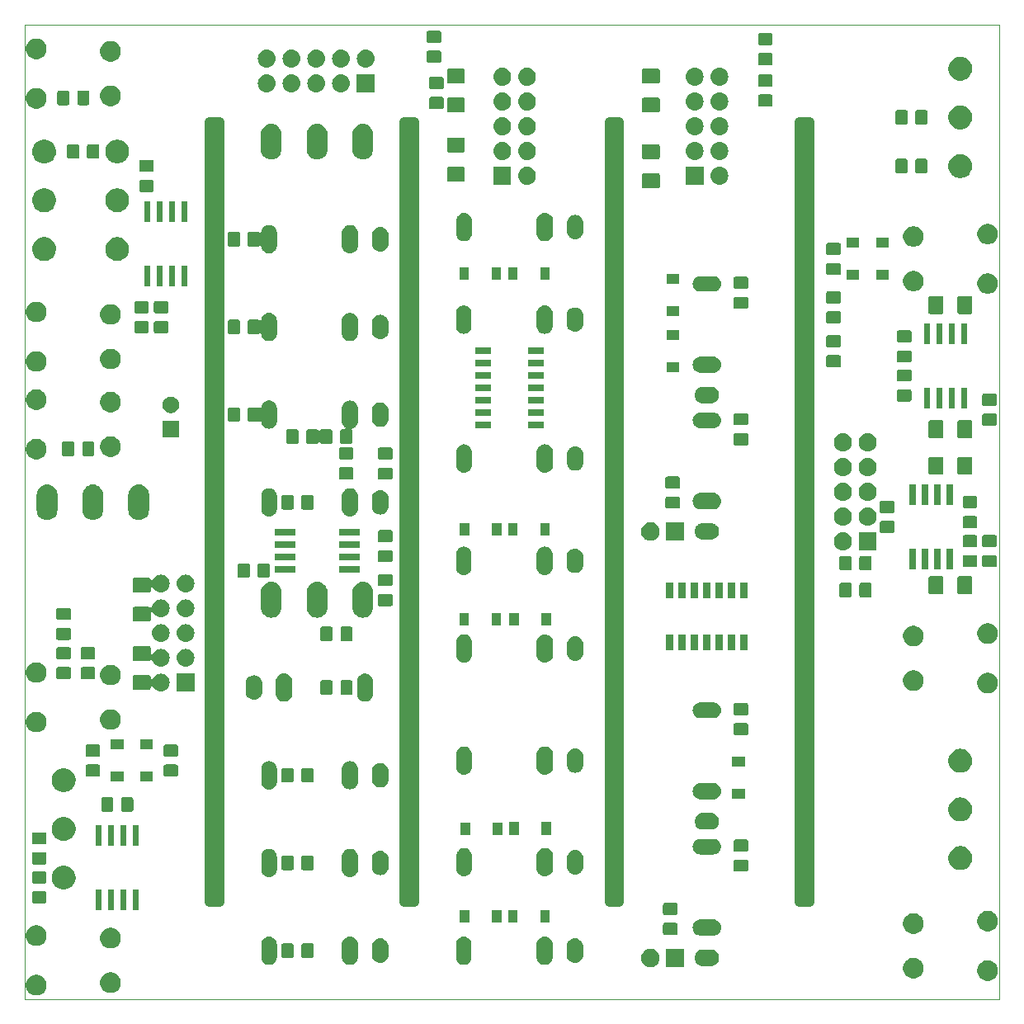
<source format=gbr>
%TF.GenerationSoftware,KiCad,Pcbnew,(5.1.0)-1*%
%TF.CreationDate,2019-04-22T15:03:31+02:00*%
%TF.ProjectId,Kicad_LFO_1,4b696361-645f-44c4-964f-5f312e6b6963,Rev A*%
%TF.SameCoordinates,Original*%
%TF.FileFunction,Soldermask,Bot*%
%TF.FilePolarity,Negative*%
%FSLAX46Y46*%
G04 Gerber Fmt 4.6, Leading zero omitted, Abs format (unit mm)*
G04 Created by KiCad (PCBNEW (5.1.0)-1) date 2019-04-22 15:03:31*
%MOMM*%
%LPD*%
G04 APERTURE LIST*
%ADD10C,1.000000*%
%ADD11C,0.050000*%
%ADD12C,0.150000*%
G04 APERTURE END LIST*
D10*
X111000000Y-60000000D02*
X111000000Y-140000000D01*
X110000000Y-140000000D02*
X111000000Y-140000000D01*
X110000000Y-60000000D02*
X111000000Y-60000000D01*
X110000000Y-140000000D02*
X110000000Y-60000000D01*
X129500000Y-140000000D02*
X130500000Y-140000000D01*
X130500000Y-60000000D02*
X130500000Y-140000000D01*
X129500000Y-60000000D02*
X130500000Y-60000000D01*
X129500000Y-140000000D02*
X129500000Y-60000000D01*
X90000000Y-60000000D02*
X90000000Y-140000000D01*
X89000000Y-60000000D02*
X90000000Y-60000000D01*
X89000000Y-140000000D02*
X90000000Y-140000000D01*
X89000000Y-140000000D02*
X89000000Y-60000000D01*
X69000000Y-60000000D02*
X70000000Y-60000000D01*
X69000000Y-140000000D02*
X69000000Y-60000000D01*
X69000000Y-140000000D02*
X70000000Y-140000000D01*
X70000000Y-60000000D02*
X70000000Y-140000000D01*
D11*
X150000000Y-50000000D02*
X50000000Y-50000000D01*
X150000000Y-150000000D02*
X150000000Y-50000000D01*
X50000000Y-150000000D02*
X150000000Y-150000000D01*
X50000000Y-50000000D02*
X50000000Y-150000000D01*
D12*
G36*
X51496564Y-147529389D02*
G01*
X51672744Y-147602365D01*
X51687835Y-147608616D01*
X51859973Y-147723635D01*
X52006365Y-147870027D01*
X52074090Y-147971384D01*
X52121385Y-148042167D01*
X52200611Y-148233436D01*
X52241000Y-148436484D01*
X52241000Y-148643516D01*
X52200611Y-148846564D01*
X52155292Y-148955973D01*
X52121384Y-149037835D01*
X52006365Y-149209973D01*
X51859973Y-149356365D01*
X51687835Y-149471384D01*
X51687834Y-149471385D01*
X51687833Y-149471385D01*
X51496564Y-149550611D01*
X51293516Y-149591000D01*
X51086484Y-149591000D01*
X50883436Y-149550611D01*
X50692167Y-149471385D01*
X50692166Y-149471385D01*
X50692165Y-149471384D01*
X50520027Y-149356365D01*
X50373635Y-149209973D01*
X50258616Y-149037835D01*
X50224708Y-148955973D01*
X50179389Y-148846564D01*
X50139000Y-148643516D01*
X50139000Y-148436484D01*
X50179389Y-148233436D01*
X50258615Y-148042167D01*
X50305911Y-147971384D01*
X50373635Y-147870027D01*
X50520027Y-147723635D01*
X50692165Y-147608616D01*
X50707256Y-147602365D01*
X50883436Y-147529389D01*
X51086484Y-147489000D01*
X51293516Y-147489000D01*
X51496564Y-147529389D01*
X51496564Y-147529389D01*
G37*
G36*
X59116564Y-147275389D02*
G01*
X59307833Y-147354615D01*
X59307835Y-147354616D01*
X59479973Y-147469635D01*
X59626365Y-147616027D01*
X59694090Y-147717384D01*
X59741385Y-147788167D01*
X59820611Y-147979436D01*
X59861000Y-148182484D01*
X59861000Y-148389516D01*
X59820611Y-148592564D01*
X59799506Y-148643516D01*
X59741384Y-148783835D01*
X59626365Y-148955973D01*
X59479973Y-149102365D01*
X59307835Y-149217384D01*
X59307834Y-149217385D01*
X59307833Y-149217385D01*
X59116564Y-149296611D01*
X58913516Y-149337000D01*
X58706484Y-149337000D01*
X58503436Y-149296611D01*
X58312167Y-149217385D01*
X58312166Y-149217385D01*
X58312165Y-149217384D01*
X58140027Y-149102365D01*
X57993635Y-148955973D01*
X57878616Y-148783835D01*
X57820494Y-148643516D01*
X57799389Y-148592564D01*
X57759000Y-148389516D01*
X57759000Y-148182484D01*
X57799389Y-147979436D01*
X57878615Y-147788167D01*
X57925911Y-147717384D01*
X57993635Y-147616027D01*
X58140027Y-147469635D01*
X58312165Y-147354616D01*
X58312167Y-147354615D01*
X58503436Y-147275389D01*
X58706484Y-147235000D01*
X58913516Y-147235000D01*
X59116564Y-147275389D01*
X59116564Y-147275389D01*
G37*
G36*
X149116564Y-146029389D02*
G01*
X149280190Y-146097165D01*
X149307835Y-146108616D01*
X149479973Y-146223635D01*
X149626365Y-146370027D01*
X149726591Y-146520025D01*
X149741385Y-146542167D01*
X149820611Y-146733436D01*
X149861000Y-146936484D01*
X149861000Y-147143516D01*
X149820611Y-147346564D01*
X149744882Y-147529390D01*
X149741384Y-147537835D01*
X149626365Y-147709973D01*
X149479973Y-147856365D01*
X149307835Y-147971384D01*
X149307834Y-147971385D01*
X149307833Y-147971385D01*
X149116564Y-148050611D01*
X148913516Y-148091000D01*
X148706484Y-148091000D01*
X148503436Y-148050611D01*
X148312167Y-147971385D01*
X148312166Y-147971385D01*
X148312165Y-147971384D01*
X148140027Y-147856365D01*
X147993635Y-147709973D01*
X147878616Y-147537835D01*
X147875118Y-147529390D01*
X147799389Y-147346564D01*
X147759000Y-147143516D01*
X147759000Y-146936484D01*
X147799389Y-146733436D01*
X147878615Y-146542167D01*
X147893410Y-146520025D01*
X147993635Y-146370027D01*
X148140027Y-146223635D01*
X148312165Y-146108616D01*
X148339810Y-146097165D01*
X148503436Y-146029389D01*
X148706484Y-145989000D01*
X148913516Y-145989000D01*
X149116564Y-146029389D01*
X149116564Y-146029389D01*
G37*
G36*
X141496564Y-145775389D02*
G01*
X141661397Y-145843665D01*
X141687835Y-145854616D01*
X141859973Y-145969635D01*
X142006365Y-146116027D01*
X142065866Y-146205076D01*
X142121385Y-146288167D01*
X142200611Y-146479436D01*
X142241000Y-146682484D01*
X142241000Y-146889516D01*
X142200611Y-147092564D01*
X142124882Y-147275390D01*
X142121384Y-147283835D01*
X142006365Y-147455973D01*
X141859973Y-147602365D01*
X141687835Y-147717384D01*
X141687834Y-147717385D01*
X141687833Y-147717385D01*
X141496564Y-147796611D01*
X141293516Y-147837000D01*
X141086484Y-147837000D01*
X140883436Y-147796611D01*
X140692167Y-147717385D01*
X140692166Y-147717385D01*
X140692165Y-147717384D01*
X140520027Y-147602365D01*
X140373635Y-147455973D01*
X140258616Y-147283835D01*
X140255118Y-147275390D01*
X140179389Y-147092564D01*
X140139000Y-146889516D01*
X140139000Y-146682484D01*
X140179389Y-146479436D01*
X140258615Y-146288167D01*
X140314135Y-146205076D01*
X140373635Y-146116027D01*
X140520027Y-145969635D01*
X140692165Y-145854616D01*
X140718603Y-145843665D01*
X140883436Y-145775389D01*
X141086484Y-145735000D01*
X141293516Y-145735000D01*
X141496564Y-145775389D01*
X141496564Y-145775389D01*
G37*
G36*
X117701000Y-146701000D02*
G01*
X115799000Y-146701000D01*
X115799000Y-144799000D01*
X117701000Y-144799000D01*
X117701000Y-146701000D01*
X117701000Y-146701000D01*
G37*
G36*
X114487395Y-144835546D02*
G01*
X114660466Y-144907234D01*
X114660467Y-144907235D01*
X114816227Y-145011310D01*
X114948690Y-145143773D01*
X114948691Y-145143775D01*
X115052766Y-145299534D01*
X115124454Y-145472605D01*
X115161000Y-145656333D01*
X115161000Y-145843667D01*
X115124454Y-146027395D01*
X115052766Y-146200466D01*
X115016249Y-146255117D01*
X114948690Y-146356227D01*
X114816227Y-146488690D01*
X114737818Y-146541081D01*
X114660466Y-146592766D01*
X114487395Y-146664454D01*
X114303667Y-146701000D01*
X114116333Y-146701000D01*
X113932605Y-146664454D01*
X113759534Y-146592766D01*
X113682182Y-146541081D01*
X113603773Y-146488690D01*
X113471310Y-146356227D01*
X113403751Y-146255117D01*
X113367234Y-146200466D01*
X113295546Y-146027395D01*
X113259000Y-145843667D01*
X113259000Y-145656333D01*
X113295546Y-145472605D01*
X113367234Y-145299534D01*
X113471309Y-145143775D01*
X113471310Y-145143773D01*
X113603773Y-145011310D01*
X113759533Y-144907235D01*
X113759534Y-144907234D01*
X113932605Y-144835546D01*
X114116333Y-144799000D01*
X114303667Y-144799000D01*
X114487395Y-144835546D01*
X114487395Y-144835546D01*
G37*
G36*
X120566823Y-144891313D02*
G01*
X120727242Y-144939976D01*
X120859906Y-145010886D01*
X120875078Y-145018996D01*
X121004659Y-145125341D01*
X121111004Y-145254922D01*
X121111005Y-145254924D01*
X121190024Y-145402758D01*
X121238687Y-145563177D01*
X121255117Y-145730000D01*
X121238687Y-145896823D01*
X121190024Y-146057242D01*
X121119114Y-146189906D01*
X121111004Y-146205078D01*
X121004659Y-146334659D01*
X120875078Y-146441004D01*
X120875076Y-146441005D01*
X120727242Y-146520024D01*
X120566823Y-146568687D01*
X120441804Y-146581000D01*
X119558196Y-146581000D01*
X119433177Y-146568687D01*
X119272758Y-146520024D01*
X119124924Y-146441005D01*
X119124922Y-146441004D01*
X118995341Y-146334659D01*
X118888996Y-146205078D01*
X118880886Y-146189906D01*
X118809976Y-146057242D01*
X118761313Y-145896823D01*
X118744883Y-145730000D01*
X118761313Y-145563177D01*
X118809976Y-145402758D01*
X118888995Y-145254924D01*
X118888996Y-145254922D01*
X118995341Y-145125341D01*
X119124922Y-145018996D01*
X119140094Y-145010886D01*
X119272758Y-144939976D01*
X119433177Y-144891313D01*
X119558196Y-144879000D01*
X120441804Y-144879000D01*
X120566823Y-144891313D01*
X120566823Y-144891313D01*
G37*
G36*
X103521823Y-143561313D02*
G01*
X103682242Y-143609976D01*
X103830078Y-143688995D01*
X103942025Y-143780868D01*
X103959660Y-143795341D01*
X104066005Y-143924922D01*
X104066006Y-143924924D01*
X104145025Y-144072758D01*
X104193688Y-144233177D01*
X104206001Y-144358196D01*
X104206001Y-145641804D01*
X104193688Y-145766823D01*
X104145025Y-145927242D01*
X104090426Y-146029389D01*
X104066005Y-146075078D01*
X103959660Y-146204659D01*
X103830079Y-146311004D01*
X103830077Y-146311005D01*
X103682243Y-146390024D01*
X103521824Y-146438687D01*
X103355001Y-146455117D01*
X103188179Y-146438687D01*
X103027760Y-146390024D01*
X102879926Y-146311005D01*
X102879924Y-146311004D01*
X102750343Y-146204659D01*
X102643998Y-146075078D01*
X102619577Y-146029389D01*
X102564978Y-145927242D01*
X102516315Y-145766823D01*
X102504002Y-145641804D01*
X102504001Y-144358197D01*
X102516314Y-144233178D01*
X102564977Y-144072759D01*
X102643996Y-143924923D01*
X102750342Y-143795341D01*
X102767979Y-143780867D01*
X102879923Y-143688996D01*
X102895311Y-143680771D01*
X103027759Y-143609976D01*
X103188178Y-143561313D01*
X103355001Y-143544883D01*
X103521823Y-143561313D01*
X103521823Y-143561313D01*
G37*
G36*
X83546822Y-143561313D02*
G01*
X83707241Y-143609976D01*
X83855077Y-143688995D01*
X83967024Y-143780868D01*
X83984659Y-143795341D01*
X84091004Y-143924922D01*
X84091005Y-143924924D01*
X84170024Y-144072758D01*
X84218687Y-144233177D01*
X84231000Y-144358196D01*
X84231000Y-145641804D01*
X84218687Y-145766823D01*
X84170024Y-145927242D01*
X84115425Y-146029389D01*
X84091004Y-146075078D01*
X83984659Y-146204659D01*
X83855078Y-146311004D01*
X83855076Y-146311005D01*
X83707242Y-146390024D01*
X83546823Y-146438687D01*
X83380000Y-146455117D01*
X83213178Y-146438687D01*
X83052759Y-146390024D01*
X82904925Y-146311005D01*
X82904923Y-146311004D01*
X82775342Y-146204659D01*
X82668997Y-146075078D01*
X82644576Y-146029389D01*
X82589977Y-145927242D01*
X82541314Y-145766823D01*
X82529001Y-145641804D01*
X82529000Y-144358197D01*
X82541313Y-144233178D01*
X82589976Y-144072759D01*
X82668995Y-143924923D01*
X82775341Y-143795341D01*
X82792978Y-143780867D01*
X82904922Y-143688996D01*
X82920310Y-143680771D01*
X83052758Y-143609976D01*
X83213177Y-143561313D01*
X83380000Y-143544883D01*
X83546822Y-143561313D01*
X83546822Y-143561313D01*
G37*
G36*
X95212023Y-143560590D02*
G01*
X95312682Y-143591125D01*
X95363013Y-143606392D01*
X95502165Y-143680771D01*
X95624134Y-143780867D01*
X95712872Y-143888995D01*
X95724230Y-143902835D01*
X95798609Y-144041987D01*
X95807943Y-144072758D01*
X95844411Y-144192977D01*
X95856001Y-144310655D01*
X95856001Y-145689345D01*
X95844411Y-145807023D01*
X95833295Y-145843667D01*
X95798609Y-145958013D01*
X95724230Y-146097165D01*
X95624134Y-146219133D01*
X95502166Y-146319229D01*
X95363014Y-146393608D01*
X95312683Y-146408875D01*
X95212024Y-146439410D01*
X95055001Y-146454875D01*
X94897979Y-146439410D01*
X94797320Y-146408875D01*
X94746989Y-146393608D01*
X94607837Y-146319229D01*
X94485869Y-146219133D01*
X94385773Y-146097165D01*
X94311394Y-145958013D01*
X94276708Y-145843667D01*
X94265592Y-145807023D01*
X94254002Y-145689345D01*
X94254001Y-144310656D01*
X94265591Y-144192978D01*
X94311393Y-144041989D01*
X94311393Y-144041988D01*
X94385772Y-143902836D01*
X94397131Y-143888995D01*
X94485868Y-143780867D01*
X94607836Y-143680771D01*
X94746988Y-143606392D01*
X94797319Y-143591125D01*
X94897978Y-143560590D01*
X95055001Y-143545125D01*
X95212023Y-143560590D01*
X95212023Y-143560590D01*
G37*
G36*
X75237022Y-143560590D02*
G01*
X75337681Y-143591125D01*
X75388012Y-143606392D01*
X75527164Y-143680771D01*
X75649133Y-143780867D01*
X75737871Y-143888995D01*
X75749229Y-143902835D01*
X75823608Y-144041987D01*
X75832942Y-144072758D01*
X75869410Y-144192977D01*
X75881000Y-144310655D01*
X75881000Y-145689345D01*
X75869410Y-145807023D01*
X75858294Y-145843667D01*
X75823608Y-145958013D01*
X75749229Y-146097165D01*
X75649133Y-146219133D01*
X75527165Y-146319229D01*
X75388013Y-146393608D01*
X75337682Y-146408875D01*
X75237023Y-146439410D01*
X75080000Y-146454875D01*
X74922978Y-146439410D01*
X74822319Y-146408875D01*
X74771988Y-146393608D01*
X74632836Y-146319229D01*
X74510868Y-146219133D01*
X74410772Y-146097165D01*
X74336393Y-145958013D01*
X74301707Y-145843667D01*
X74290591Y-145807023D01*
X74279001Y-145689345D01*
X74279000Y-144310656D01*
X74290590Y-144192978D01*
X74336392Y-144041989D01*
X74336392Y-144041988D01*
X74410771Y-143902836D01*
X74422130Y-143888995D01*
X74510867Y-143780867D01*
X74632835Y-143680771D01*
X74771987Y-143606392D01*
X74822318Y-143591125D01*
X74922977Y-143560590D01*
X75080000Y-143545125D01*
X75237022Y-143560590D01*
X75237022Y-143560590D01*
G37*
G36*
X106621823Y-143761313D02*
G01*
X106782242Y-143809976D01*
X106930078Y-143888995D01*
X107013959Y-143957835D01*
X107059660Y-143995341D01*
X107166005Y-144124922D01*
X107166006Y-144124924D01*
X107245025Y-144272758D01*
X107293688Y-144433177D01*
X107306001Y-144558196D01*
X107306001Y-145441803D01*
X107293688Y-145566822D01*
X107245025Y-145727242D01*
X107182794Y-145843667D01*
X107166005Y-145875078D01*
X107059660Y-146004659D01*
X106930079Y-146111004D01*
X106930077Y-146111005D01*
X106782243Y-146190024D01*
X106621824Y-146238687D01*
X106455001Y-146255117D01*
X106288179Y-146238687D01*
X106127760Y-146190024D01*
X105979926Y-146111005D01*
X105979924Y-146111004D01*
X105850343Y-146004659D01*
X105743998Y-145875078D01*
X105727209Y-145843667D01*
X105664978Y-145727242D01*
X105616315Y-145566823D01*
X105604001Y-145441803D01*
X105604001Y-144558197D01*
X105616314Y-144433178D01*
X105664977Y-144272759D01*
X105743996Y-144124923D01*
X105850342Y-143995341D01*
X105896043Y-143957835D01*
X105979923Y-143888996D01*
X105995095Y-143880886D01*
X106127759Y-143809976D01*
X106288178Y-143761313D01*
X106455001Y-143744883D01*
X106621823Y-143761313D01*
X106621823Y-143761313D01*
G37*
G36*
X86646822Y-143761313D02*
G01*
X86807241Y-143809976D01*
X86955077Y-143888995D01*
X87038958Y-143957835D01*
X87084659Y-143995341D01*
X87191004Y-144124922D01*
X87191005Y-144124924D01*
X87270024Y-144272758D01*
X87318687Y-144433177D01*
X87331000Y-144558196D01*
X87331000Y-145441803D01*
X87318687Y-145566822D01*
X87270024Y-145727242D01*
X87207793Y-145843667D01*
X87191004Y-145875078D01*
X87084659Y-146004659D01*
X86955078Y-146111004D01*
X86955076Y-146111005D01*
X86807242Y-146190024D01*
X86646823Y-146238687D01*
X86480000Y-146255117D01*
X86313178Y-146238687D01*
X86152759Y-146190024D01*
X86004925Y-146111005D01*
X86004923Y-146111004D01*
X85875342Y-146004659D01*
X85768997Y-145875078D01*
X85752208Y-145843667D01*
X85689977Y-145727242D01*
X85641314Y-145566823D01*
X85629000Y-145441803D01*
X85629000Y-144558197D01*
X85641313Y-144433178D01*
X85689976Y-144272759D01*
X85768995Y-144124923D01*
X85875341Y-143995341D01*
X85921042Y-143957835D01*
X86004922Y-143888996D01*
X86020094Y-143880886D01*
X86152758Y-143809976D01*
X86313177Y-143761313D01*
X86480000Y-143744883D01*
X86646822Y-143761313D01*
X86646822Y-143761313D01*
G37*
G36*
X79488674Y-144253465D02*
G01*
X79526367Y-144264899D01*
X79561103Y-144283466D01*
X79591548Y-144308452D01*
X79616534Y-144338897D01*
X79635101Y-144373633D01*
X79646535Y-144411326D01*
X79651000Y-144456661D01*
X79651000Y-145543339D01*
X79646535Y-145588674D01*
X79635101Y-145626367D01*
X79616534Y-145661103D01*
X79591548Y-145691548D01*
X79561103Y-145716534D01*
X79526367Y-145735101D01*
X79488674Y-145746535D01*
X79443339Y-145751000D01*
X78606661Y-145751000D01*
X78561326Y-145746535D01*
X78523633Y-145735101D01*
X78488897Y-145716534D01*
X78458452Y-145691548D01*
X78433466Y-145661103D01*
X78414899Y-145626367D01*
X78403465Y-145588674D01*
X78399000Y-145543339D01*
X78399000Y-144456661D01*
X78403465Y-144411326D01*
X78414899Y-144373633D01*
X78433466Y-144338897D01*
X78458452Y-144308452D01*
X78488897Y-144283466D01*
X78523633Y-144264899D01*
X78561326Y-144253465D01*
X78606661Y-144249000D01*
X79443339Y-144249000D01*
X79488674Y-144253465D01*
X79488674Y-144253465D01*
G37*
G36*
X77438674Y-144253465D02*
G01*
X77476367Y-144264899D01*
X77511103Y-144283466D01*
X77541548Y-144308452D01*
X77566534Y-144338897D01*
X77585101Y-144373633D01*
X77596535Y-144411326D01*
X77601000Y-144456661D01*
X77601000Y-145543339D01*
X77596535Y-145588674D01*
X77585101Y-145626367D01*
X77566534Y-145661103D01*
X77541548Y-145691548D01*
X77511103Y-145716534D01*
X77476367Y-145735101D01*
X77438674Y-145746535D01*
X77393339Y-145751000D01*
X76556661Y-145751000D01*
X76511326Y-145746535D01*
X76473633Y-145735101D01*
X76438897Y-145716534D01*
X76408452Y-145691548D01*
X76383466Y-145661103D01*
X76364899Y-145626367D01*
X76353465Y-145588674D01*
X76349000Y-145543339D01*
X76349000Y-144456661D01*
X76353465Y-144411326D01*
X76364899Y-144373633D01*
X76383466Y-144338897D01*
X76408452Y-144308452D01*
X76438897Y-144283466D01*
X76473633Y-144264899D01*
X76511326Y-144253465D01*
X76556661Y-144249000D01*
X77393339Y-144249000D01*
X77438674Y-144253465D01*
X77438674Y-144253465D01*
G37*
G36*
X59116564Y-142703389D02*
G01*
X59292744Y-142776365D01*
X59307835Y-142782616D01*
X59479973Y-142897635D01*
X59626365Y-143044027D01*
X59718506Y-143181925D01*
X59741385Y-143216167D01*
X59820611Y-143407436D01*
X59861000Y-143610484D01*
X59861000Y-143817516D01*
X59820611Y-144020564D01*
X59749194Y-144192980D01*
X59741384Y-144211835D01*
X59626365Y-144383973D01*
X59479973Y-144530365D01*
X59307835Y-144645384D01*
X59307834Y-144645385D01*
X59307833Y-144645385D01*
X59116564Y-144724611D01*
X58913516Y-144765000D01*
X58706484Y-144765000D01*
X58503436Y-144724611D01*
X58312167Y-144645385D01*
X58312166Y-144645385D01*
X58312165Y-144645384D01*
X58140027Y-144530365D01*
X57993635Y-144383973D01*
X57878616Y-144211835D01*
X57870806Y-144192980D01*
X57799389Y-144020564D01*
X57759000Y-143817516D01*
X57759000Y-143610484D01*
X57799389Y-143407436D01*
X57878615Y-143216167D01*
X57901495Y-143181925D01*
X57993635Y-143044027D01*
X58140027Y-142897635D01*
X58312165Y-142782616D01*
X58327256Y-142776365D01*
X58503436Y-142703389D01*
X58706484Y-142663000D01*
X58913516Y-142663000D01*
X59116564Y-142703389D01*
X59116564Y-142703389D01*
G37*
G36*
X51496564Y-142449389D02*
G01*
X51687833Y-142528615D01*
X51687835Y-142528616D01*
X51859973Y-142643635D01*
X52006365Y-142790027D01*
X52118095Y-142957242D01*
X52121385Y-142962167D01*
X52200611Y-143153436D01*
X52241000Y-143356484D01*
X52241000Y-143563516D01*
X52200611Y-143766564D01*
X52135016Y-143924924D01*
X52121384Y-143957835D01*
X52006365Y-144129973D01*
X51859973Y-144276365D01*
X51687835Y-144391384D01*
X51687834Y-144391385D01*
X51687833Y-144391385D01*
X51496564Y-144470611D01*
X51293516Y-144511000D01*
X51086484Y-144511000D01*
X50883436Y-144470611D01*
X50692167Y-144391385D01*
X50692166Y-144391385D01*
X50692165Y-144391384D01*
X50520027Y-144276365D01*
X50373635Y-144129973D01*
X50258616Y-143957835D01*
X50244984Y-143924924D01*
X50179389Y-143766564D01*
X50139000Y-143563516D01*
X50139000Y-143356484D01*
X50179389Y-143153436D01*
X50258615Y-142962167D01*
X50261906Y-142957242D01*
X50373635Y-142790027D01*
X50520027Y-142643635D01*
X50692165Y-142528616D01*
X50692167Y-142528615D01*
X50883436Y-142449389D01*
X51086484Y-142409000D01*
X51293516Y-142409000D01*
X51496564Y-142449389D01*
X51496564Y-142449389D01*
G37*
G36*
X120766823Y-141791313D02*
G01*
X120927242Y-141839976D01*
X121053449Y-141907435D01*
X121075078Y-141918996D01*
X121204659Y-142025341D01*
X121311004Y-142154922D01*
X121311005Y-142154924D01*
X121390024Y-142302758D01*
X121390025Y-142302761D01*
X121394500Y-142317514D01*
X121438687Y-142463177D01*
X121455117Y-142630000D01*
X121438687Y-142796823D01*
X121390024Y-142957242D01*
X121350939Y-143030365D01*
X121311004Y-143105078D01*
X121204659Y-143234659D01*
X121075078Y-143341004D01*
X121075076Y-143341005D01*
X120927242Y-143420024D01*
X120766823Y-143468687D01*
X120641804Y-143481000D01*
X119358196Y-143481000D01*
X119233177Y-143468687D01*
X119072758Y-143420024D01*
X118924924Y-143341005D01*
X118924922Y-143341004D01*
X118795341Y-143234659D01*
X118688996Y-143105078D01*
X118649061Y-143030365D01*
X118609976Y-142957242D01*
X118561313Y-142796823D01*
X118544883Y-142630000D01*
X118561313Y-142463177D01*
X118605500Y-142317514D01*
X118609975Y-142302761D01*
X118609976Y-142302758D01*
X118688995Y-142154924D01*
X118688996Y-142154922D01*
X118795341Y-142025341D01*
X118924922Y-141918996D01*
X118946551Y-141907435D01*
X119072758Y-141839976D01*
X119233177Y-141791313D01*
X119358196Y-141779000D01*
X120641804Y-141779000D01*
X120766823Y-141791313D01*
X120766823Y-141791313D01*
G37*
G36*
X116838674Y-142153465D02*
G01*
X116876367Y-142164899D01*
X116911103Y-142183466D01*
X116941548Y-142208452D01*
X116966534Y-142238897D01*
X116985101Y-142273633D01*
X116996535Y-142311326D01*
X117001000Y-142356661D01*
X117001000Y-143193339D01*
X116996535Y-143238674D01*
X116985101Y-143276367D01*
X116966534Y-143311103D01*
X116941548Y-143341548D01*
X116911103Y-143366534D01*
X116876367Y-143385101D01*
X116838674Y-143396535D01*
X116793339Y-143401000D01*
X115706661Y-143401000D01*
X115661326Y-143396535D01*
X115623633Y-143385101D01*
X115588897Y-143366534D01*
X115558452Y-143341548D01*
X115533466Y-143311103D01*
X115514899Y-143276367D01*
X115503465Y-143238674D01*
X115499000Y-143193339D01*
X115499000Y-142356661D01*
X115503465Y-142311326D01*
X115514899Y-142273633D01*
X115533466Y-142238897D01*
X115558452Y-142208452D01*
X115588897Y-142183466D01*
X115623633Y-142164899D01*
X115661326Y-142153465D01*
X115706661Y-142149000D01*
X116793339Y-142149000D01*
X116838674Y-142153465D01*
X116838674Y-142153465D01*
G37*
G36*
X141496564Y-141203389D02*
G01*
X141687833Y-141282615D01*
X141687835Y-141282616D01*
X141783496Y-141346535D01*
X141859973Y-141397635D01*
X142006365Y-141544027D01*
X142121385Y-141716167D01*
X142200611Y-141907436D01*
X142241000Y-142110484D01*
X142241000Y-142317516D01*
X142200611Y-142520564D01*
X142124882Y-142703390D01*
X142121384Y-142711835D01*
X142006365Y-142883973D01*
X141859973Y-143030365D01*
X141687835Y-143145384D01*
X141687834Y-143145385D01*
X141687833Y-143145385D01*
X141496564Y-143224611D01*
X141293516Y-143265000D01*
X141086484Y-143265000D01*
X140883436Y-143224611D01*
X140692167Y-143145385D01*
X140692166Y-143145385D01*
X140692165Y-143145384D01*
X140520027Y-143030365D01*
X140373635Y-142883973D01*
X140258616Y-142711835D01*
X140255118Y-142703390D01*
X140179389Y-142520564D01*
X140139000Y-142317516D01*
X140139000Y-142110484D01*
X140179389Y-141907436D01*
X140258615Y-141716167D01*
X140373635Y-141544027D01*
X140520027Y-141397635D01*
X140596504Y-141346535D01*
X140692165Y-141282616D01*
X140692167Y-141282615D01*
X140883436Y-141203389D01*
X141086484Y-141163000D01*
X141293516Y-141163000D01*
X141496564Y-141203389D01*
X141496564Y-141203389D01*
G37*
G36*
X149116564Y-140949389D02*
G01*
X149307833Y-141028615D01*
X149307835Y-141028616D01*
X149479973Y-141143635D01*
X149626365Y-141290027D01*
X149656483Y-141335101D01*
X149741385Y-141462167D01*
X149820611Y-141653436D01*
X149861000Y-141856484D01*
X149861000Y-142063516D01*
X149820611Y-142266564D01*
X149744882Y-142449390D01*
X149741384Y-142457835D01*
X149626365Y-142629973D01*
X149479973Y-142776365D01*
X149307835Y-142891384D01*
X149307834Y-142891385D01*
X149307833Y-142891385D01*
X149116564Y-142970611D01*
X148913516Y-143011000D01*
X148706484Y-143011000D01*
X148503436Y-142970611D01*
X148312167Y-142891385D01*
X148312166Y-142891385D01*
X148312165Y-142891384D01*
X148140027Y-142776365D01*
X147993635Y-142629973D01*
X147878616Y-142457835D01*
X147875118Y-142449390D01*
X147799389Y-142266564D01*
X147759000Y-142063516D01*
X147759000Y-141856484D01*
X147799389Y-141653436D01*
X147878615Y-141462167D01*
X147963518Y-141335101D01*
X147993635Y-141290027D01*
X148140027Y-141143635D01*
X148312165Y-141028616D01*
X148312167Y-141028615D01*
X148503436Y-140949389D01*
X148706484Y-140909000D01*
X148913516Y-140909000D01*
X149116564Y-140949389D01*
X149116564Y-140949389D01*
G37*
G36*
X100601000Y-142151000D02*
G01*
X99599000Y-142151000D01*
X99599000Y-140849000D01*
X100601000Y-140849000D01*
X100601000Y-142151000D01*
X100601000Y-142151000D01*
G37*
G36*
X103901000Y-142151000D02*
G01*
X102899000Y-142151000D01*
X102899000Y-140849000D01*
X103901000Y-140849000D01*
X103901000Y-142151000D01*
X103901000Y-142151000D01*
G37*
G36*
X98976001Y-142151000D02*
G01*
X97974001Y-142151000D01*
X97974001Y-140849000D01*
X98976001Y-140849000D01*
X98976001Y-142151000D01*
X98976001Y-142151000D01*
G37*
G36*
X95676001Y-142151000D02*
G01*
X94674001Y-142151000D01*
X94674001Y-140849000D01*
X95676001Y-140849000D01*
X95676001Y-142151000D01*
X95676001Y-142151000D01*
G37*
G36*
X116838674Y-140103465D02*
G01*
X116876367Y-140114899D01*
X116911103Y-140133466D01*
X116941548Y-140158452D01*
X116966534Y-140188897D01*
X116985101Y-140223633D01*
X116996535Y-140261326D01*
X117001000Y-140306661D01*
X117001000Y-141143339D01*
X116996535Y-141188674D01*
X116985101Y-141226367D01*
X116966534Y-141261103D01*
X116941548Y-141291548D01*
X116911103Y-141316534D01*
X116876367Y-141335101D01*
X116838674Y-141346535D01*
X116793339Y-141351000D01*
X115706661Y-141351000D01*
X115661326Y-141346535D01*
X115623633Y-141335101D01*
X115588897Y-141316534D01*
X115558452Y-141291548D01*
X115533466Y-141261103D01*
X115514899Y-141226367D01*
X115503465Y-141188674D01*
X115499000Y-141143339D01*
X115499000Y-140306661D01*
X115503465Y-140261326D01*
X115514899Y-140223633D01*
X115533466Y-140188897D01*
X115558452Y-140158452D01*
X115588897Y-140133466D01*
X115623633Y-140114899D01*
X115661326Y-140103465D01*
X115706661Y-140099000D01*
X116793339Y-140099000D01*
X116838674Y-140103465D01*
X116838674Y-140103465D01*
G37*
G36*
X59191000Y-140851000D02*
G01*
X58539000Y-140851000D01*
X58539000Y-138749000D01*
X59191000Y-138749000D01*
X59191000Y-140851000D01*
X59191000Y-140851000D01*
G37*
G36*
X57921000Y-140851000D02*
G01*
X57269000Y-140851000D01*
X57269000Y-138749000D01*
X57921000Y-138749000D01*
X57921000Y-140851000D01*
X57921000Y-140851000D01*
G37*
G36*
X61731000Y-140851000D02*
G01*
X61079000Y-140851000D01*
X61079000Y-138749000D01*
X61731000Y-138749000D01*
X61731000Y-140851000D01*
X61731000Y-140851000D01*
G37*
G36*
X60461000Y-140851000D02*
G01*
X59809000Y-140851000D01*
X59809000Y-138749000D01*
X60461000Y-138749000D01*
X60461000Y-140851000D01*
X60461000Y-140851000D01*
G37*
G36*
X52088674Y-138903465D02*
G01*
X52126367Y-138914899D01*
X52161103Y-138933466D01*
X52191548Y-138958452D01*
X52216534Y-138988897D01*
X52235101Y-139023633D01*
X52246535Y-139061326D01*
X52251000Y-139106661D01*
X52251000Y-139943339D01*
X52246535Y-139988674D01*
X52235101Y-140026367D01*
X52216534Y-140061103D01*
X52191548Y-140091548D01*
X52161103Y-140116534D01*
X52126367Y-140135101D01*
X52088674Y-140146535D01*
X52043339Y-140151000D01*
X50956661Y-140151000D01*
X50911326Y-140146535D01*
X50873633Y-140135101D01*
X50838897Y-140116534D01*
X50808452Y-140091548D01*
X50783466Y-140061103D01*
X50764899Y-140026367D01*
X50753465Y-139988674D01*
X50749000Y-139943339D01*
X50749000Y-139106661D01*
X50753465Y-139061326D01*
X50764899Y-139023633D01*
X50783466Y-138988897D01*
X50808452Y-138958452D01*
X50838897Y-138933466D01*
X50873633Y-138914899D01*
X50911326Y-138903465D01*
X50956661Y-138899000D01*
X52043339Y-138899000D01*
X52088674Y-138903465D01*
X52088674Y-138903465D01*
G37*
G36*
X54238205Y-136302461D02*
G01*
X54356153Y-136325922D01*
X54448194Y-136364047D01*
X54578359Y-136417963D01*
X54778342Y-136551587D01*
X54948413Y-136721658D01*
X55082037Y-136921641D01*
X55121543Y-137017017D01*
X55174078Y-137143847D01*
X55178024Y-137163685D01*
X55207328Y-137311005D01*
X55221000Y-137379742D01*
X55221000Y-137620258D01*
X55174078Y-137856153D01*
X55158675Y-137893339D01*
X55082037Y-138078359D01*
X54948413Y-138278342D01*
X54778342Y-138448413D01*
X54578359Y-138582037D01*
X54448194Y-138635953D01*
X54356153Y-138674078D01*
X54120259Y-138721000D01*
X53879741Y-138721000D01*
X53643847Y-138674078D01*
X53551806Y-138635953D01*
X53421641Y-138582037D01*
X53221658Y-138448413D01*
X53051587Y-138278342D01*
X52917963Y-138078359D01*
X52841325Y-137893339D01*
X52825922Y-137856153D01*
X52779000Y-137620258D01*
X52779000Y-137379742D01*
X52792673Y-137311005D01*
X52821976Y-137163685D01*
X52825922Y-137143847D01*
X52878457Y-137017017D01*
X52917963Y-136921641D01*
X53051587Y-136721658D01*
X53221658Y-136551587D01*
X53421641Y-136417963D01*
X53551806Y-136364047D01*
X53643847Y-136325922D01*
X53761795Y-136302461D01*
X53879741Y-136279000D01*
X54120259Y-136279000D01*
X54238205Y-136302461D01*
X54238205Y-136302461D01*
G37*
G36*
X52088674Y-136853465D02*
G01*
X52126367Y-136864899D01*
X52161103Y-136883466D01*
X52191548Y-136908452D01*
X52216534Y-136938897D01*
X52235101Y-136973633D01*
X52246535Y-137011326D01*
X52251000Y-137056661D01*
X52251000Y-137893339D01*
X52246535Y-137938674D01*
X52235101Y-137976367D01*
X52216534Y-138011103D01*
X52191548Y-138041548D01*
X52161103Y-138066534D01*
X52126367Y-138085101D01*
X52088674Y-138096535D01*
X52043339Y-138101000D01*
X50956661Y-138101000D01*
X50911326Y-138096535D01*
X50873633Y-138085101D01*
X50838897Y-138066534D01*
X50808452Y-138041548D01*
X50783466Y-138011103D01*
X50764899Y-137976367D01*
X50753465Y-137938674D01*
X50749000Y-137893339D01*
X50749000Y-137056661D01*
X50753465Y-137011326D01*
X50764899Y-136973633D01*
X50783466Y-136938897D01*
X50808452Y-136908452D01*
X50838897Y-136883466D01*
X50873633Y-136864899D01*
X50911326Y-136853465D01*
X50956661Y-136849000D01*
X52043339Y-136849000D01*
X52088674Y-136853465D01*
X52088674Y-136853465D01*
G37*
G36*
X83546822Y-134561313D02*
G01*
X83707241Y-134609976D01*
X83855077Y-134688995D01*
X83967024Y-134780868D01*
X83984659Y-134795341D01*
X84091004Y-134924922D01*
X84091005Y-134924924D01*
X84170024Y-135072758D01*
X84218687Y-135233177D01*
X84231000Y-135358196D01*
X84231000Y-136641804D01*
X84218687Y-136766823D01*
X84185848Y-136875078D01*
X84177985Y-136901000D01*
X84170024Y-136927242D01*
X84125080Y-137011326D01*
X84091004Y-137075078D01*
X83984659Y-137204659D01*
X83855078Y-137311004D01*
X83855076Y-137311005D01*
X83707242Y-137390024D01*
X83546823Y-137438687D01*
X83380000Y-137455117D01*
X83213178Y-137438687D01*
X83052759Y-137390024D01*
X82904925Y-137311005D01*
X82904923Y-137311004D01*
X82775342Y-137204659D01*
X82668997Y-137075078D01*
X82634921Y-137011326D01*
X82589977Y-136927242D01*
X82582017Y-136901000D01*
X82574153Y-136875078D01*
X82541314Y-136766823D01*
X82529001Y-136641804D01*
X82529000Y-135358197D01*
X82541313Y-135233178D01*
X82589976Y-135072759D01*
X82668995Y-134924923D01*
X82775341Y-134795341D01*
X82792978Y-134780867D01*
X82904922Y-134688996D01*
X82940682Y-134669882D01*
X83052758Y-134609976D01*
X83213177Y-134561313D01*
X83380000Y-134544883D01*
X83546822Y-134561313D01*
X83546822Y-134561313D01*
G37*
G36*
X75237022Y-134560590D02*
G01*
X75297141Y-134578827D01*
X75388012Y-134606392D01*
X75435780Y-134631925D01*
X75527164Y-134680771D01*
X75649133Y-134780867D01*
X75705805Y-134849923D01*
X75749229Y-134902835D01*
X75823608Y-135041987D01*
X75832942Y-135072758D01*
X75869410Y-135192977D01*
X75869410Y-135192979D01*
X75878296Y-135283195D01*
X75881000Y-135310655D01*
X75881000Y-136689345D01*
X75869410Y-136807023D01*
X75848766Y-136875076D01*
X75823608Y-136958013D01*
X75749229Y-137097165D01*
X75649133Y-137219133D01*
X75527165Y-137319229D01*
X75388013Y-137393608D01*
X75337682Y-137408875D01*
X75237023Y-137439410D01*
X75080000Y-137454875D01*
X74922978Y-137439410D01*
X74822319Y-137408875D01*
X74771988Y-137393608D01*
X74632836Y-137319229D01*
X74510868Y-137219133D01*
X74410772Y-137097165D01*
X74336393Y-136958013D01*
X74311235Y-136875076D01*
X74290591Y-136807023D01*
X74279001Y-136689345D01*
X74279000Y-135310656D01*
X74281705Y-135283196D01*
X74284633Y-135253465D01*
X74290590Y-135192978D01*
X74333985Y-135049923D01*
X74336392Y-135041988D01*
X74410771Y-134902836D01*
X74422130Y-134888995D01*
X74510867Y-134780867D01*
X74632835Y-134680771D01*
X74724219Y-134631925D01*
X74771987Y-134606392D01*
X74862858Y-134578827D01*
X74922977Y-134560590D01*
X75080000Y-134545125D01*
X75237022Y-134560590D01*
X75237022Y-134560590D01*
G37*
G36*
X103546822Y-134486312D02*
G01*
X103707241Y-134534975D01*
X103855077Y-134613994D01*
X103967024Y-134705867D01*
X103984659Y-134720340D01*
X104091004Y-134849921D01*
X104091005Y-134849923D01*
X104170024Y-134997757D01*
X104218687Y-135158176D01*
X104231000Y-135283195D01*
X104231000Y-136566803D01*
X104218687Y-136691822D01*
X104170024Y-136852241D01*
X104123705Y-136938897D01*
X104091004Y-137000077D01*
X103984659Y-137129658D01*
X103855078Y-137236003D01*
X103839906Y-137244113D01*
X103707242Y-137315023D01*
X103546823Y-137363686D01*
X103380000Y-137380116D01*
X103213178Y-137363686D01*
X103052759Y-137315023D01*
X102920095Y-137244113D01*
X102904923Y-137236003D01*
X102775342Y-137129658D01*
X102668997Y-137000077D01*
X102636296Y-136938897D01*
X102589977Y-136852241D01*
X102541314Y-136691822D01*
X102529001Y-136566803D01*
X102529000Y-135283196D01*
X102541313Y-135158177D01*
X102589976Y-134997758D01*
X102668995Y-134849922D01*
X102775341Y-134720340D01*
X102816804Y-134686312D01*
X102904922Y-134613995D01*
X102970717Y-134578827D01*
X103052758Y-134534975D01*
X103213177Y-134486312D01*
X103380000Y-134469882D01*
X103546822Y-134486312D01*
X103546822Y-134486312D01*
G37*
G36*
X95237022Y-134485589D02*
G01*
X95337681Y-134516124D01*
X95388012Y-134531391D01*
X95527164Y-134605770D01*
X95649133Y-134705866D01*
X95734573Y-134809976D01*
X95749229Y-134827834D01*
X95823608Y-134966986D01*
X95827167Y-134978718D01*
X95869410Y-135117976D01*
X95869410Y-135117978D01*
X95881000Y-135235653D01*
X95881000Y-136614345D01*
X95877268Y-136652238D01*
X95869410Y-136732022D01*
X95848766Y-136800075D01*
X95823608Y-136883012D01*
X95749229Y-137022164D01*
X95649133Y-137144132D01*
X95527165Y-137244228D01*
X95388013Y-137318607D01*
X95385962Y-137319229D01*
X95237023Y-137364409D01*
X95080000Y-137379874D01*
X94922978Y-137364409D01*
X94774039Y-137319229D01*
X94771988Y-137318607D01*
X94632836Y-137244228D01*
X94510868Y-137144132D01*
X94410772Y-137022164D01*
X94336393Y-136883012D01*
X94311235Y-136800075D01*
X94290591Y-136732022D01*
X94282733Y-136652238D01*
X94279001Y-136614345D01*
X94279000Y-135235654D01*
X94288042Y-135143847D01*
X94290590Y-135117977D01*
X94336392Y-134966988D01*
X94336392Y-134966987D01*
X94410771Y-134827835D01*
X94425428Y-134809975D01*
X94510867Y-134705866D01*
X94632835Y-134605770D01*
X94771987Y-134531391D01*
X94822318Y-134516124D01*
X94922977Y-134485589D01*
X95080000Y-134470124D01*
X95237022Y-134485589D01*
X95237022Y-134485589D01*
G37*
G36*
X86646822Y-134761313D02*
G01*
X86807241Y-134809976D01*
X86955077Y-134888995D01*
X87050111Y-134966988D01*
X87084659Y-134995341D01*
X87191004Y-135124922D01*
X87191005Y-135124924D01*
X87270024Y-135272758D01*
X87318687Y-135433177D01*
X87331000Y-135558196D01*
X87331000Y-136441803D01*
X87318687Y-136566822D01*
X87313785Y-136582983D01*
X87271918Y-136721000D01*
X87270024Y-136727242D01*
X87208926Y-136841548D01*
X87191004Y-136875078D01*
X87084659Y-137004659D01*
X86955078Y-137111004D01*
X86955076Y-137111005D01*
X86807242Y-137190024D01*
X86646823Y-137238687D01*
X86480000Y-137255117D01*
X86313178Y-137238687D01*
X86152759Y-137190024D01*
X86004925Y-137111005D01*
X86004923Y-137111004D01*
X85875342Y-137004659D01*
X85768997Y-136875078D01*
X85751075Y-136841548D01*
X85689977Y-136727242D01*
X85641314Y-136566823D01*
X85629000Y-136441803D01*
X85629000Y-135558197D01*
X85641313Y-135433178D01*
X85689976Y-135272759D01*
X85768995Y-135124923D01*
X85875341Y-134995341D01*
X85909890Y-134966987D01*
X86004922Y-134888996D01*
X86076008Y-134851000D01*
X86152758Y-134809976D01*
X86313177Y-134761313D01*
X86480000Y-134744883D01*
X86646822Y-134761313D01*
X86646822Y-134761313D01*
G37*
G36*
X106646822Y-134686312D02*
G01*
X106807241Y-134734975D01*
X106955077Y-134813994D01*
X107058656Y-134899000D01*
X107084659Y-134920340D01*
X107191004Y-135049921D01*
X107191005Y-135049923D01*
X107270024Y-135197757D01*
X107318687Y-135358176D01*
X107331000Y-135483195D01*
X107331000Y-136366802D01*
X107318687Y-136491821D01*
X107270024Y-136652241D01*
X107203677Y-136776367D01*
X107191004Y-136800077D01*
X107084659Y-136929658D01*
X106955078Y-137036003D01*
X106955076Y-137036004D01*
X106807242Y-137115023D01*
X106646823Y-137163686D01*
X106480000Y-137180116D01*
X106313178Y-137163686D01*
X106152759Y-137115023D01*
X106004925Y-137036004D01*
X106004923Y-137036003D01*
X105875342Y-136929658D01*
X105768997Y-136800077D01*
X105756324Y-136776367D01*
X105689977Y-136652241D01*
X105641314Y-136491822D01*
X105629000Y-136366802D01*
X105629000Y-135483196D01*
X105641313Y-135358177D01*
X105689976Y-135197758D01*
X105768995Y-135049922D01*
X105875341Y-134920340D01*
X105961144Y-134849923D01*
X106004922Y-134813995D01*
X106020094Y-134805885D01*
X106152758Y-134734975D01*
X106313177Y-134686312D01*
X106480000Y-134669882D01*
X106646822Y-134686312D01*
X106646822Y-134686312D01*
G37*
G36*
X124088674Y-135653465D02*
G01*
X124126367Y-135664899D01*
X124161103Y-135683466D01*
X124191548Y-135708452D01*
X124216534Y-135738897D01*
X124235101Y-135773633D01*
X124246535Y-135811326D01*
X124251000Y-135856661D01*
X124251000Y-136693339D01*
X124246535Y-136738674D01*
X124235101Y-136776367D01*
X124216534Y-136811103D01*
X124191548Y-136841548D01*
X124161103Y-136866534D01*
X124126367Y-136885101D01*
X124088674Y-136896535D01*
X124043339Y-136901000D01*
X122956661Y-136901000D01*
X122911326Y-136896535D01*
X122873633Y-136885101D01*
X122838897Y-136866534D01*
X122808452Y-136841548D01*
X122783466Y-136811103D01*
X122764899Y-136776367D01*
X122753465Y-136738674D01*
X122749000Y-136693339D01*
X122749000Y-135856661D01*
X122753465Y-135811326D01*
X122764899Y-135773633D01*
X122783466Y-135738897D01*
X122808452Y-135708452D01*
X122838897Y-135683466D01*
X122873633Y-135664899D01*
X122911326Y-135653465D01*
X122956661Y-135649000D01*
X124043339Y-135649000D01*
X124088674Y-135653465D01*
X124088674Y-135653465D01*
G37*
G36*
X77438674Y-135253465D02*
G01*
X77476367Y-135264899D01*
X77511103Y-135283466D01*
X77541548Y-135308452D01*
X77566534Y-135338897D01*
X77585101Y-135373633D01*
X77596535Y-135411326D01*
X77601000Y-135456661D01*
X77601000Y-136543339D01*
X77596535Y-136588674D01*
X77585101Y-136626367D01*
X77566534Y-136661103D01*
X77541548Y-136691548D01*
X77511103Y-136716534D01*
X77476367Y-136735101D01*
X77438674Y-136746535D01*
X77393339Y-136751000D01*
X76556661Y-136751000D01*
X76511326Y-136746535D01*
X76473633Y-136735101D01*
X76438897Y-136716534D01*
X76408452Y-136691548D01*
X76383466Y-136661103D01*
X76364899Y-136626367D01*
X76353465Y-136588674D01*
X76349000Y-136543339D01*
X76349000Y-135456661D01*
X76353465Y-135411326D01*
X76364899Y-135373633D01*
X76383466Y-135338897D01*
X76408452Y-135308452D01*
X76438897Y-135283466D01*
X76473633Y-135264899D01*
X76511326Y-135253465D01*
X76556661Y-135249000D01*
X77393339Y-135249000D01*
X77438674Y-135253465D01*
X77438674Y-135253465D01*
G37*
G36*
X79488674Y-135253465D02*
G01*
X79526367Y-135264899D01*
X79561103Y-135283466D01*
X79591548Y-135308452D01*
X79616534Y-135338897D01*
X79635101Y-135373633D01*
X79646535Y-135411326D01*
X79651000Y-135456661D01*
X79651000Y-136543339D01*
X79646535Y-136588674D01*
X79635101Y-136626367D01*
X79616534Y-136661103D01*
X79591548Y-136691548D01*
X79561103Y-136716534D01*
X79526367Y-136735101D01*
X79488674Y-136746535D01*
X79443339Y-136751000D01*
X78606661Y-136751000D01*
X78561326Y-136746535D01*
X78523633Y-136735101D01*
X78488897Y-136716534D01*
X78458452Y-136691548D01*
X78433466Y-136661103D01*
X78414899Y-136626367D01*
X78403465Y-136588674D01*
X78399000Y-136543339D01*
X78399000Y-135456661D01*
X78403465Y-135411326D01*
X78414899Y-135373633D01*
X78433466Y-135338897D01*
X78458452Y-135308452D01*
X78488897Y-135283466D01*
X78523633Y-135264899D01*
X78561326Y-135253465D01*
X78606661Y-135249000D01*
X79443339Y-135249000D01*
X79488674Y-135253465D01*
X79488674Y-135253465D01*
G37*
G36*
X146238205Y-134302461D02*
G01*
X146356153Y-134325922D01*
X146448194Y-134364047D01*
X146578359Y-134417963D01*
X146778342Y-134551587D01*
X146948413Y-134721658D01*
X147082037Y-134921641D01*
X147113566Y-134997760D01*
X147168757Y-135131000D01*
X147174078Y-135143848D01*
X147221000Y-135379741D01*
X147221000Y-135620259D01*
X147211162Y-135669718D01*
X147174078Y-135856153D01*
X147142692Y-135931925D01*
X147082037Y-136078359D01*
X146948413Y-136278342D01*
X146778342Y-136448413D01*
X146578359Y-136582037D01*
X146465398Y-136628827D01*
X146356153Y-136674078D01*
X146238205Y-136697539D01*
X146120259Y-136721000D01*
X145879741Y-136721000D01*
X145761795Y-136697539D01*
X145643847Y-136674078D01*
X145534602Y-136628827D01*
X145421641Y-136582037D01*
X145221658Y-136448413D01*
X145051587Y-136278342D01*
X144917963Y-136078359D01*
X144857308Y-135931925D01*
X144825922Y-135856153D01*
X144788838Y-135669718D01*
X144779000Y-135620259D01*
X144779000Y-135379741D01*
X144825922Y-135143848D01*
X144831244Y-135131000D01*
X144886434Y-134997760D01*
X144917963Y-134921641D01*
X145051587Y-134721658D01*
X145221658Y-134551587D01*
X145421641Y-134417963D01*
X145551806Y-134364047D01*
X145643847Y-134325922D01*
X145761795Y-134302461D01*
X145879741Y-134279000D01*
X146120259Y-134279000D01*
X146238205Y-134302461D01*
X146238205Y-134302461D01*
G37*
G36*
X52088674Y-134903465D02*
G01*
X52126367Y-134914899D01*
X52161103Y-134933466D01*
X52191548Y-134958452D01*
X52216534Y-134988897D01*
X52235101Y-135023633D01*
X52246535Y-135061326D01*
X52251000Y-135106661D01*
X52251000Y-135943339D01*
X52246535Y-135988674D01*
X52235101Y-136026367D01*
X52216534Y-136061103D01*
X52191548Y-136091548D01*
X52161103Y-136116534D01*
X52126367Y-136135101D01*
X52088674Y-136146535D01*
X52043339Y-136151000D01*
X50956661Y-136151000D01*
X50911326Y-136146535D01*
X50873633Y-136135101D01*
X50838897Y-136116534D01*
X50808452Y-136091548D01*
X50783466Y-136061103D01*
X50764899Y-136026367D01*
X50753465Y-135988674D01*
X50749000Y-135943339D01*
X50749000Y-135106661D01*
X50753465Y-135061326D01*
X50764899Y-135023633D01*
X50783466Y-134988897D01*
X50808452Y-134958452D01*
X50838897Y-134933466D01*
X50873633Y-134914899D01*
X50911326Y-134903465D01*
X50956661Y-134899000D01*
X52043339Y-134899000D01*
X52088674Y-134903465D01*
X52088674Y-134903465D01*
G37*
G36*
X120728571Y-133532863D02*
G01*
X120807023Y-133540590D01*
X120907682Y-133571125D01*
X120958013Y-133586392D01*
X121097165Y-133660771D01*
X121219133Y-133760867D01*
X121319229Y-133882835D01*
X121393608Y-134021987D01*
X121403662Y-134055131D01*
X121439410Y-134172977D01*
X121454875Y-134330000D01*
X121439410Y-134487023D01*
X121425951Y-134531391D01*
X121393608Y-134638013D01*
X121319229Y-134777165D01*
X121219133Y-134899133D01*
X121097165Y-134999229D01*
X120958013Y-135073608D01*
X120907682Y-135088875D01*
X120807023Y-135119410D01*
X120751057Y-135124922D01*
X120689346Y-135131000D01*
X119310654Y-135131000D01*
X119248943Y-135124922D01*
X119192977Y-135119410D01*
X119092318Y-135088875D01*
X119041987Y-135073608D01*
X118902835Y-134999229D01*
X118780867Y-134899133D01*
X118680771Y-134777165D01*
X118606392Y-134638013D01*
X118574049Y-134531391D01*
X118560590Y-134487023D01*
X118545125Y-134330000D01*
X118560590Y-134172977D01*
X118596338Y-134055131D01*
X118606392Y-134021987D01*
X118680771Y-133882835D01*
X118780867Y-133760867D01*
X118902835Y-133660771D01*
X119041987Y-133586392D01*
X119092318Y-133571125D01*
X119192977Y-133540590D01*
X119271429Y-133532863D01*
X119310654Y-133529000D01*
X120689346Y-133529000D01*
X120728571Y-133532863D01*
X120728571Y-133532863D01*
G37*
G36*
X124088674Y-133603465D02*
G01*
X124126367Y-133614899D01*
X124161103Y-133633466D01*
X124191548Y-133658452D01*
X124216534Y-133688897D01*
X124235101Y-133723633D01*
X124246535Y-133761326D01*
X124251000Y-133806661D01*
X124251000Y-134643339D01*
X124246535Y-134688674D01*
X124235101Y-134726367D01*
X124216534Y-134761103D01*
X124191548Y-134791548D01*
X124161103Y-134816534D01*
X124126367Y-134835101D01*
X124088674Y-134846535D01*
X124043339Y-134851000D01*
X122956661Y-134851000D01*
X122911326Y-134846535D01*
X122873633Y-134835101D01*
X122838897Y-134816534D01*
X122808452Y-134791548D01*
X122783466Y-134761103D01*
X122764899Y-134726367D01*
X122753465Y-134688674D01*
X122749000Y-134643339D01*
X122749000Y-133806661D01*
X122753465Y-133761326D01*
X122764899Y-133723633D01*
X122783466Y-133688897D01*
X122808452Y-133658452D01*
X122838897Y-133633466D01*
X122873633Y-133614899D01*
X122911326Y-133603465D01*
X122956661Y-133599000D01*
X124043339Y-133599000D01*
X124088674Y-133603465D01*
X124088674Y-133603465D01*
G37*
G36*
X60461000Y-134251000D02*
G01*
X59809000Y-134251000D01*
X59809000Y-132149000D01*
X60461000Y-132149000D01*
X60461000Y-134251000D01*
X60461000Y-134251000D01*
G37*
G36*
X61731000Y-134251000D02*
G01*
X61079000Y-134251000D01*
X61079000Y-132149000D01*
X61731000Y-132149000D01*
X61731000Y-134251000D01*
X61731000Y-134251000D01*
G37*
G36*
X57921000Y-134251000D02*
G01*
X57269000Y-134251000D01*
X57269000Y-132149000D01*
X57921000Y-132149000D01*
X57921000Y-134251000D01*
X57921000Y-134251000D01*
G37*
G36*
X59191000Y-134251000D02*
G01*
X58539000Y-134251000D01*
X58539000Y-132149000D01*
X59191000Y-132149000D01*
X59191000Y-134251000D01*
X59191000Y-134251000D01*
G37*
G36*
X52088674Y-132853465D02*
G01*
X52126367Y-132864899D01*
X52161103Y-132883466D01*
X52191548Y-132908452D01*
X52216534Y-132938897D01*
X52235101Y-132973633D01*
X52246535Y-133011326D01*
X52251000Y-133056661D01*
X52251000Y-133893339D01*
X52246535Y-133938674D01*
X52235101Y-133976367D01*
X52216534Y-134011103D01*
X52191548Y-134041548D01*
X52161103Y-134066534D01*
X52126367Y-134085101D01*
X52088674Y-134096535D01*
X52043339Y-134101000D01*
X50956661Y-134101000D01*
X50911326Y-134096535D01*
X50873633Y-134085101D01*
X50838897Y-134066534D01*
X50808452Y-134041548D01*
X50783466Y-134011103D01*
X50764899Y-133976367D01*
X50753465Y-133938674D01*
X50749000Y-133893339D01*
X50749000Y-133056661D01*
X50753465Y-133011326D01*
X50764899Y-132973633D01*
X50783466Y-132938897D01*
X50808452Y-132908452D01*
X50838897Y-132883466D01*
X50873633Y-132864899D01*
X50911326Y-132853465D01*
X50956661Y-132849000D01*
X52043339Y-132849000D01*
X52088674Y-132853465D01*
X52088674Y-132853465D01*
G37*
G36*
X54238205Y-131302461D02*
G01*
X54356153Y-131325922D01*
X54448194Y-131364047D01*
X54578359Y-131417963D01*
X54778342Y-131551587D01*
X54948413Y-131721658D01*
X55082037Y-131921641D01*
X55135953Y-132051806D01*
X55174078Y-132143847D01*
X55221000Y-132379742D01*
X55221000Y-132620258D01*
X55174461Y-132854230D01*
X55174078Y-132856152D01*
X55082037Y-133078359D01*
X54948413Y-133278342D01*
X54778342Y-133448413D01*
X54578359Y-133582037D01*
X54454198Y-133633466D01*
X54356153Y-133674078D01*
X54281652Y-133688897D01*
X54120259Y-133721000D01*
X53879741Y-133721000D01*
X53718348Y-133688897D01*
X53643847Y-133674078D01*
X53545802Y-133633466D01*
X53421641Y-133582037D01*
X53221658Y-133448413D01*
X53051587Y-133278342D01*
X52917963Y-133078359D01*
X52825922Y-132856152D01*
X52825540Y-132854230D01*
X52779000Y-132620258D01*
X52779000Y-132379742D01*
X52825922Y-132143847D01*
X52864047Y-132051806D01*
X52917963Y-131921641D01*
X53051587Y-131721658D01*
X53221658Y-131551587D01*
X53421641Y-131417963D01*
X53551806Y-131364047D01*
X53643847Y-131325922D01*
X53761795Y-131302461D01*
X53879741Y-131279000D01*
X54120259Y-131279000D01*
X54238205Y-131302461D01*
X54238205Y-131302461D01*
G37*
G36*
X95701000Y-133151000D02*
G01*
X94699000Y-133151000D01*
X94699000Y-131849000D01*
X95701000Y-131849000D01*
X95701000Y-133151000D01*
X95701000Y-133151000D01*
G37*
G36*
X99001000Y-133151000D02*
G01*
X97999000Y-133151000D01*
X97999000Y-131849000D01*
X99001000Y-131849000D01*
X99001000Y-133151000D01*
X99001000Y-133151000D01*
G37*
G36*
X104006001Y-133125999D02*
G01*
X103004001Y-133125999D01*
X103004001Y-131823999D01*
X104006001Y-131823999D01*
X104006001Y-133125999D01*
X104006001Y-133125999D01*
G37*
G36*
X100706001Y-133125999D02*
G01*
X99704001Y-133125999D01*
X99704001Y-131823999D01*
X100706001Y-131823999D01*
X100706001Y-133125999D01*
X100706001Y-133125999D01*
G37*
G36*
X120566823Y-130891313D02*
G01*
X120727242Y-130939976D01*
X120859906Y-131010886D01*
X120875078Y-131018996D01*
X121004659Y-131125341D01*
X121111004Y-131254922D01*
X121111005Y-131254924D01*
X121190024Y-131402758D01*
X121238687Y-131563177D01*
X121255117Y-131730000D01*
X121238687Y-131896823D01*
X121190024Y-132057242D01*
X121143732Y-132143848D01*
X121111004Y-132205078D01*
X121004659Y-132334659D01*
X120875078Y-132441004D01*
X120875076Y-132441005D01*
X120727242Y-132520024D01*
X120566823Y-132568687D01*
X120441804Y-132581000D01*
X119558196Y-132581000D01*
X119433177Y-132568687D01*
X119272758Y-132520024D01*
X119124924Y-132441005D01*
X119124922Y-132441004D01*
X118995341Y-132334659D01*
X118888996Y-132205078D01*
X118856268Y-132143848D01*
X118809976Y-132057242D01*
X118761313Y-131896823D01*
X118744883Y-131730000D01*
X118761313Y-131563177D01*
X118809976Y-131402758D01*
X118888995Y-131254924D01*
X118888996Y-131254922D01*
X118995341Y-131125341D01*
X119124922Y-131018996D01*
X119140094Y-131010886D01*
X119272758Y-130939976D01*
X119433177Y-130891313D01*
X119558196Y-130879000D01*
X120441804Y-130879000D01*
X120566823Y-130891313D01*
X120566823Y-130891313D01*
G37*
G36*
X146200038Y-129294869D02*
G01*
X146356153Y-129325922D01*
X146392566Y-129341005D01*
X146578359Y-129417963D01*
X146778342Y-129551587D01*
X146948413Y-129721658D01*
X147082037Y-129921641D01*
X147174078Y-130143848D01*
X147221000Y-130379741D01*
X147221000Y-130620259D01*
X147210851Y-130671282D01*
X147174078Y-130856153D01*
X147139357Y-130939975D01*
X147082037Y-131078359D01*
X146948413Y-131278342D01*
X146778342Y-131448413D01*
X146578359Y-131582037D01*
X146448194Y-131635953D01*
X146356153Y-131674078D01*
X146120259Y-131721000D01*
X145879741Y-131721000D01*
X145643847Y-131674078D01*
X145551806Y-131635953D01*
X145421641Y-131582037D01*
X145221658Y-131448413D01*
X145051587Y-131278342D01*
X144917963Y-131078359D01*
X144860643Y-130939975D01*
X144825922Y-130856153D01*
X144789149Y-130671282D01*
X144779000Y-130620259D01*
X144779000Y-130379741D01*
X144825922Y-130143848D01*
X144917963Y-129921641D01*
X145051587Y-129721658D01*
X145221658Y-129551587D01*
X145421641Y-129417963D01*
X145607434Y-129341005D01*
X145643847Y-129325922D01*
X145799962Y-129294869D01*
X145879741Y-129279000D01*
X146120259Y-129279000D01*
X146200038Y-129294869D01*
X146200038Y-129294869D01*
G37*
G36*
X60988674Y-129253465D02*
G01*
X61026367Y-129264899D01*
X61061103Y-129283466D01*
X61091548Y-129308452D01*
X61116534Y-129338897D01*
X61135101Y-129373633D01*
X61146535Y-129411326D01*
X61151000Y-129456661D01*
X61151000Y-130543339D01*
X61146535Y-130588674D01*
X61135101Y-130626367D01*
X61116534Y-130661103D01*
X61091548Y-130691548D01*
X61061103Y-130716534D01*
X61026367Y-130735101D01*
X60988674Y-130746535D01*
X60943339Y-130751000D01*
X60106661Y-130751000D01*
X60061326Y-130746535D01*
X60023633Y-130735101D01*
X59988897Y-130716534D01*
X59958452Y-130691548D01*
X59933466Y-130661103D01*
X59914899Y-130626367D01*
X59903465Y-130588674D01*
X59899000Y-130543339D01*
X59899000Y-129456661D01*
X59903465Y-129411326D01*
X59914899Y-129373633D01*
X59933466Y-129338897D01*
X59958452Y-129308452D01*
X59988897Y-129283466D01*
X60023633Y-129264899D01*
X60061326Y-129253465D01*
X60106661Y-129249000D01*
X60943339Y-129249000D01*
X60988674Y-129253465D01*
X60988674Y-129253465D01*
G37*
G36*
X58938674Y-129253465D02*
G01*
X58976367Y-129264899D01*
X59011103Y-129283466D01*
X59041548Y-129308452D01*
X59066534Y-129338897D01*
X59085101Y-129373633D01*
X59096535Y-129411326D01*
X59101000Y-129456661D01*
X59101000Y-130543339D01*
X59096535Y-130588674D01*
X59085101Y-130626367D01*
X59066534Y-130661103D01*
X59041548Y-130691548D01*
X59011103Y-130716534D01*
X58976367Y-130735101D01*
X58938674Y-130746535D01*
X58893339Y-130751000D01*
X58056661Y-130751000D01*
X58011326Y-130746535D01*
X57973633Y-130735101D01*
X57938897Y-130716534D01*
X57908452Y-130691548D01*
X57883466Y-130661103D01*
X57864899Y-130626367D01*
X57853465Y-130588674D01*
X57849000Y-130543339D01*
X57849000Y-129456661D01*
X57853465Y-129411326D01*
X57864899Y-129373633D01*
X57883466Y-129338897D01*
X57908452Y-129308452D01*
X57938897Y-129283466D01*
X57973633Y-129264899D01*
X58011326Y-129253465D01*
X58056661Y-129249000D01*
X58893339Y-129249000D01*
X58938674Y-129253465D01*
X58938674Y-129253465D01*
G37*
G36*
X120766823Y-127791313D02*
G01*
X120927242Y-127839976D01*
X120992909Y-127875076D01*
X121075078Y-127918996D01*
X121204659Y-128025341D01*
X121311004Y-128154922D01*
X121311005Y-128154924D01*
X121390024Y-128302758D01*
X121390025Y-128302761D01*
X121399083Y-128332620D01*
X121438687Y-128463177D01*
X121455117Y-128630000D01*
X121438687Y-128796823D01*
X121390024Y-128957242D01*
X121319114Y-129089906D01*
X121311004Y-129105078D01*
X121204659Y-129234659D01*
X121075078Y-129341004D01*
X121075076Y-129341005D01*
X120927242Y-129420024D01*
X120766823Y-129468687D01*
X120641804Y-129481000D01*
X119358196Y-129481000D01*
X119233177Y-129468687D01*
X119072758Y-129420024D01*
X118924924Y-129341005D01*
X118924922Y-129341004D01*
X118795341Y-129234659D01*
X118688996Y-129105078D01*
X118680886Y-129089906D01*
X118609976Y-128957242D01*
X118561313Y-128796823D01*
X118544883Y-128630000D01*
X118561313Y-128463177D01*
X118600917Y-128332620D01*
X118609975Y-128302761D01*
X118609976Y-128302758D01*
X118688995Y-128154924D01*
X118688996Y-128154922D01*
X118795341Y-128025341D01*
X118924922Y-127918996D01*
X119007091Y-127875076D01*
X119072758Y-127839976D01*
X119233177Y-127791313D01*
X119358196Y-127779000D01*
X120641804Y-127779000D01*
X120766823Y-127791313D01*
X120766823Y-127791313D01*
G37*
G36*
X123901000Y-129401000D02*
G01*
X122599000Y-129401000D01*
X122599000Y-128399000D01*
X123901000Y-128399000D01*
X123901000Y-129401000D01*
X123901000Y-129401000D01*
G37*
G36*
X54200038Y-126294869D02*
G01*
X54356153Y-126325922D01*
X54434071Y-126358197D01*
X54578359Y-126417963D01*
X54778342Y-126551587D01*
X54948413Y-126721658D01*
X55082037Y-126921641D01*
X55109803Y-126988674D01*
X55174078Y-127143847D01*
X55175501Y-127151000D01*
X55221000Y-127379741D01*
X55221000Y-127620259D01*
X55210851Y-127671282D01*
X55174078Y-127856153D01*
X55166239Y-127875078D01*
X55082037Y-128078359D01*
X54948413Y-128278342D01*
X54778342Y-128448413D01*
X54578359Y-128582037D01*
X54462566Y-128630000D01*
X54356153Y-128674078D01*
X54120259Y-128721000D01*
X53879741Y-128721000D01*
X53643847Y-128674078D01*
X53537434Y-128630000D01*
X53421641Y-128582037D01*
X53221658Y-128448413D01*
X53051587Y-128278342D01*
X52917963Y-128078359D01*
X52833761Y-127875078D01*
X52825922Y-127856153D01*
X52789149Y-127671282D01*
X52779000Y-127620259D01*
X52779000Y-127379741D01*
X52824499Y-127151000D01*
X52825922Y-127143847D01*
X52890197Y-126988674D01*
X52917963Y-126921641D01*
X53051587Y-126721658D01*
X53221658Y-126551587D01*
X53421641Y-126417963D01*
X53565929Y-126358197D01*
X53643847Y-126325922D01*
X53799962Y-126294869D01*
X53879741Y-126279000D01*
X54120259Y-126279000D01*
X54200038Y-126294869D01*
X54200038Y-126294869D01*
G37*
G36*
X83546822Y-125561313D02*
G01*
X83707241Y-125609976D01*
X83855077Y-125688995D01*
X83967024Y-125780868D01*
X83984659Y-125795341D01*
X84091004Y-125924922D01*
X84091005Y-125924924D01*
X84170024Y-126072758D01*
X84218687Y-126233177D01*
X84231000Y-126358196D01*
X84231000Y-127641804D01*
X84218687Y-127766823D01*
X84170024Y-127927242D01*
X84117589Y-128025341D01*
X84091004Y-128075078D01*
X83984659Y-128204659D01*
X83855078Y-128311004D01*
X83855076Y-128311005D01*
X83707242Y-128390024D01*
X83546823Y-128438687D01*
X83380000Y-128455117D01*
X83213178Y-128438687D01*
X83052759Y-128390024D01*
X82904925Y-128311005D01*
X82904923Y-128311004D01*
X82775342Y-128204659D01*
X82668997Y-128075078D01*
X82642412Y-128025341D01*
X82589977Y-127927242D01*
X82541314Y-127766823D01*
X82529001Y-127641804D01*
X82529000Y-126358197D01*
X82541313Y-126233178D01*
X82589976Y-126072759D01*
X82668995Y-125924923D01*
X82775341Y-125795341D01*
X82836824Y-125744883D01*
X82904922Y-125688996D01*
X82920310Y-125680771D01*
X83052758Y-125609976D01*
X83213177Y-125561313D01*
X83380000Y-125544883D01*
X83546822Y-125561313D01*
X83546822Y-125561313D01*
G37*
G36*
X75237022Y-125560590D02*
G01*
X75337681Y-125591125D01*
X75388012Y-125606392D01*
X75527164Y-125680771D01*
X75649133Y-125780867D01*
X75710917Y-125856152D01*
X75749229Y-125902835D01*
X75823608Y-126041987D01*
X75832942Y-126072758D01*
X75869410Y-126192977D01*
X75881000Y-126310655D01*
X75881000Y-127689345D01*
X75869410Y-127807023D01*
X75848766Y-127875076D01*
X75823608Y-127958013D01*
X75749229Y-128097165D01*
X75649133Y-128219133D01*
X75527165Y-128319229D01*
X75388013Y-128393608D01*
X75337682Y-128408875D01*
X75237023Y-128439410D01*
X75080000Y-128454875D01*
X74922978Y-128439410D01*
X74822319Y-128408875D01*
X74771988Y-128393608D01*
X74632836Y-128319229D01*
X74510868Y-128219133D01*
X74410772Y-128097165D01*
X74336393Y-127958013D01*
X74311235Y-127875076D01*
X74290591Y-127807023D01*
X74279001Y-127689345D01*
X74279000Y-126310656D01*
X74290590Y-126192978D01*
X74336392Y-126041989D01*
X74336392Y-126041988D01*
X74410771Y-125902836D01*
X74422130Y-125888995D01*
X74510867Y-125780867D01*
X74632835Y-125680771D01*
X74771987Y-125606392D01*
X74822318Y-125591125D01*
X74922977Y-125560590D01*
X75080000Y-125545125D01*
X75237022Y-125560590D01*
X75237022Y-125560590D01*
G37*
G36*
X86646822Y-125761313D02*
G01*
X86807241Y-125809976D01*
X86955077Y-125888995D01*
X87019423Y-125941803D01*
X87084659Y-125995341D01*
X87191004Y-126124922D01*
X87191005Y-126124924D01*
X87270024Y-126272758D01*
X87318687Y-126433177D01*
X87331000Y-126558196D01*
X87331000Y-127441803D01*
X87318687Y-127566822D01*
X87270024Y-127727242D01*
X87227381Y-127807021D01*
X87191004Y-127875078D01*
X87084659Y-128004659D01*
X86955078Y-128111004D01*
X86955076Y-128111005D01*
X86807242Y-128190024D01*
X86646823Y-128238687D01*
X86480000Y-128255117D01*
X86313178Y-128238687D01*
X86152759Y-128190024D01*
X86004925Y-128111005D01*
X86004923Y-128111004D01*
X85875342Y-128004659D01*
X85768997Y-127875078D01*
X85732620Y-127807021D01*
X85689977Y-127727242D01*
X85641314Y-127566823D01*
X85629000Y-127441803D01*
X85629000Y-126558197D01*
X85641313Y-126433178D01*
X85689976Y-126272759D01*
X85768995Y-126124923D01*
X85875341Y-125995341D01*
X85940581Y-125941800D01*
X86004922Y-125888996D01*
X86066369Y-125856152D01*
X86152758Y-125809976D01*
X86313177Y-125761313D01*
X86480000Y-125744883D01*
X86646822Y-125761313D01*
X86646822Y-125761313D01*
G37*
G36*
X77438674Y-126253465D02*
G01*
X77476367Y-126264899D01*
X77511103Y-126283466D01*
X77541548Y-126308452D01*
X77566534Y-126338897D01*
X77585101Y-126373633D01*
X77596535Y-126411326D01*
X77601000Y-126456661D01*
X77601000Y-127543339D01*
X77596535Y-127588674D01*
X77585101Y-127626367D01*
X77566534Y-127661103D01*
X77541548Y-127691548D01*
X77511103Y-127716534D01*
X77476367Y-127735101D01*
X77438674Y-127746535D01*
X77393339Y-127751000D01*
X76556661Y-127751000D01*
X76511326Y-127746535D01*
X76473633Y-127735101D01*
X76438897Y-127716534D01*
X76408452Y-127691548D01*
X76383466Y-127661103D01*
X76364899Y-127626367D01*
X76353465Y-127588674D01*
X76349000Y-127543339D01*
X76349000Y-126456661D01*
X76353465Y-126411326D01*
X76364899Y-126373633D01*
X76383466Y-126338897D01*
X76408452Y-126308452D01*
X76438897Y-126283466D01*
X76473633Y-126264899D01*
X76511326Y-126253465D01*
X76556661Y-126249000D01*
X77393339Y-126249000D01*
X77438674Y-126253465D01*
X77438674Y-126253465D01*
G37*
G36*
X79488674Y-126253465D02*
G01*
X79526367Y-126264899D01*
X79561103Y-126283466D01*
X79591548Y-126308452D01*
X79616534Y-126338897D01*
X79635101Y-126373633D01*
X79646535Y-126411326D01*
X79651000Y-126456661D01*
X79651000Y-127543339D01*
X79646535Y-127588674D01*
X79635101Y-127626367D01*
X79616534Y-127661103D01*
X79591548Y-127691548D01*
X79561103Y-127716534D01*
X79526367Y-127735101D01*
X79488674Y-127746535D01*
X79443339Y-127751000D01*
X78606661Y-127751000D01*
X78561326Y-127746535D01*
X78523633Y-127735101D01*
X78488897Y-127716534D01*
X78458452Y-127691548D01*
X78433466Y-127661103D01*
X78414899Y-127626367D01*
X78403465Y-127588674D01*
X78399000Y-127543339D01*
X78399000Y-126456661D01*
X78403465Y-126411326D01*
X78414899Y-126373633D01*
X78433466Y-126338897D01*
X78458452Y-126308452D01*
X78488897Y-126283466D01*
X78523633Y-126264899D01*
X78561326Y-126253465D01*
X78606661Y-126249000D01*
X79443339Y-126249000D01*
X79488674Y-126253465D01*
X79488674Y-126253465D01*
G37*
G36*
X60151000Y-127651000D02*
G01*
X58849000Y-127651000D01*
X58849000Y-126649000D01*
X60151000Y-126649000D01*
X60151000Y-127651000D01*
X60151000Y-127651000D01*
G37*
G36*
X63151000Y-127651000D02*
G01*
X61849000Y-127651000D01*
X61849000Y-126649000D01*
X63151000Y-126649000D01*
X63151000Y-127651000D01*
X63151000Y-127651000D01*
G37*
G36*
X65588674Y-125903465D02*
G01*
X65626367Y-125914899D01*
X65661103Y-125933466D01*
X65691548Y-125958452D01*
X65716534Y-125988897D01*
X65735101Y-126023633D01*
X65746535Y-126061326D01*
X65751000Y-126106661D01*
X65751000Y-126943339D01*
X65746535Y-126988674D01*
X65735101Y-127026367D01*
X65716534Y-127061103D01*
X65691548Y-127091548D01*
X65661103Y-127116534D01*
X65626367Y-127135101D01*
X65588674Y-127146535D01*
X65543339Y-127151000D01*
X64456661Y-127151000D01*
X64411326Y-127146535D01*
X64373633Y-127135101D01*
X64338897Y-127116534D01*
X64308452Y-127091548D01*
X64283466Y-127061103D01*
X64264899Y-127026367D01*
X64253465Y-126988674D01*
X64249000Y-126943339D01*
X64249000Y-126106661D01*
X64253465Y-126061326D01*
X64264899Y-126023633D01*
X64283466Y-125988897D01*
X64308452Y-125958452D01*
X64338897Y-125933466D01*
X64373633Y-125914899D01*
X64411326Y-125903465D01*
X64456661Y-125899000D01*
X65543339Y-125899000D01*
X65588674Y-125903465D01*
X65588674Y-125903465D01*
G37*
G36*
X57588674Y-125903465D02*
G01*
X57626367Y-125914899D01*
X57661103Y-125933466D01*
X57691548Y-125958452D01*
X57716534Y-125988897D01*
X57735101Y-126023633D01*
X57746535Y-126061326D01*
X57751000Y-126106661D01*
X57751000Y-126943339D01*
X57746535Y-126988674D01*
X57735101Y-127026367D01*
X57716534Y-127061103D01*
X57691548Y-127091548D01*
X57661103Y-127116534D01*
X57626367Y-127135101D01*
X57588674Y-127146535D01*
X57543339Y-127151000D01*
X56456661Y-127151000D01*
X56411326Y-127146535D01*
X56373633Y-127135101D01*
X56338897Y-127116534D01*
X56308452Y-127091548D01*
X56283466Y-127061103D01*
X56264899Y-127026367D01*
X56253465Y-126988674D01*
X56249000Y-126943339D01*
X56249000Y-126106661D01*
X56253465Y-126061326D01*
X56264899Y-126023633D01*
X56283466Y-125988897D01*
X56308452Y-125958452D01*
X56338897Y-125933466D01*
X56373633Y-125914899D01*
X56411326Y-125903465D01*
X56456661Y-125899000D01*
X57543339Y-125899000D01*
X57588674Y-125903465D01*
X57588674Y-125903465D01*
G37*
G36*
X103546822Y-124061313D02*
G01*
X103707241Y-124109976D01*
X103855077Y-124188995D01*
X103967024Y-124280868D01*
X103984659Y-124295341D01*
X104091004Y-124424922D01*
X104091005Y-124424924D01*
X104170024Y-124572758D01*
X104218687Y-124733177D01*
X104231000Y-124858196D01*
X104231000Y-126141804D01*
X104218687Y-126266823D01*
X104185848Y-126375078D01*
X104172839Y-126417964D01*
X104170024Y-126427242D01*
X104119817Y-126521173D01*
X104091004Y-126575078D01*
X103984659Y-126704659D01*
X103855078Y-126811004D01*
X103855076Y-126811005D01*
X103707242Y-126890024D01*
X103546823Y-126938687D01*
X103380000Y-126955117D01*
X103213178Y-126938687D01*
X103052759Y-126890024D01*
X102904925Y-126811005D01*
X102904923Y-126811004D01*
X102775342Y-126704659D01*
X102668997Y-126575078D01*
X102640184Y-126521173D01*
X102589977Y-126427242D01*
X102587163Y-126417964D01*
X102574153Y-126375078D01*
X102541314Y-126266823D01*
X102529001Y-126141804D01*
X102529000Y-124858197D01*
X102541313Y-124733178D01*
X102589976Y-124572759D01*
X102668995Y-124424923D01*
X102775341Y-124295341D01*
X102792978Y-124280867D01*
X102904922Y-124188996D01*
X102920310Y-124180771D01*
X103052758Y-124109976D01*
X103213177Y-124061313D01*
X103380000Y-124044883D01*
X103546822Y-124061313D01*
X103546822Y-124061313D01*
G37*
G36*
X95237022Y-124060590D02*
G01*
X95337681Y-124091125D01*
X95388012Y-124106392D01*
X95527164Y-124180771D01*
X95649133Y-124280867D01*
X95686108Y-124325922D01*
X95749229Y-124402835D01*
X95823608Y-124541987D01*
X95826520Y-124551587D01*
X95869410Y-124692977D01*
X95881000Y-124810655D01*
X95881000Y-126189345D01*
X95869410Y-126307023D01*
X95849204Y-126373633D01*
X95823608Y-126458013D01*
X95749229Y-126597165D01*
X95649133Y-126719133D01*
X95527165Y-126819229D01*
X95388013Y-126893608D01*
X95337682Y-126908875D01*
X95237023Y-126939410D01*
X95080000Y-126954875D01*
X94922978Y-126939410D01*
X94822319Y-126908875D01*
X94771988Y-126893608D01*
X94632836Y-126819229D01*
X94510868Y-126719133D01*
X94410772Y-126597165D01*
X94336393Y-126458013D01*
X94310797Y-126373633D01*
X94290591Y-126307023D01*
X94279001Y-126189345D01*
X94279000Y-124810656D01*
X94290590Y-124692978D01*
X94336392Y-124541989D01*
X94336392Y-124541988D01*
X94410771Y-124402836D01*
X94422130Y-124388995D01*
X94510867Y-124280867D01*
X94632835Y-124180771D01*
X94771987Y-124106392D01*
X94822318Y-124091125D01*
X94922977Y-124060590D01*
X95080000Y-124045125D01*
X95237022Y-124060590D01*
X95237022Y-124060590D01*
G37*
G36*
X106646822Y-124261313D02*
G01*
X106807241Y-124309976D01*
X106955077Y-124388995D01*
X107084659Y-124495341D01*
X107191004Y-124624922D01*
X107191005Y-124624924D01*
X107270024Y-124772758D01*
X107318687Y-124933177D01*
X107331000Y-125058196D01*
X107331000Y-125941803D01*
X107318687Y-126066822D01*
X107270024Y-126227242D01*
X107227381Y-126307021D01*
X107191004Y-126375078D01*
X107084659Y-126504659D01*
X106955078Y-126611004D01*
X106955076Y-126611005D01*
X106807242Y-126690024D01*
X106646823Y-126738687D01*
X106480000Y-126755117D01*
X106313178Y-126738687D01*
X106152759Y-126690024D01*
X106004925Y-126611005D01*
X106004923Y-126611004D01*
X105875342Y-126504659D01*
X105768997Y-126375078D01*
X105732620Y-126307021D01*
X105689977Y-126227242D01*
X105641314Y-126066823D01*
X105629000Y-125941803D01*
X105629000Y-125058197D01*
X105641313Y-124933178D01*
X105689976Y-124772759D01*
X105768995Y-124624923D01*
X105875341Y-124495341D01*
X105961144Y-124424924D01*
X106004922Y-124388996D01*
X106076008Y-124351000D01*
X106152758Y-124309976D01*
X106313177Y-124261313D01*
X106480000Y-124244883D01*
X106646822Y-124261313D01*
X106646822Y-124261313D01*
G37*
G36*
X146202411Y-124295341D02*
G01*
X146356153Y-124325922D01*
X146416696Y-124351000D01*
X146578359Y-124417963D01*
X146778342Y-124551587D01*
X146948413Y-124721658D01*
X147082037Y-124921641D01*
X147131704Y-125041548D01*
X147155502Y-125099000D01*
X147174078Y-125143848D01*
X147221000Y-125379741D01*
X147221000Y-125620259D01*
X147207327Y-125688996D01*
X147174078Y-125856153D01*
X147138600Y-125941803D01*
X147082037Y-126078359D01*
X146948413Y-126278342D01*
X146778342Y-126448413D01*
X146578359Y-126582037D01*
X146448194Y-126635953D01*
X146356153Y-126674078D01*
X146275986Y-126690024D01*
X146120259Y-126721000D01*
X145879741Y-126721000D01*
X145724014Y-126690024D01*
X145643847Y-126674078D01*
X145551806Y-126635953D01*
X145421641Y-126582037D01*
X145221658Y-126448413D01*
X145051587Y-126278342D01*
X144917963Y-126078359D01*
X144861400Y-125941803D01*
X144825922Y-125856153D01*
X144792673Y-125688996D01*
X144779000Y-125620259D01*
X144779000Y-125379741D01*
X144825922Y-125143848D01*
X144844499Y-125099000D01*
X144868296Y-125041548D01*
X144917963Y-124921641D01*
X145051587Y-124721658D01*
X145221658Y-124551587D01*
X145421641Y-124417963D01*
X145583304Y-124351000D01*
X145643847Y-124325922D01*
X145797589Y-124295341D01*
X145879741Y-124279000D01*
X146120259Y-124279000D01*
X146202411Y-124295341D01*
X146202411Y-124295341D01*
G37*
G36*
X123901000Y-126101000D02*
G01*
X122599000Y-126101000D01*
X122599000Y-125099000D01*
X123901000Y-125099000D01*
X123901000Y-126101000D01*
X123901000Y-126101000D01*
G37*
G36*
X65588674Y-123853465D02*
G01*
X65626367Y-123864899D01*
X65661103Y-123883466D01*
X65691548Y-123908452D01*
X65716534Y-123938897D01*
X65735101Y-123973633D01*
X65746535Y-124011326D01*
X65751000Y-124056661D01*
X65751000Y-124893339D01*
X65746535Y-124938674D01*
X65735101Y-124976367D01*
X65716534Y-125011103D01*
X65691548Y-125041548D01*
X65661103Y-125066534D01*
X65626367Y-125085101D01*
X65588674Y-125096535D01*
X65543339Y-125101000D01*
X64456661Y-125101000D01*
X64411326Y-125096535D01*
X64373633Y-125085101D01*
X64338897Y-125066534D01*
X64308452Y-125041548D01*
X64283466Y-125011103D01*
X64264899Y-124976367D01*
X64253465Y-124938674D01*
X64249000Y-124893339D01*
X64249000Y-124056661D01*
X64253465Y-124011326D01*
X64264899Y-123973633D01*
X64283466Y-123938897D01*
X64308452Y-123908452D01*
X64338897Y-123883466D01*
X64373633Y-123864899D01*
X64411326Y-123853465D01*
X64456661Y-123849000D01*
X65543339Y-123849000D01*
X65588674Y-123853465D01*
X65588674Y-123853465D01*
G37*
G36*
X57588674Y-123853465D02*
G01*
X57626367Y-123864899D01*
X57661103Y-123883466D01*
X57691548Y-123908452D01*
X57716534Y-123938897D01*
X57735101Y-123973633D01*
X57746535Y-124011326D01*
X57751000Y-124056661D01*
X57751000Y-124893339D01*
X57746535Y-124938674D01*
X57735101Y-124976367D01*
X57716534Y-125011103D01*
X57691548Y-125041548D01*
X57661103Y-125066534D01*
X57626367Y-125085101D01*
X57588674Y-125096535D01*
X57543339Y-125101000D01*
X56456661Y-125101000D01*
X56411326Y-125096535D01*
X56373633Y-125085101D01*
X56338897Y-125066534D01*
X56308452Y-125041548D01*
X56283466Y-125011103D01*
X56264899Y-124976367D01*
X56253465Y-124938674D01*
X56249000Y-124893339D01*
X56249000Y-124056661D01*
X56253465Y-124011326D01*
X56264899Y-123973633D01*
X56283466Y-123938897D01*
X56308452Y-123908452D01*
X56338897Y-123883466D01*
X56373633Y-123864899D01*
X56411326Y-123853465D01*
X56456661Y-123849000D01*
X57543339Y-123849000D01*
X57588674Y-123853465D01*
X57588674Y-123853465D01*
G37*
G36*
X63151000Y-124351000D02*
G01*
X61849000Y-124351000D01*
X61849000Y-123349000D01*
X63151000Y-123349000D01*
X63151000Y-124351000D01*
X63151000Y-124351000D01*
G37*
G36*
X60151000Y-124351000D02*
G01*
X58849000Y-124351000D01*
X58849000Y-123349000D01*
X60151000Y-123349000D01*
X60151000Y-124351000D01*
X60151000Y-124351000D01*
G37*
G36*
X124088674Y-121653465D02*
G01*
X124126367Y-121664899D01*
X124161103Y-121683466D01*
X124191548Y-121708452D01*
X124216534Y-121738897D01*
X124235101Y-121773633D01*
X124246535Y-121811326D01*
X124251000Y-121856661D01*
X124251000Y-122693339D01*
X124246535Y-122738674D01*
X124235101Y-122776367D01*
X124216534Y-122811103D01*
X124191548Y-122841548D01*
X124161103Y-122866534D01*
X124126367Y-122885101D01*
X124088674Y-122896535D01*
X124043339Y-122901000D01*
X122956661Y-122901000D01*
X122911326Y-122896535D01*
X122873633Y-122885101D01*
X122838897Y-122866534D01*
X122808452Y-122841548D01*
X122783466Y-122811103D01*
X122764899Y-122776367D01*
X122753465Y-122738674D01*
X122749000Y-122693339D01*
X122749000Y-121856661D01*
X122753465Y-121811326D01*
X122764899Y-121773633D01*
X122783466Y-121738897D01*
X122808452Y-121708452D01*
X122838897Y-121683466D01*
X122873633Y-121664899D01*
X122911326Y-121653465D01*
X122956661Y-121649000D01*
X124043339Y-121649000D01*
X124088674Y-121653465D01*
X124088674Y-121653465D01*
G37*
G36*
X51496564Y-120529389D02*
G01*
X51687833Y-120608615D01*
X51687835Y-120608616D01*
X51799133Y-120682983D01*
X51859973Y-120723635D01*
X52006365Y-120870027D01*
X52121385Y-121042167D01*
X52200611Y-121233436D01*
X52241000Y-121436484D01*
X52241000Y-121643516D01*
X52200611Y-121846564D01*
X52169707Y-121921173D01*
X52121384Y-122037835D01*
X52006365Y-122209973D01*
X51859973Y-122356365D01*
X51687835Y-122471384D01*
X51687834Y-122471385D01*
X51687833Y-122471385D01*
X51496564Y-122550611D01*
X51293516Y-122591000D01*
X51086484Y-122591000D01*
X50883436Y-122550611D01*
X50692167Y-122471385D01*
X50692166Y-122471385D01*
X50692165Y-122471384D01*
X50520027Y-122356365D01*
X50373635Y-122209973D01*
X50258616Y-122037835D01*
X50210293Y-121921173D01*
X50179389Y-121846564D01*
X50139000Y-121643516D01*
X50139000Y-121436484D01*
X50179389Y-121233436D01*
X50258615Y-121042167D01*
X50373635Y-120870027D01*
X50520027Y-120723635D01*
X50580867Y-120682983D01*
X50692165Y-120608616D01*
X50692167Y-120608615D01*
X50883436Y-120529389D01*
X51086484Y-120489000D01*
X51293516Y-120489000D01*
X51496564Y-120529389D01*
X51496564Y-120529389D01*
G37*
G36*
X59116564Y-120275389D02*
G01*
X59307833Y-120354615D01*
X59307835Y-120354616D01*
X59479973Y-120469635D01*
X59626365Y-120616027D01*
X59723302Y-120761103D01*
X59741385Y-120788167D01*
X59820611Y-120979436D01*
X59861000Y-121182484D01*
X59861000Y-121389516D01*
X59820611Y-121592564D01*
X59745610Y-121773633D01*
X59741384Y-121783835D01*
X59626365Y-121955973D01*
X59479973Y-122102365D01*
X59307835Y-122217384D01*
X59307834Y-122217385D01*
X59307833Y-122217385D01*
X59116564Y-122296611D01*
X58913516Y-122337000D01*
X58706484Y-122337000D01*
X58503436Y-122296611D01*
X58312167Y-122217385D01*
X58312166Y-122217385D01*
X58312165Y-122217384D01*
X58140027Y-122102365D01*
X57993635Y-121955973D01*
X57878616Y-121783835D01*
X57874390Y-121773633D01*
X57799389Y-121592564D01*
X57759000Y-121389516D01*
X57759000Y-121182484D01*
X57799389Y-120979436D01*
X57878615Y-120788167D01*
X57896699Y-120761103D01*
X57993635Y-120616027D01*
X58140027Y-120469635D01*
X58312165Y-120354616D01*
X58312167Y-120354615D01*
X58503436Y-120275389D01*
X58706484Y-120235000D01*
X58913516Y-120235000D01*
X59116564Y-120275389D01*
X59116564Y-120275389D01*
G37*
G36*
X120728571Y-119532863D02*
G01*
X120807023Y-119540590D01*
X120907682Y-119571125D01*
X120958013Y-119586392D01*
X121097165Y-119660771D01*
X121219133Y-119760867D01*
X121319229Y-119882835D01*
X121393608Y-120021987D01*
X121393608Y-120021988D01*
X121439410Y-120172977D01*
X121454875Y-120330000D01*
X121439410Y-120487023D01*
X121438810Y-120489000D01*
X121393608Y-120638013D01*
X121319229Y-120777165D01*
X121219133Y-120899133D01*
X121097165Y-120999229D01*
X120958013Y-121073608D01*
X120907682Y-121088875D01*
X120807023Y-121119410D01*
X120728571Y-121127137D01*
X120689346Y-121131000D01*
X119310654Y-121131000D01*
X119271429Y-121127137D01*
X119192977Y-121119410D01*
X119092318Y-121088875D01*
X119041987Y-121073608D01*
X118902835Y-120999229D01*
X118780867Y-120899133D01*
X118680771Y-120777165D01*
X118606392Y-120638013D01*
X118561190Y-120489000D01*
X118560590Y-120487023D01*
X118545125Y-120330000D01*
X118560590Y-120172977D01*
X118606392Y-120021988D01*
X118606392Y-120021987D01*
X118680771Y-119882835D01*
X118780867Y-119760867D01*
X118902835Y-119660771D01*
X119041987Y-119586392D01*
X119092318Y-119571125D01*
X119192977Y-119540590D01*
X119271429Y-119532863D01*
X119310654Y-119529000D01*
X120689346Y-119529000D01*
X120728571Y-119532863D01*
X120728571Y-119532863D01*
G37*
G36*
X124088674Y-119603465D02*
G01*
X124126367Y-119614899D01*
X124161103Y-119633466D01*
X124191548Y-119658452D01*
X124216534Y-119688897D01*
X124235101Y-119723633D01*
X124246535Y-119761326D01*
X124251000Y-119806661D01*
X124251000Y-120643339D01*
X124246535Y-120688674D01*
X124235101Y-120726367D01*
X124216534Y-120761103D01*
X124191548Y-120791548D01*
X124161103Y-120816534D01*
X124126367Y-120835101D01*
X124088674Y-120846535D01*
X124043339Y-120851000D01*
X122956661Y-120851000D01*
X122911326Y-120846535D01*
X122873633Y-120835101D01*
X122838897Y-120816534D01*
X122808452Y-120791548D01*
X122783466Y-120761103D01*
X122764899Y-120726367D01*
X122753465Y-120688674D01*
X122749000Y-120643339D01*
X122749000Y-119806661D01*
X122753465Y-119761326D01*
X122764899Y-119723633D01*
X122783466Y-119688897D01*
X122808452Y-119658452D01*
X122838897Y-119633466D01*
X122873633Y-119614899D01*
X122911326Y-119603465D01*
X122956661Y-119599000D01*
X124043339Y-119599000D01*
X124088674Y-119603465D01*
X124088674Y-119603465D01*
G37*
G36*
X76786823Y-116561313D02*
G01*
X76866226Y-116585400D01*
X76942756Y-116608615D01*
X76947242Y-116609976D01*
X77023863Y-116650931D01*
X77095078Y-116688996D01*
X77224659Y-116795341D01*
X77331004Y-116924922D01*
X77331005Y-116924924D01*
X77410024Y-117072758D01*
X77458687Y-117233177D01*
X77471000Y-117358196D01*
X77471000Y-118641804D01*
X77458687Y-118766823D01*
X77410024Y-118927242D01*
X77339114Y-119059906D01*
X77331004Y-119075078D01*
X77301520Y-119111004D01*
X77224659Y-119204659D01*
X77095077Y-119311005D01*
X76947241Y-119390024D01*
X76786822Y-119438687D01*
X76620000Y-119455117D01*
X76453177Y-119438687D01*
X76292758Y-119390024D01*
X76144924Y-119311005D01*
X76144922Y-119311004D01*
X76015341Y-119204659D01*
X75938480Y-119111004D01*
X75908995Y-119075077D01*
X75829976Y-118927241D01*
X75781313Y-118766822D01*
X75769000Y-118641803D01*
X75769001Y-117358196D01*
X75781314Y-117233177D01*
X75829977Y-117072758D01*
X75908996Y-116924924D01*
X75908997Y-116924922D01*
X76015342Y-116795341D01*
X76144923Y-116688996D01*
X76216138Y-116650931D01*
X76292759Y-116609976D01*
X76297246Y-116608615D01*
X76373775Y-116585400D01*
X76453178Y-116561313D01*
X76620000Y-116544883D01*
X76786823Y-116561313D01*
X76786823Y-116561313D01*
G37*
G36*
X85077023Y-116560590D02*
G01*
X85177682Y-116591125D01*
X85228013Y-116606392D01*
X85367165Y-116680771D01*
X85489133Y-116780867D01*
X85589229Y-116902835D01*
X85663608Y-117041987D01*
X85672494Y-117071282D01*
X85709410Y-117192977D01*
X85721000Y-117310655D01*
X85721000Y-118689345D01*
X85709410Y-118807023D01*
X85688766Y-118875076D01*
X85663608Y-118958013D01*
X85638675Y-119004659D01*
X85589229Y-119097165D01*
X85489133Y-119219133D01*
X85377186Y-119311004D01*
X85367164Y-119319229D01*
X85228012Y-119393608D01*
X85177681Y-119408875D01*
X85077022Y-119439410D01*
X84920000Y-119454875D01*
X84762977Y-119439410D01*
X84662318Y-119408875D01*
X84611987Y-119393608D01*
X84472835Y-119319229D01*
X84462813Y-119311004D01*
X84350867Y-119219133D01*
X84250771Y-119097164D01*
X84176393Y-118958013D01*
X84176392Y-118958012D01*
X84151234Y-118875076D01*
X84130590Y-118807022D01*
X84119000Y-118689344D01*
X84119001Y-117310655D01*
X84130591Y-117192977D01*
X84167507Y-117071282D01*
X84176393Y-117041987D01*
X84250772Y-116902835D01*
X84350868Y-116780867D01*
X84472836Y-116680771D01*
X84611988Y-116606392D01*
X84662319Y-116591125D01*
X84762978Y-116560590D01*
X84920000Y-116545125D01*
X85077023Y-116560590D01*
X85077023Y-116560590D01*
G37*
G36*
X73686823Y-116761313D02*
G01*
X73745547Y-116779127D01*
X73838543Y-116807337D01*
X73847242Y-116809976D01*
X73922404Y-116850151D01*
X73995078Y-116888996D01*
X74124659Y-116995341D01*
X74231004Y-117124922D01*
X74231005Y-117124924D01*
X74310024Y-117272758D01*
X74358687Y-117433178D01*
X74371000Y-117558197D01*
X74371000Y-118441804D01*
X74358687Y-118566823D01*
X74310024Y-118727242D01*
X74267380Y-118807023D01*
X74231004Y-118875078D01*
X74124659Y-119004659D01*
X73995077Y-119111005D01*
X73847241Y-119190024D01*
X73686822Y-119238687D01*
X73520000Y-119255117D01*
X73353177Y-119238687D01*
X73192758Y-119190024D01*
X73044924Y-119111005D01*
X73044922Y-119111004D01*
X72915341Y-119004659D01*
X72808995Y-118875077D01*
X72729976Y-118727241D01*
X72681313Y-118566822D01*
X72669000Y-118441803D01*
X72669000Y-117558197D01*
X72681314Y-117433177D01*
X72729977Y-117272758D01*
X72808996Y-117124924D01*
X72808997Y-117124922D01*
X72915342Y-116995341D01*
X73044923Y-116888996D01*
X73117597Y-116850151D01*
X73192759Y-116809976D01*
X73201459Y-116807337D01*
X73294454Y-116779127D01*
X73353178Y-116761313D01*
X73520000Y-116744883D01*
X73686823Y-116761313D01*
X73686823Y-116761313D01*
G37*
G36*
X81438674Y-117253465D02*
G01*
X81476367Y-117264899D01*
X81511103Y-117283466D01*
X81541548Y-117308452D01*
X81566534Y-117338897D01*
X81585101Y-117373633D01*
X81596535Y-117411326D01*
X81601000Y-117456661D01*
X81601000Y-118543339D01*
X81596535Y-118588674D01*
X81585101Y-118626367D01*
X81566534Y-118661103D01*
X81541548Y-118691548D01*
X81511103Y-118716534D01*
X81476367Y-118735101D01*
X81438674Y-118746535D01*
X81393339Y-118751000D01*
X80556661Y-118751000D01*
X80511326Y-118746535D01*
X80473633Y-118735101D01*
X80438897Y-118716534D01*
X80408452Y-118691548D01*
X80383466Y-118661103D01*
X80364899Y-118626367D01*
X80353465Y-118588674D01*
X80349000Y-118543339D01*
X80349000Y-117456661D01*
X80353465Y-117411326D01*
X80364899Y-117373633D01*
X80383466Y-117338897D01*
X80408452Y-117308452D01*
X80438897Y-117283466D01*
X80473633Y-117264899D01*
X80511326Y-117253465D01*
X80556661Y-117249000D01*
X81393339Y-117249000D01*
X81438674Y-117253465D01*
X81438674Y-117253465D01*
G37*
G36*
X83488674Y-117253465D02*
G01*
X83526367Y-117264899D01*
X83561103Y-117283466D01*
X83591548Y-117308452D01*
X83616534Y-117338897D01*
X83635101Y-117373633D01*
X83646535Y-117411326D01*
X83651000Y-117456661D01*
X83651000Y-118543339D01*
X83646535Y-118588674D01*
X83635101Y-118626367D01*
X83616534Y-118661103D01*
X83591548Y-118691548D01*
X83561103Y-118716534D01*
X83526367Y-118735101D01*
X83488674Y-118746535D01*
X83443339Y-118751000D01*
X82606661Y-118751000D01*
X82561326Y-118746535D01*
X82523633Y-118735101D01*
X82488897Y-118716534D01*
X82458452Y-118691548D01*
X82433466Y-118661103D01*
X82414899Y-118626367D01*
X82403465Y-118588674D01*
X82399000Y-118543339D01*
X82399000Y-117456661D01*
X82403465Y-117411326D01*
X82414899Y-117373633D01*
X82433466Y-117338897D01*
X82458452Y-117308452D01*
X82488897Y-117283466D01*
X82523633Y-117264899D01*
X82561326Y-117253465D01*
X82606661Y-117249000D01*
X83443339Y-117249000D01*
X83488674Y-117253465D01*
X83488674Y-117253465D01*
G37*
G36*
X149116564Y-116529389D02*
G01*
X149302466Y-116606392D01*
X149307835Y-116608616D01*
X149479973Y-116723635D01*
X149626365Y-116870027D01*
X149741266Y-117041988D01*
X149741385Y-117042167D01*
X149820611Y-117233436D01*
X149861000Y-117436484D01*
X149861000Y-117643516D01*
X149820611Y-117846564D01*
X149741385Y-118037833D01*
X149741384Y-118037835D01*
X149626365Y-118209973D01*
X149479973Y-118356365D01*
X149307835Y-118471384D01*
X149307834Y-118471385D01*
X149307833Y-118471385D01*
X149116564Y-118550611D01*
X148913516Y-118591000D01*
X148706484Y-118591000D01*
X148503436Y-118550611D01*
X148312167Y-118471385D01*
X148312166Y-118471385D01*
X148312165Y-118471384D01*
X148140027Y-118356365D01*
X147993635Y-118209973D01*
X147878616Y-118037835D01*
X147878615Y-118037833D01*
X147799389Y-117846564D01*
X147759000Y-117643516D01*
X147759000Y-117436484D01*
X147799389Y-117233436D01*
X147878615Y-117042167D01*
X147878735Y-117041988D01*
X147993635Y-116870027D01*
X148140027Y-116723635D01*
X148312165Y-116608616D01*
X148317534Y-116606392D01*
X148503436Y-116529389D01*
X148706484Y-116489000D01*
X148913516Y-116489000D01*
X149116564Y-116529389D01*
X149116564Y-116529389D01*
G37*
G36*
X67414600Y-118414600D02*
G01*
X65585400Y-118414600D01*
X65585400Y-116585400D01*
X67414600Y-116585400D01*
X67414600Y-118414600D01*
X67414600Y-118414600D01*
G37*
G36*
X64139294Y-116598633D02*
G01*
X64311695Y-116650931D01*
X64470583Y-116735858D01*
X64609849Y-116850151D01*
X64724142Y-116989417D01*
X64809069Y-117148305D01*
X64861367Y-117320706D01*
X64879025Y-117500000D01*
X64861367Y-117679294D01*
X64809069Y-117851695D01*
X64724142Y-118010583D01*
X64609849Y-118149849D01*
X64470583Y-118264142D01*
X64311695Y-118349069D01*
X64139294Y-118401367D01*
X64004931Y-118414600D01*
X63915069Y-118414600D01*
X63780706Y-118401367D01*
X63608305Y-118349069D01*
X63449417Y-118264142D01*
X63310151Y-118149849D01*
X63195858Y-118010583D01*
X63161238Y-117945813D01*
X63147625Y-117925438D01*
X63130298Y-117908111D01*
X63109923Y-117894498D01*
X63087284Y-117885120D01*
X63063251Y-117880340D01*
X63038747Y-117880340D01*
X63014714Y-117885120D01*
X62992075Y-117894498D01*
X62971700Y-117908111D01*
X62954373Y-117925438D01*
X62940760Y-117945813D01*
X62931382Y-117968452D01*
X62926602Y-117992485D01*
X62926000Y-118004737D01*
X62926000Y-118058105D01*
X62921819Y-118100562D01*
X62911226Y-118135481D01*
X62894024Y-118167663D01*
X62870873Y-118195873D01*
X62842663Y-118219024D01*
X62810481Y-118236226D01*
X62775562Y-118246819D01*
X62733105Y-118251000D01*
X61266895Y-118251000D01*
X61224438Y-118246819D01*
X61189519Y-118236226D01*
X61157337Y-118219024D01*
X61129127Y-118195873D01*
X61105976Y-118167663D01*
X61088774Y-118135481D01*
X61078181Y-118100562D01*
X61074000Y-118058105D01*
X61074000Y-116916895D01*
X61078181Y-116874438D01*
X61088774Y-116839519D01*
X61105976Y-116807337D01*
X61129127Y-116779127D01*
X61157337Y-116755976D01*
X61189519Y-116738774D01*
X61224438Y-116728181D01*
X61266895Y-116724000D01*
X62733105Y-116724000D01*
X62775562Y-116728181D01*
X62810481Y-116738774D01*
X62842663Y-116755976D01*
X62870873Y-116779127D01*
X62894024Y-116807337D01*
X62911226Y-116839519D01*
X62921819Y-116874438D01*
X62926000Y-116916895D01*
X62926000Y-116995263D01*
X62928402Y-117019649D01*
X62935515Y-117043098D01*
X62947066Y-117064709D01*
X62962611Y-117083651D01*
X62981553Y-117099196D01*
X63003164Y-117110747D01*
X63026613Y-117117860D01*
X63050999Y-117120262D01*
X63075385Y-117117860D01*
X63098834Y-117110747D01*
X63120445Y-117099196D01*
X63139387Y-117083651D01*
X63154932Y-117064709D01*
X63161238Y-117054187D01*
X63195858Y-116989417D01*
X63310151Y-116850151D01*
X63449417Y-116735858D01*
X63608305Y-116650931D01*
X63780706Y-116598633D01*
X63915069Y-116585400D01*
X64004931Y-116585400D01*
X64139294Y-116598633D01*
X64139294Y-116598633D01*
G37*
G36*
X141496564Y-116275389D02*
G01*
X141687833Y-116354615D01*
X141687835Y-116354616D01*
X141859973Y-116469635D01*
X142006365Y-116616027D01*
X142116508Y-116780867D01*
X142121385Y-116788167D01*
X142200611Y-116979436D01*
X142241000Y-117182484D01*
X142241000Y-117389516D01*
X142200611Y-117592564D01*
X142164686Y-117679294D01*
X142121384Y-117783835D01*
X142006365Y-117955973D01*
X141859973Y-118102365D01*
X141687835Y-118217384D01*
X141687834Y-118217385D01*
X141687833Y-118217385D01*
X141496564Y-118296611D01*
X141293516Y-118337000D01*
X141086484Y-118337000D01*
X140883436Y-118296611D01*
X140692167Y-118217385D01*
X140692166Y-118217385D01*
X140692165Y-118217384D01*
X140520027Y-118102365D01*
X140373635Y-117955973D01*
X140258616Y-117783835D01*
X140215314Y-117679294D01*
X140179389Y-117592564D01*
X140139000Y-117389516D01*
X140139000Y-117182484D01*
X140179389Y-116979436D01*
X140258615Y-116788167D01*
X140263493Y-116780867D01*
X140373635Y-116616027D01*
X140520027Y-116469635D01*
X140692165Y-116354616D01*
X140692167Y-116354615D01*
X140883436Y-116275389D01*
X141086484Y-116235000D01*
X141293516Y-116235000D01*
X141496564Y-116275389D01*
X141496564Y-116275389D01*
G37*
G36*
X59116564Y-115703389D02*
G01*
X59307833Y-115782615D01*
X59307835Y-115782616D01*
X59425694Y-115861367D01*
X59479973Y-115897635D01*
X59626365Y-116044027D01*
X59741385Y-116216167D01*
X59820611Y-116407436D01*
X59861000Y-116610484D01*
X59861000Y-116817516D01*
X59820611Y-117020564D01*
X59741385Y-117211833D01*
X59741384Y-117211835D01*
X59626365Y-117383973D01*
X59479973Y-117530365D01*
X59307835Y-117645384D01*
X59307834Y-117645385D01*
X59307833Y-117645385D01*
X59116564Y-117724611D01*
X58913516Y-117765000D01*
X58706484Y-117765000D01*
X58503436Y-117724611D01*
X58312167Y-117645385D01*
X58312166Y-117645385D01*
X58312165Y-117645384D01*
X58140027Y-117530365D01*
X57993635Y-117383973D01*
X57878616Y-117211835D01*
X57878615Y-117211833D01*
X57799389Y-117020564D01*
X57759000Y-116817516D01*
X57759000Y-116610484D01*
X57799389Y-116407436D01*
X57878615Y-116216167D01*
X57993635Y-116044027D01*
X58140027Y-115897635D01*
X58194306Y-115861367D01*
X58312165Y-115782616D01*
X58312167Y-115782615D01*
X58503436Y-115703389D01*
X58706484Y-115663000D01*
X58913516Y-115663000D01*
X59116564Y-115703389D01*
X59116564Y-115703389D01*
G37*
G36*
X51496564Y-115449389D02*
G01*
X51687833Y-115528615D01*
X51687835Y-115528616D01*
X51809409Y-115609849D01*
X51859973Y-115643635D01*
X52006365Y-115790027D01*
X52121385Y-115962167D01*
X52200611Y-116153436D01*
X52241000Y-116356484D01*
X52241000Y-116563516D01*
X52200611Y-116766564D01*
X52121385Y-116957833D01*
X52121384Y-116957835D01*
X52006365Y-117129973D01*
X51859973Y-117276365D01*
X51687835Y-117391384D01*
X51687834Y-117391385D01*
X51687833Y-117391385D01*
X51496564Y-117470611D01*
X51293516Y-117511000D01*
X51086484Y-117511000D01*
X50883436Y-117470611D01*
X50692167Y-117391385D01*
X50692166Y-117391385D01*
X50692165Y-117391384D01*
X50520027Y-117276365D01*
X50373635Y-117129973D01*
X50258616Y-116957835D01*
X50258615Y-116957833D01*
X50179389Y-116766564D01*
X50139000Y-116563516D01*
X50139000Y-116356484D01*
X50179389Y-116153436D01*
X50258615Y-115962167D01*
X50373635Y-115790027D01*
X50520027Y-115643635D01*
X50570591Y-115609849D01*
X50692165Y-115528616D01*
X50692167Y-115528615D01*
X50883436Y-115449389D01*
X51086484Y-115409000D01*
X51293516Y-115409000D01*
X51496564Y-115449389D01*
X51496564Y-115449389D01*
G37*
G36*
X54588674Y-115903465D02*
G01*
X54626367Y-115914899D01*
X54661103Y-115933466D01*
X54691548Y-115958452D01*
X54716534Y-115988897D01*
X54735101Y-116023633D01*
X54746535Y-116061326D01*
X54751000Y-116106661D01*
X54751000Y-116943339D01*
X54746535Y-116988674D01*
X54735101Y-117026367D01*
X54716534Y-117061103D01*
X54691548Y-117091548D01*
X54661103Y-117116534D01*
X54626367Y-117135101D01*
X54588674Y-117146535D01*
X54543339Y-117151000D01*
X53456661Y-117151000D01*
X53411326Y-117146535D01*
X53373633Y-117135101D01*
X53338897Y-117116534D01*
X53308452Y-117091548D01*
X53283466Y-117061103D01*
X53264899Y-117026367D01*
X53253465Y-116988674D01*
X53249000Y-116943339D01*
X53249000Y-116106661D01*
X53253465Y-116061326D01*
X53264899Y-116023633D01*
X53283466Y-115988897D01*
X53308452Y-115958452D01*
X53338897Y-115933466D01*
X53373633Y-115914899D01*
X53411326Y-115903465D01*
X53456661Y-115899000D01*
X54543339Y-115899000D01*
X54588674Y-115903465D01*
X54588674Y-115903465D01*
G37*
G36*
X57088674Y-115903465D02*
G01*
X57126367Y-115914899D01*
X57161103Y-115933466D01*
X57191548Y-115958452D01*
X57216534Y-115988897D01*
X57235101Y-116023633D01*
X57246535Y-116061326D01*
X57251000Y-116106661D01*
X57251000Y-116943339D01*
X57246535Y-116988674D01*
X57235101Y-117026367D01*
X57216534Y-117061103D01*
X57191548Y-117091548D01*
X57161103Y-117116534D01*
X57126367Y-117135101D01*
X57088674Y-117146535D01*
X57043339Y-117151000D01*
X55956661Y-117151000D01*
X55911326Y-117146535D01*
X55873633Y-117135101D01*
X55838897Y-117116534D01*
X55808452Y-117091548D01*
X55783466Y-117061103D01*
X55764899Y-117026367D01*
X55753465Y-116988674D01*
X55749000Y-116943339D01*
X55749000Y-116106661D01*
X55753465Y-116061326D01*
X55764899Y-116023633D01*
X55783466Y-115988897D01*
X55808452Y-115958452D01*
X55838897Y-115933466D01*
X55873633Y-115914899D01*
X55911326Y-115903465D01*
X55956661Y-115899000D01*
X57043339Y-115899000D01*
X57088674Y-115903465D01*
X57088674Y-115903465D01*
G37*
G36*
X66679294Y-114058633D02*
G01*
X66851695Y-114110931D01*
X67010583Y-114195858D01*
X67149849Y-114310151D01*
X67264142Y-114449417D01*
X67349069Y-114608305D01*
X67401367Y-114780706D01*
X67419025Y-114960000D01*
X67401367Y-115139294D01*
X67349069Y-115311695D01*
X67264142Y-115470583D01*
X67149849Y-115609849D01*
X67010583Y-115724142D01*
X66851695Y-115809069D01*
X66679294Y-115861367D01*
X66544931Y-115874600D01*
X66455069Y-115874600D01*
X66320706Y-115861367D01*
X66148305Y-115809069D01*
X65989417Y-115724142D01*
X65850151Y-115609849D01*
X65735858Y-115470583D01*
X65650931Y-115311695D01*
X65598633Y-115139294D01*
X65580975Y-114960000D01*
X65598633Y-114780706D01*
X65650931Y-114608305D01*
X65735858Y-114449417D01*
X65850151Y-114310151D01*
X65989417Y-114195858D01*
X66148305Y-114110931D01*
X66320706Y-114058633D01*
X66455069Y-114045400D01*
X66544931Y-114045400D01*
X66679294Y-114058633D01*
X66679294Y-114058633D01*
G37*
G36*
X62775562Y-113753181D02*
G01*
X62810481Y-113763774D01*
X62842663Y-113780976D01*
X62870873Y-113804127D01*
X62894024Y-113832337D01*
X62911226Y-113864519D01*
X62921819Y-113899438D01*
X62926000Y-113941895D01*
X62926000Y-114455263D01*
X62928402Y-114479649D01*
X62935515Y-114503098D01*
X62947066Y-114524709D01*
X62962611Y-114543651D01*
X62981553Y-114559196D01*
X63003164Y-114570747D01*
X63026613Y-114577860D01*
X63050999Y-114580262D01*
X63075385Y-114577860D01*
X63098834Y-114570747D01*
X63120445Y-114559196D01*
X63139387Y-114543651D01*
X63154932Y-114524709D01*
X63161238Y-114514187D01*
X63195858Y-114449417D01*
X63310151Y-114310151D01*
X63449417Y-114195858D01*
X63608305Y-114110931D01*
X63780706Y-114058633D01*
X63915069Y-114045400D01*
X64004931Y-114045400D01*
X64139294Y-114058633D01*
X64311695Y-114110931D01*
X64470583Y-114195858D01*
X64609849Y-114310151D01*
X64724142Y-114449417D01*
X64809069Y-114608305D01*
X64861367Y-114780706D01*
X64879025Y-114960000D01*
X64861367Y-115139294D01*
X64809069Y-115311695D01*
X64724142Y-115470583D01*
X64609849Y-115609849D01*
X64470583Y-115724142D01*
X64311695Y-115809069D01*
X64139294Y-115861367D01*
X64004931Y-115874600D01*
X63915069Y-115874600D01*
X63780706Y-115861367D01*
X63608305Y-115809069D01*
X63449417Y-115724142D01*
X63310151Y-115609849D01*
X63195858Y-115470583D01*
X63110933Y-115311699D01*
X63100104Y-115276000D01*
X63093914Y-115255595D01*
X63084538Y-115232961D01*
X63070925Y-115212587D01*
X63053598Y-115195260D01*
X63033224Y-115181646D01*
X63010585Y-115172269D01*
X62986551Y-115167488D01*
X62962047Y-115167488D01*
X62938014Y-115172268D01*
X62915375Y-115181646D01*
X62895001Y-115195259D01*
X62877675Y-115212585D01*
X62870874Y-115220872D01*
X62842663Y-115244024D01*
X62810481Y-115261226D01*
X62775562Y-115271819D01*
X62733105Y-115276000D01*
X61266895Y-115276000D01*
X61224438Y-115271819D01*
X61189519Y-115261226D01*
X61157337Y-115244024D01*
X61129127Y-115220873D01*
X61105976Y-115192663D01*
X61088774Y-115160481D01*
X61078181Y-115125562D01*
X61074000Y-115083105D01*
X61074000Y-113941895D01*
X61078181Y-113899438D01*
X61088774Y-113864519D01*
X61105976Y-113832337D01*
X61129127Y-113804127D01*
X61157337Y-113780976D01*
X61189519Y-113763774D01*
X61224438Y-113753181D01*
X61266895Y-113749000D01*
X62733105Y-113749000D01*
X62775562Y-113753181D01*
X62775562Y-113753181D01*
G37*
G36*
X103546822Y-112561313D02*
G01*
X103707241Y-112609976D01*
X103855077Y-112688995D01*
X103967024Y-112780868D01*
X103984659Y-112795341D01*
X104091004Y-112924922D01*
X104091005Y-112924924D01*
X104170024Y-113072758D01*
X104218687Y-113233177D01*
X104231000Y-113358196D01*
X104231000Y-114641804D01*
X104218687Y-114766823D01*
X104170024Y-114927242D01*
X104108926Y-115041548D01*
X104091004Y-115075078D01*
X103984659Y-115204659D01*
X103855078Y-115311004D01*
X103855076Y-115311005D01*
X103707242Y-115390024D01*
X103546823Y-115438687D01*
X103380000Y-115455117D01*
X103213178Y-115438687D01*
X103052759Y-115390024D01*
X102904925Y-115311005D01*
X102904923Y-115311004D01*
X102775342Y-115204659D01*
X102668997Y-115075078D01*
X102651075Y-115041548D01*
X102589977Y-114927242D01*
X102541314Y-114766823D01*
X102529001Y-114641804D01*
X102529000Y-113358197D01*
X102541313Y-113233178D01*
X102585148Y-113088674D01*
X102589975Y-113072762D01*
X102589976Y-113072759D01*
X102668995Y-112924923D01*
X102775341Y-112795341D01*
X102792978Y-112780867D01*
X102904922Y-112688996D01*
X102920310Y-112680771D01*
X103052758Y-112609976D01*
X103213177Y-112561313D01*
X103380000Y-112544883D01*
X103546822Y-112561313D01*
X103546822Y-112561313D01*
G37*
G36*
X95237022Y-112560590D02*
G01*
X95337681Y-112591125D01*
X95388012Y-112606392D01*
X95527164Y-112680771D01*
X95649133Y-112780867D01*
X95709009Y-112853827D01*
X95749229Y-112902835D01*
X95823608Y-113041987D01*
X95824018Y-113043339D01*
X95869410Y-113192977D01*
X95881000Y-113310655D01*
X95881000Y-114689345D01*
X95869410Y-114807023D01*
X95848766Y-114875076D01*
X95823608Y-114958013D01*
X95749229Y-115097165D01*
X95649133Y-115219133D01*
X95527165Y-115319229D01*
X95388013Y-115393608D01*
X95337682Y-115408875D01*
X95237023Y-115439410D01*
X95080000Y-115454875D01*
X94922978Y-115439410D01*
X94822319Y-115408875D01*
X94771988Y-115393608D01*
X94632836Y-115319229D01*
X94510868Y-115219133D01*
X94410772Y-115097165D01*
X94336393Y-114958013D01*
X94311235Y-114875076D01*
X94290591Y-114807023D01*
X94279001Y-114689345D01*
X94279000Y-113310656D01*
X94290590Y-113192978D01*
X94328942Y-113066548D01*
X94336392Y-113041988D01*
X94410771Y-112902836D01*
X94450991Y-112853827D01*
X94510867Y-112780867D01*
X94632835Y-112680771D01*
X94771987Y-112606392D01*
X94822318Y-112591125D01*
X94922977Y-112560590D01*
X95080000Y-112545125D01*
X95237022Y-112560590D01*
X95237022Y-112560590D01*
G37*
G36*
X106646822Y-112761313D02*
G01*
X106807241Y-112809976D01*
X106955077Y-112888995D01*
X107038958Y-112957835D01*
X107084659Y-112995341D01*
X107191004Y-113124922D01*
X107199114Y-113140094D01*
X107270024Y-113272758D01*
X107318687Y-113433177D01*
X107331000Y-113558196D01*
X107331000Y-114441803D01*
X107318687Y-114566822D01*
X107270024Y-114727242D01*
X107199114Y-114859906D01*
X107191004Y-114875078D01*
X107084659Y-115004659D01*
X106955078Y-115111004D01*
X106955076Y-115111005D01*
X106807242Y-115190024D01*
X106807239Y-115190025D01*
X106789985Y-115195259D01*
X106646823Y-115238687D01*
X106480000Y-115255117D01*
X106313178Y-115238687D01*
X106170016Y-115195259D01*
X106152762Y-115190025D01*
X106152759Y-115190024D01*
X106004925Y-115111005D01*
X106004923Y-115111004D01*
X105875342Y-115004659D01*
X105768997Y-114875078D01*
X105760887Y-114859906D01*
X105689977Y-114727242D01*
X105641314Y-114566823D01*
X105629000Y-114441803D01*
X105629000Y-113558197D01*
X105641313Y-113433178D01*
X105689976Y-113272759D01*
X105768995Y-113124923D01*
X105875341Y-112995341D01*
X105921042Y-112957835D01*
X106004922Y-112888996D01*
X106070719Y-112853827D01*
X106152758Y-112809976D01*
X106313177Y-112761313D01*
X106480000Y-112744883D01*
X106646822Y-112761313D01*
X106646822Y-112761313D01*
G37*
G36*
X54588674Y-113853465D02*
G01*
X54626367Y-113864899D01*
X54661103Y-113883466D01*
X54691548Y-113908452D01*
X54716534Y-113938897D01*
X54735101Y-113973633D01*
X54746535Y-114011326D01*
X54751000Y-114056661D01*
X54751000Y-114893339D01*
X54746535Y-114938674D01*
X54735101Y-114976367D01*
X54716534Y-115011103D01*
X54691548Y-115041548D01*
X54661103Y-115066534D01*
X54626367Y-115085101D01*
X54588674Y-115096535D01*
X54543339Y-115101000D01*
X53456661Y-115101000D01*
X53411326Y-115096535D01*
X53373633Y-115085101D01*
X53338897Y-115066534D01*
X53308452Y-115041548D01*
X53283466Y-115011103D01*
X53264899Y-114976367D01*
X53253465Y-114938674D01*
X53249000Y-114893339D01*
X53249000Y-114056661D01*
X53253465Y-114011326D01*
X53264899Y-113973633D01*
X53283466Y-113938897D01*
X53308452Y-113908452D01*
X53338897Y-113883466D01*
X53373633Y-113864899D01*
X53411326Y-113853465D01*
X53456661Y-113849000D01*
X54543339Y-113849000D01*
X54588674Y-113853465D01*
X54588674Y-113853465D01*
G37*
G36*
X57088674Y-113853465D02*
G01*
X57126367Y-113864899D01*
X57161103Y-113883466D01*
X57191548Y-113908452D01*
X57216534Y-113938897D01*
X57235101Y-113973633D01*
X57246535Y-114011326D01*
X57251000Y-114056661D01*
X57251000Y-114893339D01*
X57246535Y-114938674D01*
X57235101Y-114976367D01*
X57216534Y-115011103D01*
X57191548Y-115041548D01*
X57161103Y-115066534D01*
X57126367Y-115085101D01*
X57088674Y-115096535D01*
X57043339Y-115101000D01*
X55956661Y-115101000D01*
X55911326Y-115096535D01*
X55873633Y-115085101D01*
X55838897Y-115066534D01*
X55808452Y-115041548D01*
X55783466Y-115011103D01*
X55764899Y-114976367D01*
X55753465Y-114938674D01*
X55749000Y-114893339D01*
X55749000Y-114056661D01*
X55753465Y-114011326D01*
X55764899Y-113973633D01*
X55783466Y-113938897D01*
X55808452Y-113908452D01*
X55838897Y-113883466D01*
X55873633Y-113864899D01*
X55911326Y-113853465D01*
X55956661Y-113849000D01*
X57043339Y-113849000D01*
X57088674Y-113853465D01*
X57088674Y-113853465D01*
G37*
G36*
X116541000Y-114201000D02*
G01*
X115839000Y-114201000D01*
X115839000Y-112599000D01*
X116541000Y-112599000D01*
X116541000Y-114201000D01*
X116541000Y-114201000D01*
G37*
G36*
X120351000Y-114201000D02*
G01*
X119649000Y-114201000D01*
X119649000Y-112599000D01*
X120351000Y-112599000D01*
X120351000Y-114201000D01*
X120351000Y-114201000D01*
G37*
G36*
X124161000Y-114201000D02*
G01*
X123459000Y-114201000D01*
X123459000Y-112599000D01*
X124161000Y-112599000D01*
X124161000Y-114201000D01*
X124161000Y-114201000D01*
G37*
G36*
X122891000Y-114201000D02*
G01*
X122189000Y-114201000D01*
X122189000Y-112599000D01*
X122891000Y-112599000D01*
X122891000Y-114201000D01*
X122891000Y-114201000D01*
G37*
G36*
X119081000Y-114201000D02*
G01*
X118379000Y-114201000D01*
X118379000Y-112599000D01*
X119081000Y-112599000D01*
X119081000Y-114201000D01*
X119081000Y-114201000D01*
G37*
G36*
X121621000Y-114201000D02*
G01*
X120919000Y-114201000D01*
X120919000Y-112599000D01*
X121621000Y-112599000D01*
X121621000Y-114201000D01*
X121621000Y-114201000D01*
G37*
G36*
X117811000Y-114201000D02*
G01*
X117109000Y-114201000D01*
X117109000Y-112599000D01*
X117811000Y-112599000D01*
X117811000Y-114201000D01*
X117811000Y-114201000D01*
G37*
G36*
X141496564Y-111703389D02*
G01*
X141657742Y-111770151D01*
X141687835Y-111782616D01*
X141726501Y-111808452D01*
X141859973Y-111897635D01*
X142006365Y-112044027D01*
X142121385Y-112216167D01*
X142200611Y-112407436D01*
X142241000Y-112610484D01*
X142241000Y-112817516D01*
X142200611Y-113020564D01*
X142129194Y-113192980D01*
X142121384Y-113211835D01*
X142006365Y-113383973D01*
X141859973Y-113530365D01*
X141687835Y-113645384D01*
X141687834Y-113645385D01*
X141687833Y-113645385D01*
X141496564Y-113724611D01*
X141293516Y-113765000D01*
X141086484Y-113765000D01*
X140883436Y-113724611D01*
X140692167Y-113645385D01*
X140692166Y-113645385D01*
X140692165Y-113645384D01*
X140520027Y-113530365D01*
X140373635Y-113383973D01*
X140258616Y-113211835D01*
X140250806Y-113192980D01*
X140179389Y-113020564D01*
X140139000Y-112817516D01*
X140139000Y-112610484D01*
X140179389Y-112407436D01*
X140258615Y-112216167D01*
X140373635Y-112044027D01*
X140520027Y-111897635D01*
X140653499Y-111808452D01*
X140692165Y-111782616D01*
X140722258Y-111770151D01*
X140883436Y-111703389D01*
X141086484Y-111663000D01*
X141293516Y-111663000D01*
X141496564Y-111703389D01*
X141496564Y-111703389D01*
G37*
G36*
X149116564Y-111449389D02*
G01*
X149307833Y-111528615D01*
X149307835Y-111528616D01*
X149479973Y-111643635D01*
X149626365Y-111790027D01*
X149722199Y-111933452D01*
X149741385Y-111962167D01*
X149820611Y-112153436D01*
X149861000Y-112356484D01*
X149861000Y-112563516D01*
X149820611Y-112766564D01*
X149755016Y-112924924D01*
X149741384Y-112957835D01*
X149626365Y-113129973D01*
X149479973Y-113276365D01*
X149307835Y-113391384D01*
X149307834Y-113391385D01*
X149307833Y-113391385D01*
X149116564Y-113470611D01*
X148913516Y-113511000D01*
X148706484Y-113511000D01*
X148503436Y-113470611D01*
X148312167Y-113391385D01*
X148312166Y-113391385D01*
X148312165Y-113391384D01*
X148140027Y-113276365D01*
X147993635Y-113129973D01*
X147878616Y-112957835D01*
X147864984Y-112924924D01*
X147799389Y-112766564D01*
X147759000Y-112563516D01*
X147759000Y-112356484D01*
X147799389Y-112153436D01*
X147878615Y-111962167D01*
X147897802Y-111933452D01*
X147993635Y-111790027D01*
X148140027Y-111643635D01*
X148312165Y-111528616D01*
X148312167Y-111528615D01*
X148503436Y-111449389D01*
X148706484Y-111409000D01*
X148913516Y-111409000D01*
X149116564Y-111449389D01*
X149116564Y-111449389D01*
G37*
G36*
X64139294Y-111518633D02*
G01*
X64311695Y-111570931D01*
X64470583Y-111655858D01*
X64609849Y-111770151D01*
X64724142Y-111909417D01*
X64809069Y-112068305D01*
X64861367Y-112240706D01*
X64879025Y-112420000D01*
X64861367Y-112599294D01*
X64809069Y-112771695D01*
X64724142Y-112930583D01*
X64609849Y-113069849D01*
X64470583Y-113184142D01*
X64311695Y-113269069D01*
X64139294Y-113321367D01*
X64004931Y-113334600D01*
X63915069Y-113334600D01*
X63780706Y-113321367D01*
X63608305Y-113269069D01*
X63449417Y-113184142D01*
X63310151Y-113069849D01*
X63195858Y-112930583D01*
X63110931Y-112771695D01*
X63058633Y-112599294D01*
X63040975Y-112420000D01*
X63058633Y-112240706D01*
X63110931Y-112068305D01*
X63195858Y-111909417D01*
X63310151Y-111770151D01*
X63449417Y-111655858D01*
X63608305Y-111570931D01*
X63780706Y-111518633D01*
X63915069Y-111505400D01*
X64004931Y-111505400D01*
X64139294Y-111518633D01*
X64139294Y-111518633D01*
G37*
G36*
X66679294Y-111518633D02*
G01*
X66851695Y-111570931D01*
X67010583Y-111655858D01*
X67149849Y-111770151D01*
X67264142Y-111909417D01*
X67349069Y-112068305D01*
X67401367Y-112240706D01*
X67419025Y-112420000D01*
X67401367Y-112599294D01*
X67349069Y-112771695D01*
X67264142Y-112930583D01*
X67149849Y-113069849D01*
X67010583Y-113184142D01*
X66851695Y-113269069D01*
X66679294Y-113321367D01*
X66544931Y-113334600D01*
X66455069Y-113334600D01*
X66320706Y-113321367D01*
X66148305Y-113269069D01*
X65989417Y-113184142D01*
X65850151Y-113069849D01*
X65735858Y-112930583D01*
X65650931Y-112771695D01*
X65598633Y-112599294D01*
X65580975Y-112420000D01*
X65598633Y-112240706D01*
X65650931Y-112068305D01*
X65735858Y-111909417D01*
X65850151Y-111770151D01*
X65989417Y-111655858D01*
X66148305Y-111570931D01*
X66320706Y-111518633D01*
X66455069Y-111505400D01*
X66544931Y-111505400D01*
X66679294Y-111518633D01*
X66679294Y-111518633D01*
G37*
G36*
X81438674Y-111753465D02*
G01*
X81476367Y-111764899D01*
X81511103Y-111783466D01*
X81541548Y-111808452D01*
X81566534Y-111838897D01*
X81585101Y-111873633D01*
X81596535Y-111911326D01*
X81601000Y-111956661D01*
X81601000Y-113043339D01*
X81596535Y-113088674D01*
X81585101Y-113126367D01*
X81566534Y-113161103D01*
X81541548Y-113191548D01*
X81511103Y-113216534D01*
X81476367Y-113235101D01*
X81438674Y-113246535D01*
X81393339Y-113251000D01*
X80556661Y-113251000D01*
X80511326Y-113246535D01*
X80473633Y-113235101D01*
X80438897Y-113216534D01*
X80408452Y-113191548D01*
X80383466Y-113161103D01*
X80364899Y-113126367D01*
X80353465Y-113088674D01*
X80349000Y-113043339D01*
X80349000Y-111956661D01*
X80353465Y-111911326D01*
X80364899Y-111873633D01*
X80383466Y-111838897D01*
X80408452Y-111808452D01*
X80438897Y-111783466D01*
X80473633Y-111764899D01*
X80511326Y-111753465D01*
X80556661Y-111749000D01*
X81393339Y-111749000D01*
X81438674Y-111753465D01*
X81438674Y-111753465D01*
G37*
G36*
X83488674Y-111753465D02*
G01*
X83526367Y-111764899D01*
X83561103Y-111783466D01*
X83591548Y-111808452D01*
X83616534Y-111838897D01*
X83635101Y-111873633D01*
X83646535Y-111911326D01*
X83651000Y-111956661D01*
X83651000Y-113043339D01*
X83646535Y-113088674D01*
X83635101Y-113126367D01*
X83616534Y-113161103D01*
X83591548Y-113191548D01*
X83561103Y-113216534D01*
X83526367Y-113235101D01*
X83488674Y-113246535D01*
X83443339Y-113251000D01*
X82606661Y-113251000D01*
X82561326Y-113246535D01*
X82523633Y-113235101D01*
X82488897Y-113216534D01*
X82458452Y-113191548D01*
X82433466Y-113161103D01*
X82414899Y-113126367D01*
X82403465Y-113088674D01*
X82399000Y-113043339D01*
X82399000Y-111956661D01*
X82403465Y-111911326D01*
X82414899Y-111873633D01*
X82433466Y-111838897D01*
X82458452Y-111808452D01*
X82488897Y-111783466D01*
X82523633Y-111764899D01*
X82561326Y-111753465D01*
X82606661Y-111749000D01*
X83443339Y-111749000D01*
X83488674Y-111753465D01*
X83488674Y-111753465D01*
G37*
G36*
X54588674Y-111878465D02*
G01*
X54626367Y-111889899D01*
X54661103Y-111908466D01*
X54691548Y-111933452D01*
X54716534Y-111963897D01*
X54735101Y-111998633D01*
X54746535Y-112036326D01*
X54751000Y-112081661D01*
X54751000Y-112918339D01*
X54746535Y-112963674D01*
X54735101Y-113001367D01*
X54716534Y-113036103D01*
X54691548Y-113066548D01*
X54661103Y-113091534D01*
X54626367Y-113110101D01*
X54588674Y-113121535D01*
X54543339Y-113126000D01*
X53456661Y-113126000D01*
X53411326Y-113121535D01*
X53373633Y-113110101D01*
X53338897Y-113091534D01*
X53308452Y-113066548D01*
X53283466Y-113036103D01*
X53264899Y-113001367D01*
X53253465Y-112963674D01*
X53249000Y-112918339D01*
X53249000Y-112081661D01*
X53253465Y-112036326D01*
X53264899Y-111998633D01*
X53283466Y-111963897D01*
X53308452Y-111933452D01*
X53338897Y-111908466D01*
X53373633Y-111889899D01*
X53411326Y-111878465D01*
X53456661Y-111874000D01*
X54543339Y-111874000D01*
X54588674Y-111878465D01*
X54588674Y-111878465D01*
G37*
G36*
X98901000Y-111651000D02*
G01*
X97899000Y-111651000D01*
X97899000Y-110349000D01*
X98901000Y-110349000D01*
X98901000Y-111651000D01*
X98901000Y-111651000D01*
G37*
G36*
X95601000Y-111651000D02*
G01*
X94599000Y-111651000D01*
X94599000Y-110349000D01*
X95601000Y-110349000D01*
X95601000Y-111651000D01*
X95601000Y-111651000D01*
G37*
G36*
X100706001Y-111651000D02*
G01*
X99704001Y-111651000D01*
X99704001Y-110349000D01*
X100706001Y-110349000D01*
X100706001Y-111651000D01*
X100706001Y-111651000D01*
G37*
G36*
X104006001Y-111651000D02*
G01*
X103004001Y-111651000D01*
X103004001Y-110349000D01*
X104006001Y-110349000D01*
X104006001Y-111651000D01*
X104006001Y-111651000D01*
G37*
G36*
X64139294Y-108978633D02*
G01*
X64311695Y-109030931D01*
X64470583Y-109115858D01*
X64609849Y-109230151D01*
X64724142Y-109369417D01*
X64809069Y-109528305D01*
X64861367Y-109700706D01*
X64879025Y-109880000D01*
X64861367Y-110059294D01*
X64809069Y-110231695D01*
X64724142Y-110390583D01*
X64609849Y-110529849D01*
X64470583Y-110644142D01*
X64311695Y-110729069D01*
X64139294Y-110781367D01*
X64004931Y-110794600D01*
X63915069Y-110794600D01*
X63780706Y-110781367D01*
X63608305Y-110729069D01*
X63449417Y-110644142D01*
X63310151Y-110529849D01*
X63195858Y-110390583D01*
X63161238Y-110325813D01*
X63147625Y-110305438D01*
X63130298Y-110288111D01*
X63109923Y-110274498D01*
X63087284Y-110265120D01*
X63063251Y-110260340D01*
X63038747Y-110260340D01*
X63014714Y-110265120D01*
X62992075Y-110274498D01*
X62971700Y-110288111D01*
X62954373Y-110305438D01*
X62940760Y-110325813D01*
X62931382Y-110348452D01*
X62926602Y-110372485D01*
X62926000Y-110384737D01*
X62926000Y-111058105D01*
X62921819Y-111100562D01*
X62911226Y-111135481D01*
X62894024Y-111167663D01*
X62870873Y-111195873D01*
X62842663Y-111219024D01*
X62810481Y-111236226D01*
X62775562Y-111246819D01*
X62733105Y-111251000D01*
X61266895Y-111251000D01*
X61224438Y-111246819D01*
X61189519Y-111236226D01*
X61157337Y-111219024D01*
X61129127Y-111195873D01*
X61105976Y-111167663D01*
X61088774Y-111135481D01*
X61078181Y-111100562D01*
X61074000Y-111058105D01*
X61074000Y-109916895D01*
X61078181Y-109874438D01*
X61088774Y-109839519D01*
X61105976Y-109807337D01*
X61129127Y-109779127D01*
X61157337Y-109755976D01*
X61189519Y-109738774D01*
X61224438Y-109728181D01*
X61266895Y-109724000D01*
X62733105Y-109724000D01*
X62775562Y-109728181D01*
X62810481Y-109738774D01*
X62842663Y-109755976D01*
X62857551Y-109768194D01*
X62877925Y-109781807D01*
X62900564Y-109791185D01*
X62924597Y-109795965D01*
X62949101Y-109795965D01*
X62973134Y-109791185D01*
X62995773Y-109781807D01*
X63016148Y-109768193D01*
X63033475Y-109750866D01*
X63047088Y-109730492D01*
X63056465Y-109707854D01*
X63110931Y-109528305D01*
X63195858Y-109369417D01*
X63310151Y-109230151D01*
X63449417Y-109115858D01*
X63608305Y-109030931D01*
X63780706Y-108978633D01*
X63915069Y-108965400D01*
X64004931Y-108965400D01*
X64139294Y-108978633D01*
X64139294Y-108978633D01*
G37*
G36*
X54588674Y-109828465D02*
G01*
X54626367Y-109839899D01*
X54661103Y-109858466D01*
X54691548Y-109883452D01*
X54716534Y-109913897D01*
X54735101Y-109948633D01*
X54746535Y-109986326D01*
X54751000Y-110031661D01*
X54751000Y-110868339D01*
X54746535Y-110913674D01*
X54735101Y-110951367D01*
X54716534Y-110986103D01*
X54691548Y-111016548D01*
X54661103Y-111041534D01*
X54626367Y-111060101D01*
X54588674Y-111071535D01*
X54543339Y-111076000D01*
X53456661Y-111076000D01*
X53411326Y-111071535D01*
X53373633Y-111060101D01*
X53338897Y-111041534D01*
X53308452Y-111016548D01*
X53283466Y-110986103D01*
X53264899Y-110951367D01*
X53253465Y-110913674D01*
X53249000Y-110868339D01*
X53249000Y-110031661D01*
X53253465Y-109986326D01*
X53264899Y-109948633D01*
X53283466Y-109913897D01*
X53308452Y-109883452D01*
X53338897Y-109858466D01*
X53373633Y-109839899D01*
X53411326Y-109828465D01*
X53456661Y-109824000D01*
X54543339Y-109824000D01*
X54588674Y-109828465D01*
X54588674Y-109828465D01*
G37*
G36*
X80209167Y-107186439D02*
G01*
X80410298Y-107247451D01*
X80595661Y-107346530D01*
X80758133Y-107479867D01*
X80792032Y-107521173D01*
X80891471Y-107642339D01*
X80944682Y-107741890D01*
X80990549Y-107827701D01*
X81051561Y-108028832D01*
X81051561Y-108028835D01*
X81067000Y-108185587D01*
X81067000Y-109814413D01*
X81064527Y-109839519D01*
X81051561Y-109971168D01*
X80990549Y-110172299D01*
X80958801Y-110231695D01*
X80891471Y-110357661D01*
X80758133Y-110520133D01*
X80595661Y-110653471D01*
X80496110Y-110706682D01*
X80410299Y-110752549D01*
X80209168Y-110813561D01*
X80000000Y-110834162D01*
X79790833Y-110813561D01*
X79589702Y-110752549D01*
X79503891Y-110706682D01*
X79404340Y-110653471D01*
X79241868Y-110520133D01*
X79108530Y-110357661D01*
X79041200Y-110231695D01*
X79009452Y-110172299D01*
X78975172Y-110059294D01*
X78948439Y-109971170D01*
X78933000Y-109814413D01*
X78933000Y-108185588D01*
X78948439Y-108028836D01*
X78948439Y-108028833D01*
X79009451Y-107827702D01*
X79108530Y-107642339D01*
X79241867Y-107479867D01*
X79325385Y-107411326D01*
X79404339Y-107346529D01*
X79503890Y-107293318D01*
X79589701Y-107247451D01*
X79790832Y-107186439D01*
X80000000Y-107165838D01*
X80209167Y-107186439D01*
X80209167Y-107186439D01*
G37*
G36*
X75509167Y-107186439D02*
G01*
X75710298Y-107247451D01*
X75895661Y-107346530D01*
X76058133Y-107479867D01*
X76092032Y-107521173D01*
X76191471Y-107642339D01*
X76244682Y-107741890D01*
X76290549Y-107827701D01*
X76351561Y-108028832D01*
X76351561Y-108028835D01*
X76367000Y-108185587D01*
X76367000Y-109814413D01*
X76364527Y-109839519D01*
X76351561Y-109971168D01*
X76290549Y-110172299D01*
X76258801Y-110231695D01*
X76191471Y-110357661D01*
X76058133Y-110520133D01*
X75895661Y-110653471D01*
X75796110Y-110706682D01*
X75710299Y-110752549D01*
X75509168Y-110813561D01*
X75300000Y-110834162D01*
X75090833Y-110813561D01*
X74889702Y-110752549D01*
X74803891Y-110706682D01*
X74704340Y-110653471D01*
X74541868Y-110520133D01*
X74408530Y-110357661D01*
X74341200Y-110231695D01*
X74309452Y-110172299D01*
X74275172Y-110059294D01*
X74248439Y-109971170D01*
X74233000Y-109814413D01*
X74233000Y-108185588D01*
X74248439Y-108028836D01*
X74248439Y-108028833D01*
X74309451Y-107827702D01*
X74408530Y-107642339D01*
X74541867Y-107479867D01*
X74625385Y-107411326D01*
X74704339Y-107346529D01*
X74803890Y-107293318D01*
X74889701Y-107247451D01*
X75090832Y-107186439D01*
X75300000Y-107165838D01*
X75509167Y-107186439D01*
X75509167Y-107186439D01*
G37*
G36*
X84909167Y-107186439D02*
G01*
X85110298Y-107247451D01*
X85295661Y-107346530D01*
X85458133Y-107479867D01*
X85492032Y-107521173D01*
X85591471Y-107642339D01*
X85644682Y-107741890D01*
X85690549Y-107827701D01*
X85751561Y-108028832D01*
X85751561Y-108028835D01*
X85767000Y-108185587D01*
X85767000Y-109814413D01*
X85764527Y-109839519D01*
X85751561Y-109971168D01*
X85690549Y-110172299D01*
X85658801Y-110231695D01*
X85591471Y-110357661D01*
X85458133Y-110520133D01*
X85295661Y-110653471D01*
X85196110Y-110706682D01*
X85110299Y-110752549D01*
X84909168Y-110813561D01*
X84700000Y-110834162D01*
X84490833Y-110813561D01*
X84289702Y-110752549D01*
X84203891Y-110706682D01*
X84104340Y-110653471D01*
X83941868Y-110520133D01*
X83808530Y-110357661D01*
X83741200Y-110231695D01*
X83709452Y-110172299D01*
X83675172Y-110059294D01*
X83648439Y-109971170D01*
X83633000Y-109814413D01*
X83633000Y-108185588D01*
X83648439Y-108028836D01*
X83648439Y-108028833D01*
X83709451Y-107827702D01*
X83808530Y-107642339D01*
X83941867Y-107479867D01*
X84025385Y-107411326D01*
X84104339Y-107346529D01*
X84203890Y-107293318D01*
X84289701Y-107247451D01*
X84490832Y-107186439D01*
X84700000Y-107165838D01*
X84909167Y-107186439D01*
X84909167Y-107186439D01*
G37*
G36*
X66679294Y-108978633D02*
G01*
X66851695Y-109030931D01*
X67010583Y-109115858D01*
X67149849Y-109230151D01*
X67264142Y-109369417D01*
X67349069Y-109528305D01*
X67401367Y-109700706D01*
X67419025Y-109880000D01*
X67401367Y-110059294D01*
X67349069Y-110231695D01*
X67264142Y-110390583D01*
X67149849Y-110529849D01*
X67010583Y-110644142D01*
X66851695Y-110729069D01*
X66679294Y-110781367D01*
X66544931Y-110794600D01*
X66455069Y-110794600D01*
X66320706Y-110781367D01*
X66148305Y-110729069D01*
X65989417Y-110644142D01*
X65850151Y-110529849D01*
X65735858Y-110390583D01*
X65650931Y-110231695D01*
X65598633Y-110059294D01*
X65580975Y-109880000D01*
X65598633Y-109700706D01*
X65650931Y-109528305D01*
X65735858Y-109369417D01*
X65850151Y-109230151D01*
X65989417Y-109115858D01*
X66148305Y-109030931D01*
X66320706Y-108978633D01*
X66455069Y-108965400D01*
X66544931Y-108965400D01*
X66679294Y-108978633D01*
X66679294Y-108978633D01*
G37*
G36*
X87588674Y-108403465D02*
G01*
X87626367Y-108414899D01*
X87661103Y-108433466D01*
X87691548Y-108458452D01*
X87716534Y-108488897D01*
X87735101Y-108523633D01*
X87746535Y-108561326D01*
X87751000Y-108606661D01*
X87751000Y-109443339D01*
X87746535Y-109488674D01*
X87735101Y-109526367D01*
X87716534Y-109561103D01*
X87691548Y-109591548D01*
X87661103Y-109616534D01*
X87626367Y-109635101D01*
X87588674Y-109646535D01*
X87543339Y-109651000D01*
X86456661Y-109651000D01*
X86411326Y-109646535D01*
X86373633Y-109635101D01*
X86338897Y-109616534D01*
X86308452Y-109591548D01*
X86283466Y-109561103D01*
X86264899Y-109526367D01*
X86253465Y-109488674D01*
X86249000Y-109443339D01*
X86249000Y-108606661D01*
X86253465Y-108561326D01*
X86264899Y-108523633D01*
X86283466Y-108488897D01*
X86308452Y-108458452D01*
X86338897Y-108433466D01*
X86373633Y-108414899D01*
X86411326Y-108403465D01*
X86456661Y-108399000D01*
X87543339Y-108399000D01*
X87588674Y-108403465D01*
X87588674Y-108403465D01*
G37*
G36*
X116541000Y-108801000D02*
G01*
X115839000Y-108801000D01*
X115839000Y-107199000D01*
X116541000Y-107199000D01*
X116541000Y-108801000D01*
X116541000Y-108801000D01*
G37*
G36*
X117811000Y-108801000D02*
G01*
X117109000Y-108801000D01*
X117109000Y-107199000D01*
X117811000Y-107199000D01*
X117811000Y-108801000D01*
X117811000Y-108801000D01*
G37*
G36*
X119081000Y-108801000D02*
G01*
X118379000Y-108801000D01*
X118379000Y-107199000D01*
X119081000Y-107199000D01*
X119081000Y-108801000D01*
X119081000Y-108801000D01*
G37*
G36*
X120351000Y-108801000D02*
G01*
X119649000Y-108801000D01*
X119649000Y-107199000D01*
X120351000Y-107199000D01*
X120351000Y-108801000D01*
X120351000Y-108801000D01*
G37*
G36*
X121621000Y-108801000D02*
G01*
X120919000Y-108801000D01*
X120919000Y-107199000D01*
X121621000Y-107199000D01*
X121621000Y-108801000D01*
X121621000Y-108801000D01*
G37*
G36*
X124161000Y-108801000D02*
G01*
X123459000Y-108801000D01*
X123459000Y-107199000D01*
X124161000Y-107199000D01*
X124161000Y-108801000D01*
X124161000Y-108801000D01*
G37*
G36*
X122891000Y-108801000D02*
G01*
X122189000Y-108801000D01*
X122189000Y-107199000D01*
X122891000Y-107199000D01*
X122891000Y-108801000D01*
X122891000Y-108801000D01*
G37*
G36*
X134688674Y-107253465D02*
G01*
X134726367Y-107264899D01*
X134761103Y-107283466D01*
X134791548Y-107308452D01*
X134816534Y-107338897D01*
X134835101Y-107373633D01*
X134846535Y-107411326D01*
X134851000Y-107456661D01*
X134851000Y-108543339D01*
X134846535Y-108588674D01*
X134835101Y-108626367D01*
X134816534Y-108661103D01*
X134791548Y-108691548D01*
X134761103Y-108716534D01*
X134726367Y-108735101D01*
X134688674Y-108746535D01*
X134643339Y-108751000D01*
X133806661Y-108751000D01*
X133761326Y-108746535D01*
X133723633Y-108735101D01*
X133688897Y-108716534D01*
X133658452Y-108691548D01*
X133633466Y-108661103D01*
X133614899Y-108626367D01*
X133603465Y-108588674D01*
X133599000Y-108543339D01*
X133599000Y-107456661D01*
X133603465Y-107411326D01*
X133614899Y-107373633D01*
X133633466Y-107338897D01*
X133658452Y-107308452D01*
X133688897Y-107283466D01*
X133723633Y-107264899D01*
X133761326Y-107253465D01*
X133806661Y-107249000D01*
X134643339Y-107249000D01*
X134688674Y-107253465D01*
X134688674Y-107253465D01*
G37*
G36*
X136738674Y-107253465D02*
G01*
X136776367Y-107264899D01*
X136811103Y-107283466D01*
X136841548Y-107308452D01*
X136866534Y-107338897D01*
X136885101Y-107373633D01*
X136896535Y-107411326D01*
X136901000Y-107456661D01*
X136901000Y-108543339D01*
X136896535Y-108588674D01*
X136885101Y-108626367D01*
X136866534Y-108661103D01*
X136841548Y-108691548D01*
X136811103Y-108716534D01*
X136776367Y-108735101D01*
X136738674Y-108746535D01*
X136693339Y-108751000D01*
X135856661Y-108751000D01*
X135811326Y-108746535D01*
X135773633Y-108735101D01*
X135738897Y-108716534D01*
X135708452Y-108691548D01*
X135683466Y-108661103D01*
X135664899Y-108626367D01*
X135653465Y-108588674D01*
X135649000Y-108543339D01*
X135649000Y-107456661D01*
X135653465Y-107411326D01*
X135664899Y-107373633D01*
X135683466Y-107338897D01*
X135708452Y-107308452D01*
X135738897Y-107283466D01*
X135773633Y-107264899D01*
X135811326Y-107253465D01*
X135856661Y-107249000D01*
X136693339Y-107249000D01*
X136738674Y-107253465D01*
X136738674Y-107253465D01*
G37*
G36*
X144125562Y-106578181D02*
G01*
X144160481Y-106588774D01*
X144192663Y-106605976D01*
X144220873Y-106629127D01*
X144244024Y-106657337D01*
X144261226Y-106689519D01*
X144271819Y-106724438D01*
X144276000Y-106766895D01*
X144276000Y-108233105D01*
X144271819Y-108275562D01*
X144261226Y-108310481D01*
X144244024Y-108342663D01*
X144220873Y-108370873D01*
X144192663Y-108394024D01*
X144160481Y-108411226D01*
X144125562Y-108421819D01*
X144083105Y-108426000D01*
X142941895Y-108426000D01*
X142899438Y-108421819D01*
X142864519Y-108411226D01*
X142832337Y-108394024D01*
X142804127Y-108370873D01*
X142780976Y-108342663D01*
X142763774Y-108310481D01*
X142753181Y-108275562D01*
X142749000Y-108233105D01*
X142749000Y-106766895D01*
X142753181Y-106724438D01*
X142763774Y-106689519D01*
X142780976Y-106657337D01*
X142804127Y-106629127D01*
X142832337Y-106605976D01*
X142864519Y-106588774D01*
X142899438Y-106578181D01*
X142941895Y-106574000D01*
X144083105Y-106574000D01*
X144125562Y-106578181D01*
X144125562Y-106578181D01*
G37*
G36*
X147100562Y-106578181D02*
G01*
X147135481Y-106588774D01*
X147167663Y-106605976D01*
X147195873Y-106629127D01*
X147219024Y-106657337D01*
X147236226Y-106689519D01*
X147246819Y-106724438D01*
X147251000Y-106766895D01*
X147251000Y-108233105D01*
X147246819Y-108275562D01*
X147236226Y-108310481D01*
X147219024Y-108342663D01*
X147195873Y-108370873D01*
X147167663Y-108394024D01*
X147135481Y-108411226D01*
X147100562Y-108421819D01*
X147058105Y-108426000D01*
X145916895Y-108426000D01*
X145874438Y-108421819D01*
X145839519Y-108411226D01*
X145807337Y-108394024D01*
X145779127Y-108370873D01*
X145755976Y-108342663D01*
X145738774Y-108310481D01*
X145728181Y-108275562D01*
X145724000Y-108233105D01*
X145724000Y-106766895D01*
X145728181Y-106724438D01*
X145738774Y-106689519D01*
X145755976Y-106657337D01*
X145779127Y-106629127D01*
X145807337Y-106605976D01*
X145839519Y-106588774D01*
X145874438Y-106578181D01*
X145916895Y-106574000D01*
X147058105Y-106574000D01*
X147100562Y-106578181D01*
X147100562Y-106578181D01*
G37*
G36*
X64139294Y-106438633D02*
G01*
X64311695Y-106490931D01*
X64470583Y-106575858D01*
X64609849Y-106690151D01*
X64724142Y-106829417D01*
X64809069Y-106988305D01*
X64861367Y-107160706D01*
X64879025Y-107340000D01*
X64861367Y-107519294D01*
X64809069Y-107691695D01*
X64724142Y-107850583D01*
X64609849Y-107989849D01*
X64470583Y-108104142D01*
X64311695Y-108189069D01*
X64139294Y-108241367D01*
X64004931Y-108254600D01*
X63915069Y-108254600D01*
X63780706Y-108241367D01*
X63608305Y-108189069D01*
X63449417Y-108104142D01*
X63310151Y-107989849D01*
X63195858Y-107850583D01*
X63161238Y-107785813D01*
X63147625Y-107765438D01*
X63130298Y-107748111D01*
X63109923Y-107734498D01*
X63087284Y-107725120D01*
X63063251Y-107720340D01*
X63038747Y-107720340D01*
X63014714Y-107725120D01*
X62992075Y-107734498D01*
X62971700Y-107748111D01*
X62954373Y-107765438D01*
X62940760Y-107785813D01*
X62931382Y-107808452D01*
X62926602Y-107832485D01*
X62926000Y-107844737D01*
X62926000Y-108083105D01*
X62921819Y-108125562D01*
X62911226Y-108160481D01*
X62894024Y-108192663D01*
X62870873Y-108220873D01*
X62842663Y-108244024D01*
X62810481Y-108261226D01*
X62775562Y-108271819D01*
X62733105Y-108276000D01*
X61266895Y-108276000D01*
X61224438Y-108271819D01*
X61189519Y-108261226D01*
X61157337Y-108244024D01*
X61129127Y-108220873D01*
X61105976Y-108192663D01*
X61088774Y-108160481D01*
X61078181Y-108125562D01*
X61074000Y-108083105D01*
X61074000Y-106941895D01*
X61078181Y-106899438D01*
X61088774Y-106864519D01*
X61105976Y-106832337D01*
X61129127Y-106804127D01*
X61157337Y-106780976D01*
X61189519Y-106763774D01*
X61224438Y-106753181D01*
X61266895Y-106749000D01*
X62733105Y-106749000D01*
X62775562Y-106753181D01*
X62810481Y-106763774D01*
X62842663Y-106780976D01*
X62870873Y-106804127D01*
X62894024Y-106832337D01*
X62911224Y-106864515D01*
X62919883Y-106893061D01*
X62929261Y-106915700D01*
X62942874Y-106936074D01*
X62960201Y-106953401D01*
X62980575Y-106967015D01*
X63003214Y-106976392D01*
X63027248Y-106981173D01*
X63051752Y-106981173D01*
X63075785Y-106976393D01*
X63098424Y-106967015D01*
X63118798Y-106953402D01*
X63136125Y-106936075D01*
X63149739Y-106915700D01*
X63195858Y-106829418D01*
X63310151Y-106690151D01*
X63449417Y-106575858D01*
X63608305Y-106490931D01*
X63780706Y-106438633D01*
X63915069Y-106425400D01*
X64004931Y-106425400D01*
X64139294Y-106438633D01*
X64139294Y-106438633D01*
G37*
G36*
X66679294Y-106438633D02*
G01*
X66851695Y-106490931D01*
X67010583Y-106575858D01*
X67149849Y-106690151D01*
X67264142Y-106829417D01*
X67349069Y-106988305D01*
X67401367Y-107160706D01*
X67419025Y-107340000D01*
X67401367Y-107519294D01*
X67349069Y-107691695D01*
X67264142Y-107850583D01*
X67149849Y-107989849D01*
X67010583Y-108104142D01*
X66851695Y-108189069D01*
X66679294Y-108241367D01*
X66544931Y-108254600D01*
X66455069Y-108254600D01*
X66320706Y-108241367D01*
X66148305Y-108189069D01*
X65989417Y-108104142D01*
X65850151Y-107989849D01*
X65735858Y-107850583D01*
X65650931Y-107691695D01*
X65598633Y-107519294D01*
X65580975Y-107340000D01*
X65598633Y-107160706D01*
X65650931Y-106988305D01*
X65735858Y-106829417D01*
X65850151Y-106690151D01*
X65989417Y-106575858D01*
X66148305Y-106490931D01*
X66320706Y-106438633D01*
X66455069Y-106425400D01*
X66544931Y-106425400D01*
X66679294Y-106438633D01*
X66679294Y-106438633D01*
G37*
G36*
X87588674Y-106353465D02*
G01*
X87626367Y-106364899D01*
X87661103Y-106383466D01*
X87691548Y-106408452D01*
X87716534Y-106438897D01*
X87735101Y-106473633D01*
X87746535Y-106511326D01*
X87751000Y-106556661D01*
X87751000Y-107393339D01*
X87746535Y-107438674D01*
X87735101Y-107476367D01*
X87716534Y-107511103D01*
X87691548Y-107541548D01*
X87661103Y-107566534D01*
X87626367Y-107585101D01*
X87588674Y-107596535D01*
X87543339Y-107601000D01*
X86456661Y-107601000D01*
X86411326Y-107596535D01*
X86373633Y-107585101D01*
X86338897Y-107566534D01*
X86308452Y-107541548D01*
X86283466Y-107511103D01*
X86264899Y-107476367D01*
X86253465Y-107438674D01*
X86249000Y-107393339D01*
X86249000Y-106556661D01*
X86253465Y-106511326D01*
X86264899Y-106473633D01*
X86283466Y-106438897D01*
X86308452Y-106408452D01*
X86338897Y-106383466D01*
X86373633Y-106364899D01*
X86411326Y-106353465D01*
X86456661Y-106349000D01*
X87543339Y-106349000D01*
X87588674Y-106353465D01*
X87588674Y-106353465D01*
G37*
G36*
X74988674Y-105253465D02*
G01*
X75026367Y-105264899D01*
X75061103Y-105283466D01*
X75091548Y-105308452D01*
X75116534Y-105338897D01*
X75135101Y-105373633D01*
X75146535Y-105411326D01*
X75151000Y-105456661D01*
X75151000Y-106543339D01*
X75146535Y-106588674D01*
X75135101Y-106626367D01*
X75116534Y-106661103D01*
X75091548Y-106691548D01*
X75061103Y-106716534D01*
X75026367Y-106735101D01*
X74988674Y-106746535D01*
X74943339Y-106751000D01*
X74106661Y-106751000D01*
X74061326Y-106746535D01*
X74023633Y-106735101D01*
X73988897Y-106716534D01*
X73958452Y-106691548D01*
X73933466Y-106661103D01*
X73914899Y-106626367D01*
X73903465Y-106588674D01*
X73899000Y-106543339D01*
X73899000Y-105456661D01*
X73903465Y-105411326D01*
X73914899Y-105373633D01*
X73933466Y-105338897D01*
X73958452Y-105308452D01*
X73988897Y-105283466D01*
X74023633Y-105264899D01*
X74061326Y-105253465D01*
X74106661Y-105249000D01*
X74943339Y-105249000D01*
X74988674Y-105253465D01*
X74988674Y-105253465D01*
G37*
G36*
X72938674Y-105253465D02*
G01*
X72976367Y-105264899D01*
X73011103Y-105283466D01*
X73041548Y-105308452D01*
X73066534Y-105338897D01*
X73085101Y-105373633D01*
X73096535Y-105411326D01*
X73101000Y-105456661D01*
X73101000Y-106543339D01*
X73096535Y-106588674D01*
X73085101Y-106626367D01*
X73066534Y-106661103D01*
X73041548Y-106691548D01*
X73011103Y-106716534D01*
X72976367Y-106735101D01*
X72938674Y-106746535D01*
X72893339Y-106751000D01*
X72056661Y-106751000D01*
X72011326Y-106746535D01*
X71973633Y-106735101D01*
X71938897Y-106716534D01*
X71908452Y-106691548D01*
X71883466Y-106661103D01*
X71864899Y-106626367D01*
X71853465Y-106588674D01*
X71849000Y-106543339D01*
X71849000Y-105456661D01*
X71853465Y-105411326D01*
X71864899Y-105373633D01*
X71883466Y-105338897D01*
X71908452Y-105308452D01*
X71938897Y-105283466D01*
X71973633Y-105264899D01*
X72011326Y-105253465D01*
X72056661Y-105249000D01*
X72893339Y-105249000D01*
X72938674Y-105253465D01*
X72938674Y-105253465D01*
G37*
G36*
X103521823Y-103561313D02*
G01*
X103682242Y-103609976D01*
X103830078Y-103688995D01*
X103942025Y-103780868D01*
X103959660Y-103795341D01*
X104066005Y-103924922D01*
X104066006Y-103924924D01*
X104145025Y-104072758D01*
X104193688Y-104233177D01*
X104206001Y-104358196D01*
X104206001Y-105641804D01*
X104193688Y-105766823D01*
X104145025Y-105927242D01*
X104074115Y-106059906D01*
X104066005Y-106075078D01*
X103959660Y-106204659D01*
X103830079Y-106311004D01*
X103830077Y-106311005D01*
X103682243Y-106390024D01*
X103521824Y-106438687D01*
X103355001Y-106455117D01*
X103188179Y-106438687D01*
X103027760Y-106390024D01*
X102879926Y-106311005D01*
X102879924Y-106311004D01*
X102750343Y-106204659D01*
X102643998Y-106075078D01*
X102635888Y-106059906D01*
X102564978Y-105927242D01*
X102516315Y-105766823D01*
X102504002Y-105641804D01*
X102504001Y-104358197D01*
X102516314Y-104233178D01*
X102564977Y-104072759D01*
X102643996Y-103924923D01*
X102750342Y-103795341D01*
X102791805Y-103761313D01*
X102879923Y-103688996D01*
X102953162Y-103649849D01*
X103027759Y-103609976D01*
X103188178Y-103561313D01*
X103355001Y-103544883D01*
X103521823Y-103561313D01*
X103521823Y-103561313D01*
G37*
G36*
X95212023Y-103560590D02*
G01*
X95292825Y-103585101D01*
X95363013Y-103606392D01*
X95502165Y-103680771D01*
X95624134Y-103780867D01*
X95712872Y-103888995D01*
X95724230Y-103902835D01*
X95798609Y-104041987D01*
X95807943Y-104072758D01*
X95844411Y-104192977D01*
X95856001Y-104310655D01*
X95856001Y-105689345D01*
X95844411Y-105807023D01*
X95823767Y-105875076D01*
X95798609Y-105958013D01*
X95724230Y-106097165D01*
X95624134Y-106219133D01*
X95502166Y-106319229D01*
X95363014Y-106393608D01*
X95314079Y-106408452D01*
X95212024Y-106439410D01*
X95055001Y-106454875D01*
X94897979Y-106439410D01*
X94795924Y-106408452D01*
X94746989Y-106393608D01*
X94607837Y-106319229D01*
X94485869Y-106219133D01*
X94385773Y-106097165D01*
X94311394Y-105958013D01*
X94286236Y-105875076D01*
X94265592Y-105807023D01*
X94254002Y-105689345D01*
X94254001Y-104310656D01*
X94265591Y-104192978D01*
X94311393Y-104041989D01*
X94311393Y-104041988D01*
X94385772Y-103902836D01*
X94429898Y-103849068D01*
X94485868Y-103780867D01*
X94607836Y-103680771D01*
X94746988Y-103606392D01*
X94817176Y-103585101D01*
X94897978Y-103560590D01*
X95055001Y-103545125D01*
X95212023Y-103560590D01*
X95212023Y-103560590D01*
G37*
G36*
X106621823Y-103761313D02*
G01*
X106782242Y-103809976D01*
X106930078Y-103888995D01*
X106998160Y-103944869D01*
X107059660Y-103995341D01*
X107166005Y-104124922D01*
X107166006Y-104124924D01*
X107245025Y-104272758D01*
X107293688Y-104433177D01*
X107306001Y-104558196D01*
X107306001Y-105441803D01*
X107293688Y-105566822D01*
X107245025Y-105727242D01*
X107223868Y-105766823D01*
X107166005Y-105875078D01*
X107059660Y-106004659D01*
X106930079Y-106111004D01*
X106930077Y-106111005D01*
X106782243Y-106190024D01*
X106621824Y-106238687D01*
X106455001Y-106255117D01*
X106288179Y-106238687D01*
X106127760Y-106190024D01*
X105979926Y-106111005D01*
X105979924Y-106111004D01*
X105850343Y-106004659D01*
X105743998Y-105875078D01*
X105686135Y-105766823D01*
X105664978Y-105727242D01*
X105616315Y-105566823D01*
X105604001Y-105441803D01*
X105604001Y-104558197D01*
X105616314Y-104433178D01*
X105664977Y-104272759D01*
X105743996Y-104124923D01*
X105850342Y-103995341D01*
X105911842Y-103944869D01*
X105979923Y-103888996D01*
X105995095Y-103880886D01*
X106127759Y-103809976D01*
X106288178Y-103761313D01*
X106455001Y-103744883D01*
X106621823Y-103761313D01*
X106621823Y-103761313D01*
G37*
G36*
X77751000Y-106231000D02*
G01*
X75649000Y-106231000D01*
X75649000Y-105579000D01*
X77751000Y-105579000D01*
X77751000Y-106231000D01*
X77751000Y-106231000D01*
G37*
G36*
X84351000Y-106231000D02*
G01*
X82249000Y-106231000D01*
X82249000Y-105579000D01*
X84351000Y-105579000D01*
X84351000Y-106231000D01*
X84351000Y-106231000D01*
G37*
G36*
X134688674Y-104503465D02*
G01*
X134726367Y-104514899D01*
X134761103Y-104533466D01*
X134791548Y-104558452D01*
X134816534Y-104588897D01*
X134835101Y-104623633D01*
X134846535Y-104661326D01*
X134851000Y-104706661D01*
X134851000Y-105793339D01*
X134846535Y-105838674D01*
X134835101Y-105876367D01*
X134816534Y-105911103D01*
X134791548Y-105941548D01*
X134761103Y-105966534D01*
X134726367Y-105985101D01*
X134688674Y-105996535D01*
X134643339Y-106001000D01*
X133806661Y-106001000D01*
X133761326Y-105996535D01*
X133723633Y-105985101D01*
X133688897Y-105966534D01*
X133658452Y-105941548D01*
X133633466Y-105911103D01*
X133614899Y-105876367D01*
X133603465Y-105838674D01*
X133599000Y-105793339D01*
X133599000Y-104706661D01*
X133603465Y-104661326D01*
X133614899Y-104623633D01*
X133633466Y-104588897D01*
X133658452Y-104558452D01*
X133688897Y-104533466D01*
X133723633Y-104514899D01*
X133761326Y-104503465D01*
X133806661Y-104499000D01*
X134643339Y-104499000D01*
X134688674Y-104503465D01*
X134688674Y-104503465D01*
G37*
G36*
X136738674Y-104503465D02*
G01*
X136776367Y-104514899D01*
X136811103Y-104533466D01*
X136841548Y-104558452D01*
X136866534Y-104588897D01*
X136885101Y-104623633D01*
X136896535Y-104661326D01*
X136901000Y-104706661D01*
X136901000Y-105793339D01*
X136896535Y-105838674D01*
X136885101Y-105876367D01*
X136866534Y-105911103D01*
X136841548Y-105941548D01*
X136811103Y-105966534D01*
X136776367Y-105985101D01*
X136738674Y-105996535D01*
X136693339Y-106001000D01*
X135856661Y-106001000D01*
X135811326Y-105996535D01*
X135773633Y-105985101D01*
X135738897Y-105966534D01*
X135708452Y-105941548D01*
X135683466Y-105911103D01*
X135664899Y-105876367D01*
X135653465Y-105838674D01*
X135649000Y-105793339D01*
X135649000Y-104706661D01*
X135653465Y-104661326D01*
X135664899Y-104623633D01*
X135683466Y-104588897D01*
X135708452Y-104558452D01*
X135738897Y-104533466D01*
X135773633Y-104514899D01*
X135811326Y-104503465D01*
X135856661Y-104499000D01*
X136693339Y-104499000D01*
X136738674Y-104503465D01*
X136738674Y-104503465D01*
G37*
G36*
X143961000Y-105851000D02*
G01*
X143309000Y-105851000D01*
X143309000Y-103749000D01*
X143961000Y-103749000D01*
X143961000Y-105851000D01*
X143961000Y-105851000D01*
G37*
G36*
X145231000Y-105851000D02*
G01*
X144579000Y-105851000D01*
X144579000Y-103749000D01*
X145231000Y-103749000D01*
X145231000Y-105851000D01*
X145231000Y-105851000D01*
G37*
G36*
X142691000Y-105851000D02*
G01*
X142039000Y-105851000D01*
X142039000Y-103749000D01*
X142691000Y-103749000D01*
X142691000Y-105851000D01*
X142691000Y-105851000D01*
G37*
G36*
X141421000Y-105851000D02*
G01*
X140769000Y-105851000D01*
X140769000Y-103749000D01*
X141421000Y-103749000D01*
X141421000Y-105851000D01*
X141421000Y-105851000D01*
G37*
G36*
X147588674Y-104403465D02*
G01*
X147626367Y-104414899D01*
X147661103Y-104433466D01*
X147691548Y-104458452D01*
X147716534Y-104488897D01*
X147735101Y-104523633D01*
X147746535Y-104561326D01*
X147751000Y-104606661D01*
X147751000Y-105443339D01*
X147746535Y-105488674D01*
X147735101Y-105526367D01*
X147716534Y-105561103D01*
X147691548Y-105591548D01*
X147661103Y-105616534D01*
X147626367Y-105635101D01*
X147588674Y-105646535D01*
X147543339Y-105651000D01*
X146456661Y-105651000D01*
X146411326Y-105646535D01*
X146373633Y-105635101D01*
X146338897Y-105616534D01*
X146308452Y-105591548D01*
X146283466Y-105561103D01*
X146264899Y-105526367D01*
X146253465Y-105488674D01*
X146249000Y-105443339D01*
X146249000Y-104606661D01*
X146253465Y-104561326D01*
X146264899Y-104523633D01*
X146283466Y-104488897D01*
X146308452Y-104458452D01*
X146338897Y-104433466D01*
X146373633Y-104414899D01*
X146411326Y-104403465D01*
X146456661Y-104399000D01*
X147543339Y-104399000D01*
X147588674Y-104403465D01*
X147588674Y-104403465D01*
G37*
G36*
X149588674Y-104403465D02*
G01*
X149626367Y-104414899D01*
X149661103Y-104433466D01*
X149691548Y-104458452D01*
X149716534Y-104488897D01*
X149735101Y-104523633D01*
X149746535Y-104561326D01*
X149751000Y-104606661D01*
X149751000Y-105443339D01*
X149746535Y-105488674D01*
X149735101Y-105526367D01*
X149716534Y-105561103D01*
X149691548Y-105591548D01*
X149661103Y-105616534D01*
X149626367Y-105635101D01*
X149588674Y-105646535D01*
X149543339Y-105651000D01*
X148456661Y-105651000D01*
X148411326Y-105646535D01*
X148373633Y-105635101D01*
X148338897Y-105616534D01*
X148308452Y-105591548D01*
X148283466Y-105561103D01*
X148264899Y-105526367D01*
X148253465Y-105488674D01*
X148249000Y-105443339D01*
X148249000Y-104606661D01*
X148253465Y-104561326D01*
X148264899Y-104523633D01*
X148283466Y-104488897D01*
X148308452Y-104458452D01*
X148338897Y-104433466D01*
X148373633Y-104414899D01*
X148411326Y-104403465D01*
X148456661Y-104399000D01*
X149543339Y-104399000D01*
X149588674Y-104403465D01*
X149588674Y-104403465D01*
G37*
G36*
X87588674Y-103903465D02*
G01*
X87626367Y-103914899D01*
X87661103Y-103933466D01*
X87691548Y-103958452D01*
X87716534Y-103988897D01*
X87735101Y-104023633D01*
X87746535Y-104061326D01*
X87751000Y-104106661D01*
X87751000Y-104943339D01*
X87746535Y-104988674D01*
X87735101Y-105026367D01*
X87716534Y-105061103D01*
X87691548Y-105091548D01*
X87661103Y-105116534D01*
X87626367Y-105135101D01*
X87588674Y-105146535D01*
X87543339Y-105151000D01*
X86456661Y-105151000D01*
X86411326Y-105146535D01*
X86373633Y-105135101D01*
X86338897Y-105116534D01*
X86308452Y-105091548D01*
X86283466Y-105061103D01*
X86264899Y-105026367D01*
X86253465Y-104988674D01*
X86249000Y-104943339D01*
X86249000Y-104106661D01*
X86253465Y-104061326D01*
X86264899Y-104023633D01*
X86283466Y-103988897D01*
X86308452Y-103958452D01*
X86338897Y-103933466D01*
X86373633Y-103914899D01*
X86411326Y-103903465D01*
X86456661Y-103899000D01*
X87543339Y-103899000D01*
X87588674Y-103903465D01*
X87588674Y-103903465D01*
G37*
G36*
X84351000Y-104961000D02*
G01*
X82249000Y-104961000D01*
X82249000Y-104309000D01*
X84351000Y-104309000D01*
X84351000Y-104961000D01*
X84351000Y-104961000D01*
G37*
G36*
X77751000Y-104961000D02*
G01*
X75649000Y-104961000D01*
X75649000Y-104309000D01*
X77751000Y-104309000D01*
X77751000Y-104961000D01*
X77751000Y-104961000D01*
G37*
G36*
X137414600Y-103914600D02*
G01*
X135585400Y-103914600D01*
X135585400Y-102085400D01*
X137414600Y-102085400D01*
X137414600Y-103914600D01*
X137414600Y-103914600D01*
G37*
G36*
X134139294Y-102098633D02*
G01*
X134311695Y-102150931D01*
X134470583Y-102235858D01*
X134609849Y-102350151D01*
X134724142Y-102489417D01*
X134809069Y-102648305D01*
X134861367Y-102820706D01*
X134879025Y-103000000D01*
X134861367Y-103179294D01*
X134809069Y-103351695D01*
X134724142Y-103510583D01*
X134609849Y-103649849D01*
X134470583Y-103764142D01*
X134311695Y-103849069D01*
X134139294Y-103901367D01*
X134004931Y-103914600D01*
X133915069Y-103914600D01*
X133780706Y-103901367D01*
X133608305Y-103849069D01*
X133449417Y-103764142D01*
X133310151Y-103649849D01*
X133195858Y-103510583D01*
X133110931Y-103351695D01*
X133058633Y-103179294D01*
X133040975Y-103000000D01*
X133058633Y-102820706D01*
X133110931Y-102648305D01*
X133195858Y-102489417D01*
X133310151Y-102350151D01*
X133449417Y-102235858D01*
X133608305Y-102150931D01*
X133780706Y-102098633D01*
X133915069Y-102085400D01*
X134004931Y-102085400D01*
X134139294Y-102098633D01*
X134139294Y-102098633D01*
G37*
G36*
X84351000Y-103691000D02*
G01*
X82249000Y-103691000D01*
X82249000Y-103039000D01*
X84351000Y-103039000D01*
X84351000Y-103691000D01*
X84351000Y-103691000D01*
G37*
G36*
X77751000Y-103691000D02*
G01*
X75649000Y-103691000D01*
X75649000Y-103039000D01*
X77751000Y-103039000D01*
X77751000Y-103691000D01*
X77751000Y-103691000D01*
G37*
G36*
X147588674Y-102353465D02*
G01*
X147626367Y-102364899D01*
X147661103Y-102383466D01*
X147691548Y-102408452D01*
X147716534Y-102438897D01*
X147735101Y-102473633D01*
X147746535Y-102511326D01*
X147751000Y-102556661D01*
X147751000Y-103393339D01*
X147746535Y-103438674D01*
X147735101Y-103476367D01*
X147716534Y-103511103D01*
X147691548Y-103541548D01*
X147661103Y-103566534D01*
X147626367Y-103585101D01*
X147588674Y-103596535D01*
X147543339Y-103601000D01*
X146456661Y-103601000D01*
X146411326Y-103596535D01*
X146373633Y-103585101D01*
X146338897Y-103566534D01*
X146308452Y-103541548D01*
X146283466Y-103511103D01*
X146264899Y-103476367D01*
X146253465Y-103438674D01*
X146249000Y-103393339D01*
X146249000Y-102556661D01*
X146253465Y-102511326D01*
X146264899Y-102473633D01*
X146283466Y-102438897D01*
X146308452Y-102408452D01*
X146338897Y-102383466D01*
X146373633Y-102364899D01*
X146411326Y-102353465D01*
X146456661Y-102349000D01*
X147543339Y-102349000D01*
X147588674Y-102353465D01*
X147588674Y-102353465D01*
G37*
G36*
X149588674Y-102353465D02*
G01*
X149626367Y-102364899D01*
X149661103Y-102383466D01*
X149691548Y-102408452D01*
X149716534Y-102438897D01*
X149735101Y-102473633D01*
X149746535Y-102511326D01*
X149751000Y-102556661D01*
X149751000Y-103393339D01*
X149746535Y-103438674D01*
X149735101Y-103476367D01*
X149716534Y-103511103D01*
X149691548Y-103541548D01*
X149661103Y-103566534D01*
X149626367Y-103585101D01*
X149588674Y-103596535D01*
X149543339Y-103601000D01*
X148456661Y-103601000D01*
X148411326Y-103596535D01*
X148373633Y-103585101D01*
X148338897Y-103566534D01*
X148308452Y-103541548D01*
X148283466Y-103511103D01*
X148264899Y-103476367D01*
X148253465Y-103438674D01*
X148249000Y-103393339D01*
X148249000Y-102556661D01*
X148253465Y-102511326D01*
X148264899Y-102473633D01*
X148283466Y-102438897D01*
X148308452Y-102408452D01*
X148338897Y-102383466D01*
X148373633Y-102364899D01*
X148411326Y-102353465D01*
X148456661Y-102349000D01*
X149543339Y-102349000D01*
X149588674Y-102353465D01*
X149588674Y-102353465D01*
G37*
G36*
X87588674Y-101853465D02*
G01*
X87626367Y-101864899D01*
X87661103Y-101883466D01*
X87691548Y-101908452D01*
X87716534Y-101938897D01*
X87735101Y-101973633D01*
X87746535Y-102011326D01*
X87751000Y-102056661D01*
X87751000Y-102893339D01*
X87746535Y-102938674D01*
X87735101Y-102976367D01*
X87716534Y-103011103D01*
X87691548Y-103041548D01*
X87661103Y-103066534D01*
X87626367Y-103085101D01*
X87588674Y-103096535D01*
X87543339Y-103101000D01*
X86456661Y-103101000D01*
X86411326Y-103096535D01*
X86373633Y-103085101D01*
X86338897Y-103066534D01*
X86308452Y-103041548D01*
X86283466Y-103011103D01*
X86264899Y-102976367D01*
X86253465Y-102938674D01*
X86249000Y-102893339D01*
X86249000Y-102056661D01*
X86253465Y-102011326D01*
X86264899Y-101973633D01*
X86283466Y-101938897D01*
X86308452Y-101908452D01*
X86338897Y-101883466D01*
X86373633Y-101864899D01*
X86411326Y-101853465D01*
X86456661Y-101849000D01*
X87543339Y-101849000D01*
X87588674Y-101853465D01*
X87588674Y-101853465D01*
G37*
G36*
X117701000Y-102951000D02*
G01*
X115799000Y-102951000D01*
X115799000Y-101049000D01*
X117701000Y-101049000D01*
X117701000Y-102951000D01*
X117701000Y-102951000D01*
G37*
G36*
X114487395Y-101085546D02*
G01*
X114660466Y-101157234D01*
X114660467Y-101157235D01*
X114816227Y-101261310D01*
X114948690Y-101393773D01*
X114948691Y-101393775D01*
X115052766Y-101549534D01*
X115124454Y-101722605D01*
X115161000Y-101906333D01*
X115161000Y-102093667D01*
X115124454Y-102277395D01*
X115052766Y-102450466D01*
X115049684Y-102455078D01*
X114948690Y-102606227D01*
X114816227Y-102738690D01*
X114737818Y-102791081D01*
X114660466Y-102842766D01*
X114487395Y-102914454D01*
X114303667Y-102951000D01*
X114116333Y-102951000D01*
X113932605Y-102914454D01*
X113759534Y-102842766D01*
X113682182Y-102791081D01*
X113603773Y-102738690D01*
X113471310Y-102606227D01*
X113370316Y-102455078D01*
X113367234Y-102450466D01*
X113295546Y-102277395D01*
X113259000Y-102093667D01*
X113259000Y-101906333D01*
X113295546Y-101722605D01*
X113367234Y-101549534D01*
X113471309Y-101393775D01*
X113471310Y-101393773D01*
X113603773Y-101261310D01*
X113759533Y-101157235D01*
X113759534Y-101157234D01*
X113932605Y-101085546D01*
X114116333Y-101049000D01*
X114303667Y-101049000D01*
X114487395Y-101085546D01*
X114487395Y-101085546D01*
G37*
G36*
X120566823Y-101141313D02*
G01*
X120727242Y-101189976D01*
X120859906Y-101260886D01*
X120875078Y-101268996D01*
X121004659Y-101375341D01*
X121111004Y-101504922D01*
X121111005Y-101504924D01*
X121190024Y-101652758D01*
X121238687Y-101813177D01*
X121255117Y-101980000D01*
X121238687Y-102146823D01*
X121190024Y-102307242D01*
X121156630Y-102369718D01*
X121111004Y-102455078D01*
X121004659Y-102584659D01*
X120875078Y-102691004D01*
X120875076Y-102691005D01*
X120727242Y-102770024D01*
X120566823Y-102818687D01*
X120441804Y-102831000D01*
X119558196Y-102831000D01*
X119433177Y-102818687D01*
X119272758Y-102770024D01*
X119124924Y-102691005D01*
X119124922Y-102691004D01*
X118995341Y-102584659D01*
X118888996Y-102455078D01*
X118843370Y-102369718D01*
X118809976Y-102307242D01*
X118761313Y-102146823D01*
X118744883Y-101980000D01*
X118761313Y-101813177D01*
X118809976Y-101652758D01*
X118888995Y-101504924D01*
X118888996Y-101504922D01*
X118995341Y-101375341D01*
X119124922Y-101268996D01*
X119140094Y-101260886D01*
X119272758Y-101189976D01*
X119433177Y-101141313D01*
X119558196Y-101129000D01*
X120441804Y-101129000D01*
X120566823Y-101141313D01*
X120566823Y-101141313D01*
G37*
G36*
X95676001Y-102425999D02*
G01*
X94674001Y-102425999D01*
X94674001Y-101123999D01*
X95676001Y-101123999D01*
X95676001Y-102425999D01*
X95676001Y-102425999D01*
G37*
G36*
X98976001Y-102425999D02*
G01*
X97974001Y-102425999D01*
X97974001Y-101123999D01*
X98976001Y-101123999D01*
X98976001Y-102425999D01*
X98976001Y-102425999D01*
G37*
G36*
X77751000Y-102421000D02*
G01*
X75649000Y-102421000D01*
X75649000Y-101769000D01*
X77751000Y-101769000D01*
X77751000Y-102421000D01*
X77751000Y-102421000D01*
G37*
G36*
X84351000Y-102421000D02*
G01*
X82249000Y-102421000D01*
X82249000Y-101769000D01*
X84351000Y-101769000D01*
X84351000Y-102421000D01*
X84351000Y-102421000D01*
G37*
G36*
X103901000Y-102401000D02*
G01*
X102899000Y-102401000D01*
X102899000Y-101099000D01*
X103901000Y-101099000D01*
X103901000Y-102401000D01*
X103901000Y-102401000D01*
G37*
G36*
X100601000Y-102401000D02*
G01*
X99599000Y-102401000D01*
X99599000Y-101099000D01*
X100601000Y-101099000D01*
X100601000Y-102401000D01*
X100601000Y-102401000D01*
G37*
G36*
X139088674Y-100903465D02*
G01*
X139126367Y-100914899D01*
X139161103Y-100933466D01*
X139191548Y-100958452D01*
X139216534Y-100988897D01*
X139235101Y-101023633D01*
X139246535Y-101061326D01*
X139251000Y-101106661D01*
X139251000Y-101943339D01*
X139246535Y-101988674D01*
X139235101Y-102026367D01*
X139216534Y-102061103D01*
X139191548Y-102091548D01*
X139161103Y-102116534D01*
X139126367Y-102135101D01*
X139088674Y-102146535D01*
X139043339Y-102151000D01*
X137956661Y-102151000D01*
X137911326Y-102146535D01*
X137873633Y-102135101D01*
X137838897Y-102116534D01*
X137808452Y-102091548D01*
X137783466Y-102061103D01*
X137764899Y-102026367D01*
X137753465Y-101988674D01*
X137749000Y-101943339D01*
X137749000Y-101106661D01*
X137753465Y-101061326D01*
X137764899Y-101023633D01*
X137783466Y-100988897D01*
X137808452Y-100958452D01*
X137838897Y-100933466D01*
X137873633Y-100914899D01*
X137911326Y-100903465D01*
X137956661Y-100899000D01*
X139043339Y-100899000D01*
X139088674Y-100903465D01*
X139088674Y-100903465D01*
G37*
G36*
X147588674Y-100403465D02*
G01*
X147626367Y-100414899D01*
X147661103Y-100433466D01*
X147691548Y-100458452D01*
X147716534Y-100488897D01*
X147735101Y-100523633D01*
X147746535Y-100561326D01*
X147751000Y-100606661D01*
X147751000Y-101443339D01*
X147746535Y-101488674D01*
X147735101Y-101526367D01*
X147716534Y-101561103D01*
X147691548Y-101591548D01*
X147661103Y-101616534D01*
X147626367Y-101635101D01*
X147588674Y-101646535D01*
X147543339Y-101651000D01*
X146456661Y-101651000D01*
X146411326Y-101646535D01*
X146373633Y-101635101D01*
X146338897Y-101616534D01*
X146308452Y-101591548D01*
X146283466Y-101561103D01*
X146264899Y-101526367D01*
X146253465Y-101488674D01*
X146249000Y-101443339D01*
X146249000Y-100606661D01*
X146253465Y-100561326D01*
X146264899Y-100523633D01*
X146283466Y-100488897D01*
X146308452Y-100458452D01*
X146338897Y-100433466D01*
X146373633Y-100414899D01*
X146411326Y-100403465D01*
X146456661Y-100399000D01*
X147543339Y-100399000D01*
X147588674Y-100403465D01*
X147588674Y-100403465D01*
G37*
G36*
X134139294Y-99558633D02*
G01*
X134311695Y-99610931D01*
X134470583Y-99695858D01*
X134609849Y-99810151D01*
X134724142Y-99949417D01*
X134809069Y-100108305D01*
X134861367Y-100280706D01*
X134879025Y-100460000D01*
X134861367Y-100639294D01*
X134809069Y-100811695D01*
X134724142Y-100970583D01*
X134609849Y-101109849D01*
X134470583Y-101224142D01*
X134311695Y-101309069D01*
X134139294Y-101361367D01*
X134004931Y-101374600D01*
X133915069Y-101374600D01*
X133780706Y-101361367D01*
X133608305Y-101309069D01*
X133449417Y-101224142D01*
X133310151Y-101109849D01*
X133195858Y-100970583D01*
X133110931Y-100811695D01*
X133058633Y-100639294D01*
X133040975Y-100460000D01*
X133058633Y-100280706D01*
X133110931Y-100108305D01*
X133195858Y-99949417D01*
X133310151Y-99810151D01*
X133449417Y-99695858D01*
X133608305Y-99610931D01*
X133780706Y-99558633D01*
X133915069Y-99545400D01*
X134004931Y-99545400D01*
X134139294Y-99558633D01*
X134139294Y-99558633D01*
G37*
G36*
X136679294Y-99558633D02*
G01*
X136851695Y-99610931D01*
X137010583Y-99695858D01*
X137149849Y-99810151D01*
X137264142Y-99949417D01*
X137349069Y-100108305D01*
X137401367Y-100280706D01*
X137419025Y-100460000D01*
X137401367Y-100639294D01*
X137349069Y-100811695D01*
X137264142Y-100970583D01*
X137149849Y-101109849D01*
X137010583Y-101224142D01*
X136851695Y-101309069D01*
X136679294Y-101361367D01*
X136544931Y-101374600D01*
X136455069Y-101374600D01*
X136320706Y-101361367D01*
X136148305Y-101309069D01*
X135989417Y-101224142D01*
X135850151Y-101109849D01*
X135735858Y-100970583D01*
X135650931Y-100811695D01*
X135598633Y-100639294D01*
X135580975Y-100460000D01*
X135598633Y-100280706D01*
X135650931Y-100108305D01*
X135735858Y-99949417D01*
X135850151Y-99810151D01*
X135989417Y-99695858D01*
X136148305Y-99610931D01*
X136320706Y-99558633D01*
X136455069Y-99545400D01*
X136544931Y-99545400D01*
X136679294Y-99558633D01*
X136679294Y-99558633D01*
G37*
G36*
X61909168Y-97186439D02*
G01*
X62110299Y-97247451D01*
X62196110Y-97293318D01*
X62295661Y-97346529D01*
X62458133Y-97479867D01*
X62591471Y-97642339D01*
X62616409Y-97688996D01*
X62690549Y-97827701D01*
X62751561Y-98028832D01*
X62767000Y-98185589D01*
X62767000Y-99814411D01*
X62751561Y-99971168D01*
X62690549Y-100172299D01*
X62646281Y-100255117D01*
X62591471Y-100357661D01*
X62519900Y-100444869D01*
X62458133Y-100520133D01*
X62295661Y-100653470D01*
X62110298Y-100752549D01*
X61909167Y-100813561D01*
X61700000Y-100834162D01*
X61490832Y-100813561D01*
X61289701Y-100752549D01*
X61203890Y-100706682D01*
X61104339Y-100653471D01*
X61015102Y-100580236D01*
X60941867Y-100520133D01*
X60808530Y-100357661D01*
X60709451Y-100172298D01*
X60648439Y-99971167D01*
X60633000Y-99814410D01*
X60633000Y-98185589D01*
X60644112Y-98072761D01*
X60648439Y-98028830D01*
X60690858Y-97888996D01*
X60709452Y-97827701D01*
X60744937Y-97761313D01*
X60808530Y-97642339D01*
X60941868Y-97479867D01*
X61104340Y-97346529D01*
X61203891Y-97293318D01*
X61289702Y-97247451D01*
X61490833Y-97186439D01*
X61700000Y-97165838D01*
X61909168Y-97186439D01*
X61909168Y-97186439D01*
G37*
G36*
X57209168Y-97186439D02*
G01*
X57410299Y-97247451D01*
X57496110Y-97293318D01*
X57595661Y-97346529D01*
X57758133Y-97479867D01*
X57891471Y-97642339D01*
X57916409Y-97688996D01*
X57990549Y-97827701D01*
X58051561Y-98028832D01*
X58067000Y-98185589D01*
X58067000Y-99814411D01*
X58051561Y-99971168D01*
X57990549Y-100172299D01*
X57946281Y-100255117D01*
X57891471Y-100357661D01*
X57819900Y-100444869D01*
X57758133Y-100520133D01*
X57595661Y-100653470D01*
X57410298Y-100752549D01*
X57209167Y-100813561D01*
X57000000Y-100834162D01*
X56790832Y-100813561D01*
X56589701Y-100752549D01*
X56503890Y-100706682D01*
X56404339Y-100653471D01*
X56315102Y-100580236D01*
X56241867Y-100520133D01*
X56108530Y-100357661D01*
X56009451Y-100172298D01*
X55948439Y-99971167D01*
X55933000Y-99814410D01*
X55933000Y-98185589D01*
X55944112Y-98072761D01*
X55948439Y-98028830D01*
X55990858Y-97888996D01*
X56009452Y-97827701D01*
X56044937Y-97761313D01*
X56108530Y-97642339D01*
X56241868Y-97479867D01*
X56404340Y-97346529D01*
X56503891Y-97293318D01*
X56589702Y-97247451D01*
X56790833Y-97186439D01*
X57000000Y-97165838D01*
X57209168Y-97186439D01*
X57209168Y-97186439D01*
G37*
G36*
X52509168Y-97186439D02*
G01*
X52710299Y-97247451D01*
X52796110Y-97293318D01*
X52895661Y-97346529D01*
X53058133Y-97479867D01*
X53191471Y-97642339D01*
X53216409Y-97688996D01*
X53290549Y-97827701D01*
X53351561Y-98028832D01*
X53367000Y-98185589D01*
X53367000Y-99814411D01*
X53351561Y-99971168D01*
X53290549Y-100172299D01*
X53246281Y-100255117D01*
X53191471Y-100357661D01*
X53119900Y-100444869D01*
X53058133Y-100520133D01*
X52895661Y-100653470D01*
X52710298Y-100752549D01*
X52509167Y-100813561D01*
X52300000Y-100834162D01*
X52090832Y-100813561D01*
X51889701Y-100752549D01*
X51803890Y-100706682D01*
X51704339Y-100653471D01*
X51615102Y-100580236D01*
X51541867Y-100520133D01*
X51408530Y-100357661D01*
X51309451Y-100172298D01*
X51248439Y-99971167D01*
X51233000Y-99814410D01*
X51233000Y-98185589D01*
X51244112Y-98072761D01*
X51248439Y-98028830D01*
X51290858Y-97888996D01*
X51309452Y-97827701D01*
X51344937Y-97761313D01*
X51408530Y-97642339D01*
X51541868Y-97479867D01*
X51704340Y-97346529D01*
X51803891Y-97293318D01*
X51889702Y-97247451D01*
X52090833Y-97186439D01*
X52300000Y-97165838D01*
X52509168Y-97186439D01*
X52509168Y-97186439D01*
G37*
G36*
X83546822Y-97561313D02*
G01*
X83707241Y-97609976D01*
X83855077Y-97688995D01*
X83967024Y-97780868D01*
X83984659Y-97795341D01*
X84091004Y-97924922D01*
X84091005Y-97924924D01*
X84170024Y-98072758D01*
X84218687Y-98233177D01*
X84231000Y-98358196D01*
X84231000Y-99641804D01*
X84218687Y-99766823D01*
X84170024Y-99927242D01*
X84108926Y-100041548D01*
X84091004Y-100075078D01*
X83984659Y-100204659D01*
X83855078Y-100311004D01*
X83855076Y-100311005D01*
X83707242Y-100390024D01*
X83546823Y-100438687D01*
X83380000Y-100455117D01*
X83213178Y-100438687D01*
X83052759Y-100390024D01*
X82904925Y-100311005D01*
X82904923Y-100311004D01*
X82775342Y-100204659D01*
X82668997Y-100075078D01*
X82651075Y-100041548D01*
X82589977Y-99927242D01*
X82541314Y-99766823D01*
X82529001Y-99641804D01*
X82529000Y-98358197D01*
X82541313Y-98233178D01*
X82584753Y-98089976D01*
X82589975Y-98072762D01*
X82589976Y-98072759D01*
X82668995Y-97924923D01*
X82775341Y-97795341D01*
X82836824Y-97744883D01*
X82904922Y-97688996D01*
X82920310Y-97680771D01*
X83052758Y-97609976D01*
X83213177Y-97561313D01*
X83380000Y-97544883D01*
X83546822Y-97561313D01*
X83546822Y-97561313D01*
G37*
G36*
X75237022Y-97560590D02*
G01*
X75317824Y-97585101D01*
X75388012Y-97606392D01*
X75455263Y-97642339D01*
X75527164Y-97680771D01*
X75649133Y-97780867D01*
X75687565Y-97827697D01*
X75749229Y-97902835D01*
X75823608Y-98041987D01*
X75832942Y-98072758D01*
X75869410Y-98192977D01*
X75869410Y-98192979D01*
X75881000Y-98310654D01*
X75881000Y-99689346D01*
X75879445Y-99705131D01*
X75869410Y-99807023D01*
X75848766Y-99875076D01*
X75823608Y-99958013D01*
X75749229Y-100097165D01*
X75649133Y-100219133D01*
X75527165Y-100319229D01*
X75388013Y-100393608D01*
X75355518Y-100403465D01*
X75237023Y-100439410D01*
X75080000Y-100454875D01*
X74922978Y-100439410D01*
X74804483Y-100403465D01*
X74771988Y-100393608D01*
X74632836Y-100319229D01*
X74510868Y-100219133D01*
X74410772Y-100097165D01*
X74336393Y-99958013D01*
X74311235Y-99875076D01*
X74290591Y-99807023D01*
X74280556Y-99705131D01*
X74279001Y-99689346D01*
X74279000Y-98310655D01*
X74284633Y-98253465D01*
X74290590Y-98192978D01*
X74336392Y-98041989D01*
X74336392Y-98041988D01*
X74410771Y-97902836D01*
X74422130Y-97888995D01*
X74510867Y-97780867D01*
X74632835Y-97680771D01*
X74704736Y-97642339D01*
X74771987Y-97606392D01*
X74842175Y-97585101D01*
X74922977Y-97560590D01*
X75080000Y-97545125D01*
X75237022Y-97560590D01*
X75237022Y-97560590D01*
G37*
G36*
X86646822Y-97761313D02*
G01*
X86807241Y-97809976D01*
X86955077Y-97888995D01*
X87084659Y-97995341D01*
X87191004Y-98124922D01*
X87191005Y-98124924D01*
X87270024Y-98272758D01*
X87318687Y-98433177D01*
X87331000Y-98558196D01*
X87331000Y-99441803D01*
X87318687Y-99566822D01*
X87318686Y-99566825D01*
X87272620Y-99718686D01*
X87270024Y-99727242D01*
X87199114Y-99859906D01*
X87191004Y-99875078D01*
X87084659Y-100004659D01*
X86955078Y-100111004D01*
X86955076Y-100111005D01*
X86807242Y-100190024D01*
X86646823Y-100238687D01*
X86480000Y-100255117D01*
X86313178Y-100238687D01*
X86152759Y-100190024D01*
X86004925Y-100111005D01*
X86004923Y-100111004D01*
X85875342Y-100004659D01*
X85768997Y-99875078D01*
X85760887Y-99859906D01*
X85689977Y-99727242D01*
X85687382Y-99718686D01*
X85665263Y-99645770D01*
X85641314Y-99566823D01*
X85629000Y-99441803D01*
X85629000Y-98558197D01*
X85641313Y-98433178D01*
X85689976Y-98272759D01*
X85768995Y-98124923D01*
X85875341Y-97995341D01*
X85961144Y-97924924D01*
X86004922Y-97888996D01*
X86020094Y-97880886D01*
X86152758Y-97809976D01*
X86313177Y-97761313D01*
X86480000Y-97744883D01*
X86646822Y-97761313D01*
X86646822Y-97761313D01*
G37*
G36*
X139088674Y-98853465D02*
G01*
X139126367Y-98864899D01*
X139161103Y-98883466D01*
X139191548Y-98908452D01*
X139216534Y-98938897D01*
X139235101Y-98973633D01*
X139246535Y-99011326D01*
X139251000Y-99056661D01*
X139251000Y-99893339D01*
X139246535Y-99938674D01*
X139235101Y-99976367D01*
X139216534Y-100011103D01*
X139191548Y-100041548D01*
X139161103Y-100066534D01*
X139126367Y-100085101D01*
X139088674Y-100096535D01*
X139043339Y-100101000D01*
X137956661Y-100101000D01*
X137911326Y-100096535D01*
X137873633Y-100085101D01*
X137838897Y-100066534D01*
X137808452Y-100041548D01*
X137783466Y-100011103D01*
X137764899Y-99976367D01*
X137753465Y-99938674D01*
X137749000Y-99893339D01*
X137749000Y-99056661D01*
X137753465Y-99011326D01*
X137764899Y-98973633D01*
X137783466Y-98938897D01*
X137808452Y-98908452D01*
X137838897Y-98883466D01*
X137873633Y-98864899D01*
X137911326Y-98853465D01*
X137956661Y-98849000D01*
X139043339Y-98849000D01*
X139088674Y-98853465D01*
X139088674Y-98853465D01*
G37*
G36*
X79488674Y-98253465D02*
G01*
X79526367Y-98264899D01*
X79561103Y-98283466D01*
X79591548Y-98308452D01*
X79616534Y-98338897D01*
X79635101Y-98373633D01*
X79646535Y-98411326D01*
X79651000Y-98456661D01*
X79651000Y-99543339D01*
X79646535Y-99588674D01*
X79635101Y-99626367D01*
X79616534Y-99661103D01*
X79591548Y-99691548D01*
X79561103Y-99716534D01*
X79526367Y-99735101D01*
X79488674Y-99746535D01*
X79443339Y-99751000D01*
X78606661Y-99751000D01*
X78561326Y-99746535D01*
X78523633Y-99735101D01*
X78488897Y-99716534D01*
X78458452Y-99691548D01*
X78433466Y-99661103D01*
X78414899Y-99626367D01*
X78403465Y-99588674D01*
X78399000Y-99543339D01*
X78399000Y-98456661D01*
X78403465Y-98411326D01*
X78414899Y-98373633D01*
X78433466Y-98338897D01*
X78458452Y-98308452D01*
X78488897Y-98283466D01*
X78523633Y-98264899D01*
X78561326Y-98253465D01*
X78606661Y-98249000D01*
X79443339Y-98249000D01*
X79488674Y-98253465D01*
X79488674Y-98253465D01*
G37*
G36*
X77438674Y-98253465D02*
G01*
X77476367Y-98264899D01*
X77511103Y-98283466D01*
X77541548Y-98308452D01*
X77566534Y-98338897D01*
X77585101Y-98373633D01*
X77596535Y-98411326D01*
X77601000Y-98456661D01*
X77601000Y-99543339D01*
X77596535Y-99588674D01*
X77585101Y-99626367D01*
X77566534Y-99661103D01*
X77541548Y-99691548D01*
X77511103Y-99716534D01*
X77476367Y-99735101D01*
X77438674Y-99746535D01*
X77393339Y-99751000D01*
X76556661Y-99751000D01*
X76511326Y-99746535D01*
X76473633Y-99735101D01*
X76438897Y-99716534D01*
X76408452Y-99691548D01*
X76383466Y-99661103D01*
X76364899Y-99626367D01*
X76353465Y-99588674D01*
X76349000Y-99543339D01*
X76349000Y-98456661D01*
X76353465Y-98411326D01*
X76364899Y-98373633D01*
X76383466Y-98338897D01*
X76408452Y-98308452D01*
X76438897Y-98283466D01*
X76473633Y-98264899D01*
X76511326Y-98253465D01*
X76556661Y-98249000D01*
X77393339Y-98249000D01*
X77438674Y-98253465D01*
X77438674Y-98253465D01*
G37*
G36*
X120766823Y-98041313D02*
G01*
X120927242Y-98089976D01*
X121059906Y-98160886D01*
X121075078Y-98168996D01*
X121204659Y-98275341D01*
X121311004Y-98404922D01*
X121311005Y-98404924D01*
X121390024Y-98552758D01*
X121390025Y-98552761D01*
X121394670Y-98568075D01*
X121438687Y-98713177D01*
X121455117Y-98880000D01*
X121438687Y-99046823D01*
X121390024Y-99207242D01*
X121325035Y-99328827D01*
X121311004Y-99355078D01*
X121204659Y-99484659D01*
X121075078Y-99591004D01*
X121075076Y-99591005D01*
X120927242Y-99670024D01*
X120766823Y-99718687D01*
X120641804Y-99731000D01*
X119358196Y-99731000D01*
X119233177Y-99718687D01*
X119072758Y-99670024D01*
X118924924Y-99591005D01*
X118924922Y-99591004D01*
X118795341Y-99484659D01*
X118688996Y-99355078D01*
X118674965Y-99328827D01*
X118609976Y-99207242D01*
X118561313Y-99046823D01*
X118544883Y-98880000D01*
X118561313Y-98713177D01*
X118605330Y-98568075D01*
X118609975Y-98552761D01*
X118609976Y-98552758D01*
X118688995Y-98404924D01*
X118688996Y-98404922D01*
X118795341Y-98275341D01*
X118924922Y-98168996D01*
X118940094Y-98160886D01*
X119072758Y-98089976D01*
X119233177Y-98041313D01*
X119358196Y-98029000D01*
X120641804Y-98029000D01*
X120766823Y-98041313D01*
X120766823Y-98041313D01*
G37*
G36*
X117088674Y-98403465D02*
G01*
X117126367Y-98414899D01*
X117161103Y-98433466D01*
X117191548Y-98458452D01*
X117216534Y-98488897D01*
X117235101Y-98523633D01*
X117246535Y-98561326D01*
X117251000Y-98606661D01*
X117251000Y-99443339D01*
X117246535Y-99488674D01*
X117235101Y-99526367D01*
X117216534Y-99561103D01*
X117191548Y-99591548D01*
X117161103Y-99616534D01*
X117126367Y-99635101D01*
X117088674Y-99646535D01*
X117043339Y-99651000D01*
X115956661Y-99651000D01*
X115911326Y-99646535D01*
X115873633Y-99635101D01*
X115838897Y-99616534D01*
X115808452Y-99591548D01*
X115783466Y-99561103D01*
X115764899Y-99526367D01*
X115753465Y-99488674D01*
X115749000Y-99443339D01*
X115749000Y-98606661D01*
X115753465Y-98561326D01*
X115764899Y-98523633D01*
X115783466Y-98488897D01*
X115808452Y-98458452D01*
X115838897Y-98433466D01*
X115873633Y-98414899D01*
X115911326Y-98403465D01*
X115956661Y-98399000D01*
X117043339Y-98399000D01*
X117088674Y-98403465D01*
X117088674Y-98403465D01*
G37*
G36*
X147588674Y-98353465D02*
G01*
X147626367Y-98364899D01*
X147661103Y-98383466D01*
X147691548Y-98408452D01*
X147716534Y-98438897D01*
X147735101Y-98473633D01*
X147746535Y-98511326D01*
X147751000Y-98556661D01*
X147751000Y-99393339D01*
X147746535Y-99438674D01*
X147735101Y-99476367D01*
X147716534Y-99511103D01*
X147691548Y-99541548D01*
X147661103Y-99566534D01*
X147626367Y-99585101D01*
X147588674Y-99596535D01*
X147543339Y-99601000D01*
X146456661Y-99601000D01*
X146411326Y-99596535D01*
X146373633Y-99585101D01*
X146338897Y-99566534D01*
X146308452Y-99541548D01*
X146283466Y-99511103D01*
X146264899Y-99476367D01*
X146253465Y-99438674D01*
X146249000Y-99393339D01*
X146249000Y-98556661D01*
X146253465Y-98511326D01*
X146264899Y-98473633D01*
X146283466Y-98438897D01*
X146308452Y-98408452D01*
X146338897Y-98383466D01*
X146373633Y-98364899D01*
X146411326Y-98353465D01*
X146456661Y-98349000D01*
X147543339Y-98349000D01*
X147588674Y-98353465D01*
X147588674Y-98353465D01*
G37*
G36*
X141421000Y-99251000D02*
G01*
X140769000Y-99251000D01*
X140769000Y-97149000D01*
X141421000Y-97149000D01*
X141421000Y-99251000D01*
X141421000Y-99251000D01*
G37*
G36*
X145231000Y-99251000D02*
G01*
X144579000Y-99251000D01*
X144579000Y-97149000D01*
X145231000Y-97149000D01*
X145231000Y-99251000D01*
X145231000Y-99251000D01*
G37*
G36*
X142691000Y-99251000D02*
G01*
X142039000Y-99251000D01*
X142039000Y-97149000D01*
X142691000Y-97149000D01*
X142691000Y-99251000D01*
X142691000Y-99251000D01*
G37*
G36*
X143961000Y-99251000D02*
G01*
X143309000Y-99251000D01*
X143309000Y-97149000D01*
X143961000Y-97149000D01*
X143961000Y-99251000D01*
X143961000Y-99251000D01*
G37*
G36*
X134139294Y-97018633D02*
G01*
X134311695Y-97070931D01*
X134470583Y-97155858D01*
X134609849Y-97270151D01*
X134724142Y-97409417D01*
X134809069Y-97568305D01*
X134861367Y-97740706D01*
X134879025Y-97920000D01*
X134861367Y-98099294D01*
X134809069Y-98271695D01*
X134724142Y-98430583D01*
X134609849Y-98569849D01*
X134470583Y-98684142D01*
X134311695Y-98769069D01*
X134139294Y-98821367D01*
X134004931Y-98834600D01*
X133915069Y-98834600D01*
X133780706Y-98821367D01*
X133608305Y-98769069D01*
X133449417Y-98684142D01*
X133310151Y-98569849D01*
X133195858Y-98430583D01*
X133110931Y-98271695D01*
X133058633Y-98099294D01*
X133040975Y-97920000D01*
X133058633Y-97740706D01*
X133110931Y-97568305D01*
X133195858Y-97409417D01*
X133310151Y-97270151D01*
X133449417Y-97155858D01*
X133608305Y-97070931D01*
X133780706Y-97018633D01*
X133915069Y-97005400D01*
X134004931Y-97005400D01*
X134139294Y-97018633D01*
X134139294Y-97018633D01*
G37*
G36*
X136679294Y-97018633D02*
G01*
X136851695Y-97070931D01*
X137010583Y-97155858D01*
X137149849Y-97270151D01*
X137264142Y-97409417D01*
X137349069Y-97568305D01*
X137401367Y-97740706D01*
X137419025Y-97920000D01*
X137401367Y-98099294D01*
X137349069Y-98271695D01*
X137264142Y-98430583D01*
X137149849Y-98569849D01*
X137010583Y-98684142D01*
X136851695Y-98769069D01*
X136679294Y-98821367D01*
X136544931Y-98834600D01*
X136455069Y-98834600D01*
X136320706Y-98821367D01*
X136148305Y-98769069D01*
X135989417Y-98684142D01*
X135850151Y-98569849D01*
X135735858Y-98430583D01*
X135650931Y-98271695D01*
X135598633Y-98099294D01*
X135580975Y-97920000D01*
X135598633Y-97740706D01*
X135650931Y-97568305D01*
X135735858Y-97409417D01*
X135850151Y-97270151D01*
X135989417Y-97155858D01*
X136148305Y-97070931D01*
X136320706Y-97018633D01*
X136455069Y-97005400D01*
X136544931Y-97005400D01*
X136679294Y-97018633D01*
X136679294Y-97018633D01*
G37*
G36*
X117088674Y-96353465D02*
G01*
X117126367Y-96364899D01*
X117161103Y-96383466D01*
X117191548Y-96408452D01*
X117216534Y-96438897D01*
X117235101Y-96473633D01*
X117246535Y-96511326D01*
X117251000Y-96556661D01*
X117251000Y-97393339D01*
X117246535Y-97438674D01*
X117235101Y-97476367D01*
X117216534Y-97511103D01*
X117191548Y-97541548D01*
X117161103Y-97566534D01*
X117126367Y-97585101D01*
X117088674Y-97596535D01*
X117043339Y-97601000D01*
X115956661Y-97601000D01*
X115911326Y-97596535D01*
X115873633Y-97585101D01*
X115838897Y-97566534D01*
X115808452Y-97541548D01*
X115783466Y-97511103D01*
X115764899Y-97476367D01*
X115753465Y-97438674D01*
X115749000Y-97393339D01*
X115749000Y-96556661D01*
X115753465Y-96511326D01*
X115764899Y-96473633D01*
X115783466Y-96438897D01*
X115808452Y-96408452D01*
X115838897Y-96383466D01*
X115873633Y-96364899D01*
X115911326Y-96353465D01*
X115956661Y-96349000D01*
X117043339Y-96349000D01*
X117088674Y-96353465D01*
X117088674Y-96353465D01*
G37*
G36*
X87588674Y-95428465D02*
G01*
X87626367Y-95439899D01*
X87661103Y-95458466D01*
X87691548Y-95483452D01*
X87716534Y-95513897D01*
X87735101Y-95548633D01*
X87746535Y-95586326D01*
X87751000Y-95631661D01*
X87751000Y-96468339D01*
X87746535Y-96513674D01*
X87735101Y-96551367D01*
X87716534Y-96586103D01*
X87691548Y-96616548D01*
X87661103Y-96641534D01*
X87626367Y-96660101D01*
X87588674Y-96671535D01*
X87543339Y-96676000D01*
X86456661Y-96676000D01*
X86411326Y-96671535D01*
X86373633Y-96660101D01*
X86338897Y-96641534D01*
X86308452Y-96616548D01*
X86283466Y-96586103D01*
X86264899Y-96551367D01*
X86253465Y-96513674D01*
X86249000Y-96468339D01*
X86249000Y-95631661D01*
X86253465Y-95586326D01*
X86264899Y-95548633D01*
X86283466Y-95513897D01*
X86308452Y-95483452D01*
X86338897Y-95458466D01*
X86373633Y-95439899D01*
X86411326Y-95428465D01*
X86456661Y-95424000D01*
X87543339Y-95424000D01*
X87588674Y-95428465D01*
X87588674Y-95428465D01*
G37*
G36*
X83588674Y-95403465D02*
G01*
X83626367Y-95414899D01*
X83661103Y-95433466D01*
X83691548Y-95458452D01*
X83716534Y-95488897D01*
X83735101Y-95523633D01*
X83746535Y-95561326D01*
X83751000Y-95606661D01*
X83751000Y-96443339D01*
X83746535Y-96488674D01*
X83735101Y-96526367D01*
X83716534Y-96561103D01*
X83691548Y-96591548D01*
X83661103Y-96616534D01*
X83626367Y-96635101D01*
X83588674Y-96646535D01*
X83543339Y-96651000D01*
X82456661Y-96651000D01*
X82411326Y-96646535D01*
X82373633Y-96635101D01*
X82338897Y-96616534D01*
X82308452Y-96591548D01*
X82283466Y-96561103D01*
X82264899Y-96526367D01*
X82253465Y-96488674D01*
X82249000Y-96443339D01*
X82249000Y-95606661D01*
X82253465Y-95561326D01*
X82264899Y-95523633D01*
X82283466Y-95488897D01*
X82308452Y-95458452D01*
X82338897Y-95433466D01*
X82373633Y-95414899D01*
X82411326Y-95403465D01*
X82456661Y-95399000D01*
X83543339Y-95399000D01*
X83588674Y-95403465D01*
X83588674Y-95403465D01*
G37*
G36*
X136679294Y-94478633D02*
G01*
X136851695Y-94530931D01*
X137010583Y-94615858D01*
X137149849Y-94730151D01*
X137264142Y-94869417D01*
X137349069Y-95028305D01*
X137401367Y-95200706D01*
X137419025Y-95380000D01*
X137401367Y-95559294D01*
X137349069Y-95731695D01*
X137264142Y-95890583D01*
X137149849Y-96029849D01*
X137010583Y-96144142D01*
X136851695Y-96229069D01*
X136679294Y-96281367D01*
X136544931Y-96294600D01*
X136455069Y-96294600D01*
X136320706Y-96281367D01*
X136148305Y-96229069D01*
X135989417Y-96144142D01*
X135850151Y-96029849D01*
X135735858Y-95890583D01*
X135650931Y-95731695D01*
X135598633Y-95559294D01*
X135580975Y-95380000D01*
X135598633Y-95200706D01*
X135650931Y-95028305D01*
X135735858Y-94869417D01*
X135850151Y-94730151D01*
X135989417Y-94615858D01*
X136148305Y-94530931D01*
X136320706Y-94478633D01*
X136455069Y-94465400D01*
X136544931Y-94465400D01*
X136679294Y-94478633D01*
X136679294Y-94478633D01*
G37*
G36*
X134139294Y-94478633D02*
G01*
X134311695Y-94530931D01*
X134470583Y-94615858D01*
X134609849Y-94730151D01*
X134724142Y-94869417D01*
X134809069Y-95028305D01*
X134861367Y-95200706D01*
X134879025Y-95380000D01*
X134861367Y-95559294D01*
X134809069Y-95731695D01*
X134724142Y-95890583D01*
X134609849Y-96029849D01*
X134470583Y-96144142D01*
X134311695Y-96229069D01*
X134139294Y-96281367D01*
X134004931Y-96294600D01*
X133915069Y-96294600D01*
X133780706Y-96281367D01*
X133608305Y-96229069D01*
X133449417Y-96144142D01*
X133310151Y-96029849D01*
X133195858Y-95890583D01*
X133110931Y-95731695D01*
X133058633Y-95559294D01*
X133040975Y-95380000D01*
X133058633Y-95200706D01*
X133110931Y-95028305D01*
X133195858Y-94869417D01*
X133310151Y-94730151D01*
X133449417Y-94615858D01*
X133608305Y-94530931D01*
X133780706Y-94478633D01*
X133915069Y-94465400D01*
X134004931Y-94465400D01*
X134139294Y-94478633D01*
X134139294Y-94478633D01*
G37*
G36*
X147100562Y-94328181D02*
G01*
X147135481Y-94338774D01*
X147167663Y-94355976D01*
X147195873Y-94379127D01*
X147219024Y-94407337D01*
X147236226Y-94439519D01*
X147246819Y-94474438D01*
X147251000Y-94516895D01*
X147251000Y-95983105D01*
X147246819Y-96025562D01*
X147236226Y-96060481D01*
X147219024Y-96092663D01*
X147195873Y-96120873D01*
X147167663Y-96144024D01*
X147135481Y-96161226D01*
X147100562Y-96171819D01*
X147058105Y-96176000D01*
X145916895Y-96176000D01*
X145874438Y-96171819D01*
X145839519Y-96161226D01*
X145807337Y-96144024D01*
X145779127Y-96120873D01*
X145755976Y-96092663D01*
X145738774Y-96060481D01*
X145728181Y-96025562D01*
X145724000Y-95983105D01*
X145724000Y-94516895D01*
X145728181Y-94474438D01*
X145738774Y-94439519D01*
X145755976Y-94407337D01*
X145779127Y-94379127D01*
X145807337Y-94355976D01*
X145839519Y-94338774D01*
X145874438Y-94328181D01*
X145916895Y-94324000D01*
X147058105Y-94324000D01*
X147100562Y-94328181D01*
X147100562Y-94328181D01*
G37*
G36*
X144125562Y-94328181D02*
G01*
X144160481Y-94338774D01*
X144192663Y-94355976D01*
X144220873Y-94379127D01*
X144244024Y-94407337D01*
X144261226Y-94439519D01*
X144271819Y-94474438D01*
X144276000Y-94516895D01*
X144276000Y-95983105D01*
X144271819Y-96025562D01*
X144261226Y-96060481D01*
X144244024Y-96092663D01*
X144220873Y-96120873D01*
X144192663Y-96144024D01*
X144160481Y-96161226D01*
X144125562Y-96171819D01*
X144083105Y-96176000D01*
X142941895Y-96176000D01*
X142899438Y-96171819D01*
X142864519Y-96161226D01*
X142832337Y-96144024D01*
X142804127Y-96120873D01*
X142780976Y-96092663D01*
X142763774Y-96060481D01*
X142753181Y-96025562D01*
X142749000Y-95983105D01*
X142749000Y-94516895D01*
X142753181Y-94474438D01*
X142763774Y-94439519D01*
X142780976Y-94407337D01*
X142804127Y-94379127D01*
X142832337Y-94355976D01*
X142864519Y-94338774D01*
X142899438Y-94328181D01*
X142941895Y-94324000D01*
X144083105Y-94324000D01*
X144125562Y-94328181D01*
X144125562Y-94328181D01*
G37*
G36*
X103546822Y-93061313D02*
G01*
X103707241Y-93109976D01*
X103855077Y-93188995D01*
X103967024Y-93280868D01*
X103984659Y-93295341D01*
X104091004Y-93424922D01*
X104091005Y-93424924D01*
X104170024Y-93572758D01*
X104218687Y-93733177D01*
X104231000Y-93858196D01*
X104231000Y-95141804D01*
X104218687Y-95266823D01*
X104185848Y-95375078D01*
X104171008Y-95424000D01*
X104170024Y-95427242D01*
X104123706Y-95513897D01*
X104091004Y-95575078D01*
X103984659Y-95704659D01*
X103855078Y-95811004D01*
X103855076Y-95811005D01*
X103707242Y-95890024D01*
X103707239Y-95890025D01*
X103695427Y-95893608D01*
X103546823Y-95938687D01*
X103380000Y-95955117D01*
X103213178Y-95938687D01*
X103064574Y-95893608D01*
X103052762Y-95890025D01*
X103052759Y-95890024D01*
X102904925Y-95811005D01*
X102904923Y-95811004D01*
X102775342Y-95704659D01*
X102668997Y-95575078D01*
X102636295Y-95513897D01*
X102589977Y-95427242D01*
X102588994Y-95424000D01*
X102574153Y-95375078D01*
X102541314Y-95266823D01*
X102529001Y-95141804D01*
X102529000Y-93858197D01*
X102541313Y-93733178D01*
X102589976Y-93572759D01*
X102668995Y-93424923D01*
X102775341Y-93295341D01*
X102850772Y-93233436D01*
X102904922Y-93188996D01*
X102976008Y-93151000D01*
X103052758Y-93109976D01*
X103213177Y-93061313D01*
X103380000Y-93044883D01*
X103546822Y-93061313D01*
X103546822Y-93061313D01*
G37*
G36*
X95237022Y-93060590D02*
G01*
X95337681Y-93091125D01*
X95388012Y-93106392D01*
X95471467Y-93151000D01*
X95527164Y-93180771D01*
X95649133Y-93280867D01*
X95749229Y-93402835D01*
X95823608Y-93541987D01*
X95832942Y-93572758D01*
X95869410Y-93692977D01*
X95881000Y-93810655D01*
X95881000Y-95189345D01*
X95869410Y-95307023D01*
X95848766Y-95375076D01*
X95823608Y-95458013D01*
X95749229Y-95597165D01*
X95649133Y-95719133D01*
X95527165Y-95819229D01*
X95388013Y-95893608D01*
X95340222Y-95908105D01*
X95237023Y-95939410D01*
X95080000Y-95954875D01*
X94922978Y-95939410D01*
X94819779Y-95908105D01*
X94771988Y-95893608D01*
X94632836Y-95819229D01*
X94510868Y-95719133D01*
X94410772Y-95597165D01*
X94336393Y-95458013D01*
X94311235Y-95375076D01*
X94290591Y-95307023D01*
X94279001Y-95189345D01*
X94279000Y-93810656D01*
X94290590Y-93692978D01*
X94331941Y-93556661D01*
X94336392Y-93541988D01*
X94410771Y-93402836D01*
X94430144Y-93379230D01*
X94510867Y-93280867D01*
X94632835Y-93180771D01*
X94688532Y-93151000D01*
X94771987Y-93106392D01*
X94822318Y-93091125D01*
X94922977Y-93060590D01*
X95080000Y-93045125D01*
X95237022Y-93060590D01*
X95237022Y-93060590D01*
G37*
G36*
X106646822Y-93261313D02*
G01*
X106807241Y-93309976D01*
X106955077Y-93388995D01*
X107053735Y-93469962D01*
X107084659Y-93495341D01*
X107191004Y-93624922D01*
X107191005Y-93624924D01*
X107270024Y-93772758D01*
X107318687Y-93933177D01*
X107331000Y-94058196D01*
X107331000Y-94941803D01*
X107318687Y-95066822D01*
X107270024Y-95227242D01*
X107248867Y-95266823D01*
X107191004Y-95375078D01*
X107084659Y-95504659D01*
X106955078Y-95611004D01*
X106955076Y-95611005D01*
X106807242Y-95690024D01*
X106646823Y-95738687D01*
X106480000Y-95755117D01*
X106313178Y-95738687D01*
X106152759Y-95690024D01*
X106004925Y-95611005D01*
X106004923Y-95611004D01*
X105875342Y-95504659D01*
X105768997Y-95375078D01*
X105711134Y-95266823D01*
X105689977Y-95227242D01*
X105641314Y-95066823D01*
X105629000Y-94941803D01*
X105629000Y-94058197D01*
X105641313Y-93933178D01*
X105689976Y-93772759D01*
X105768995Y-93624923D01*
X105875341Y-93495341D01*
X105906265Y-93469962D01*
X106004922Y-93388996D01*
X106040989Y-93369718D01*
X106152758Y-93309976D01*
X106313177Y-93261313D01*
X106480000Y-93244883D01*
X106646822Y-93261313D01*
X106646822Y-93261313D01*
G37*
G36*
X87588674Y-93378465D02*
G01*
X87626367Y-93389899D01*
X87661103Y-93408466D01*
X87691548Y-93433452D01*
X87716534Y-93463897D01*
X87735101Y-93498633D01*
X87746535Y-93536326D01*
X87751000Y-93581661D01*
X87751000Y-94418339D01*
X87746535Y-94463674D01*
X87735101Y-94501367D01*
X87716534Y-94536103D01*
X87691548Y-94566548D01*
X87661103Y-94591534D01*
X87626367Y-94610101D01*
X87588674Y-94621535D01*
X87543339Y-94626000D01*
X86456661Y-94626000D01*
X86411326Y-94621535D01*
X86373633Y-94610101D01*
X86338897Y-94591534D01*
X86308452Y-94566548D01*
X86283466Y-94536103D01*
X86264899Y-94501367D01*
X86253465Y-94463674D01*
X86249000Y-94418339D01*
X86249000Y-93581661D01*
X86253465Y-93536326D01*
X86264899Y-93498633D01*
X86283466Y-93463897D01*
X86308452Y-93433452D01*
X86338897Y-93408466D01*
X86373633Y-93389899D01*
X86411326Y-93378465D01*
X86456661Y-93374000D01*
X87543339Y-93374000D01*
X87588674Y-93378465D01*
X87588674Y-93378465D01*
G37*
G36*
X83588674Y-93353465D02*
G01*
X83626367Y-93364899D01*
X83661103Y-93383466D01*
X83691548Y-93408452D01*
X83716534Y-93438897D01*
X83735101Y-93473633D01*
X83746535Y-93511326D01*
X83751000Y-93556661D01*
X83751000Y-94393339D01*
X83746535Y-94438674D01*
X83735101Y-94476367D01*
X83716534Y-94511103D01*
X83691548Y-94541548D01*
X83661103Y-94566534D01*
X83626367Y-94585101D01*
X83588674Y-94596535D01*
X83543339Y-94601000D01*
X82456661Y-94601000D01*
X82411326Y-94596535D01*
X82373633Y-94585101D01*
X82338897Y-94566534D01*
X82308452Y-94541548D01*
X82283466Y-94511103D01*
X82264899Y-94476367D01*
X82253465Y-94438674D01*
X82249000Y-94393339D01*
X82249000Y-93556661D01*
X82253465Y-93511326D01*
X82264899Y-93473633D01*
X82283466Y-93438897D01*
X82308452Y-93408452D01*
X82338897Y-93383466D01*
X82373633Y-93364899D01*
X82411326Y-93353465D01*
X82456661Y-93349000D01*
X83543339Y-93349000D01*
X83588674Y-93353465D01*
X83588674Y-93353465D01*
G37*
G36*
X51496564Y-92529389D02*
G01*
X51687833Y-92608615D01*
X51687835Y-92608616D01*
X51859973Y-92723635D01*
X52006365Y-92870027D01*
X52107358Y-93021173D01*
X52121385Y-93042167D01*
X52200611Y-93233436D01*
X52241000Y-93436484D01*
X52241000Y-93643516D01*
X52200611Y-93846564D01*
X52164734Y-93933178D01*
X52121384Y-94037835D01*
X52006365Y-94209973D01*
X51859973Y-94356365D01*
X51687835Y-94471384D01*
X51687834Y-94471385D01*
X51687833Y-94471385D01*
X51496564Y-94550611D01*
X51293516Y-94591000D01*
X51086484Y-94591000D01*
X50883436Y-94550611D01*
X50692167Y-94471385D01*
X50692166Y-94471385D01*
X50692165Y-94471384D01*
X50520027Y-94356365D01*
X50373635Y-94209973D01*
X50258616Y-94037835D01*
X50215266Y-93933178D01*
X50179389Y-93846564D01*
X50139000Y-93643516D01*
X50139000Y-93436484D01*
X50179389Y-93233436D01*
X50258615Y-93042167D01*
X50272643Y-93021173D01*
X50373635Y-92870027D01*
X50520027Y-92723635D01*
X50692165Y-92608616D01*
X50692167Y-92608615D01*
X50883436Y-92529389D01*
X51086484Y-92489000D01*
X51293516Y-92489000D01*
X51496564Y-92529389D01*
X51496564Y-92529389D01*
G37*
G36*
X59116564Y-92275389D02*
G01*
X59307833Y-92354615D01*
X59307835Y-92354616D01*
X59479973Y-92469635D01*
X59626365Y-92616027D01*
X59737215Y-92781925D01*
X59741385Y-92788167D01*
X59820611Y-92979436D01*
X59861000Y-93182484D01*
X59861000Y-93389516D01*
X59820611Y-93592564D01*
X59745972Y-93772758D01*
X59741384Y-93783835D01*
X59626365Y-93955973D01*
X59479973Y-94102365D01*
X59307835Y-94217384D01*
X59307834Y-94217385D01*
X59307833Y-94217385D01*
X59116564Y-94296611D01*
X58913516Y-94337000D01*
X58706484Y-94337000D01*
X58503436Y-94296611D01*
X58312167Y-94217385D01*
X58312166Y-94217385D01*
X58312165Y-94217384D01*
X58140027Y-94102365D01*
X57993635Y-93955973D01*
X57878616Y-93783835D01*
X57874028Y-93772758D01*
X57799389Y-93592564D01*
X57759000Y-93389516D01*
X57759000Y-93182484D01*
X57799389Y-92979436D01*
X57878615Y-92788167D01*
X57882786Y-92781925D01*
X57993635Y-92616027D01*
X58140027Y-92469635D01*
X58312165Y-92354616D01*
X58312167Y-92354615D01*
X58503436Y-92275389D01*
X58706484Y-92235000D01*
X58913516Y-92235000D01*
X59116564Y-92275389D01*
X59116564Y-92275389D01*
G37*
G36*
X54938674Y-92753465D02*
G01*
X54976367Y-92764899D01*
X55011103Y-92783466D01*
X55041548Y-92808452D01*
X55066534Y-92838897D01*
X55085101Y-92873633D01*
X55096535Y-92911326D01*
X55101000Y-92956661D01*
X55101000Y-94043339D01*
X55096535Y-94088674D01*
X55085101Y-94126367D01*
X55066534Y-94161103D01*
X55041548Y-94191548D01*
X55011103Y-94216534D01*
X54976367Y-94235101D01*
X54938674Y-94246535D01*
X54893339Y-94251000D01*
X54056661Y-94251000D01*
X54011326Y-94246535D01*
X53973633Y-94235101D01*
X53938897Y-94216534D01*
X53908452Y-94191548D01*
X53883466Y-94161103D01*
X53864899Y-94126367D01*
X53853465Y-94088674D01*
X53849000Y-94043339D01*
X53849000Y-92956661D01*
X53853465Y-92911326D01*
X53864899Y-92873633D01*
X53883466Y-92838897D01*
X53908452Y-92808452D01*
X53938897Y-92783466D01*
X53973633Y-92764899D01*
X54011326Y-92753465D01*
X54056661Y-92749000D01*
X54893339Y-92749000D01*
X54938674Y-92753465D01*
X54938674Y-92753465D01*
G37*
G36*
X56988674Y-92753465D02*
G01*
X57026367Y-92764899D01*
X57061103Y-92783466D01*
X57091548Y-92808452D01*
X57116534Y-92838897D01*
X57135101Y-92873633D01*
X57146535Y-92911326D01*
X57151000Y-92956661D01*
X57151000Y-94043339D01*
X57146535Y-94088674D01*
X57135101Y-94126367D01*
X57116534Y-94161103D01*
X57091548Y-94191548D01*
X57061103Y-94216534D01*
X57026367Y-94235101D01*
X56988674Y-94246535D01*
X56943339Y-94251000D01*
X56106661Y-94251000D01*
X56061326Y-94246535D01*
X56023633Y-94235101D01*
X55988897Y-94216534D01*
X55958452Y-94191548D01*
X55933466Y-94161103D01*
X55914899Y-94126367D01*
X55903465Y-94088674D01*
X55899000Y-94043339D01*
X55899000Y-92956661D01*
X55903465Y-92911326D01*
X55914899Y-92873633D01*
X55933466Y-92838897D01*
X55958452Y-92808452D01*
X55988897Y-92783466D01*
X56023633Y-92764899D01*
X56061326Y-92753465D01*
X56106661Y-92749000D01*
X56943339Y-92749000D01*
X56988674Y-92753465D01*
X56988674Y-92753465D01*
G37*
G36*
X134139294Y-91938633D02*
G01*
X134311695Y-91990931D01*
X134470583Y-92075858D01*
X134609849Y-92190151D01*
X134724142Y-92329417D01*
X134809069Y-92488305D01*
X134861367Y-92660706D01*
X134879025Y-92840000D01*
X134861367Y-93019294D01*
X134809069Y-93191695D01*
X134724142Y-93350583D01*
X134609849Y-93489849D01*
X134470583Y-93604142D01*
X134311695Y-93689069D01*
X134139294Y-93741367D01*
X134004931Y-93754600D01*
X133915069Y-93754600D01*
X133780706Y-93741367D01*
X133608305Y-93689069D01*
X133449417Y-93604142D01*
X133310151Y-93489849D01*
X133195858Y-93350583D01*
X133110931Y-93191695D01*
X133058633Y-93019294D01*
X133040975Y-92840000D01*
X133058633Y-92660706D01*
X133110931Y-92488305D01*
X133195858Y-92329417D01*
X133310151Y-92190151D01*
X133449417Y-92075858D01*
X133608305Y-91990931D01*
X133780706Y-91938633D01*
X133915069Y-91925400D01*
X134004931Y-91925400D01*
X134139294Y-91938633D01*
X134139294Y-91938633D01*
G37*
G36*
X136679294Y-91938633D02*
G01*
X136851695Y-91990931D01*
X137010583Y-92075858D01*
X137149849Y-92190151D01*
X137264142Y-92329417D01*
X137349069Y-92488305D01*
X137401367Y-92660706D01*
X137419025Y-92840000D01*
X137401367Y-93019294D01*
X137349069Y-93191695D01*
X137264142Y-93350583D01*
X137149849Y-93489849D01*
X137010583Y-93604142D01*
X136851695Y-93689069D01*
X136679294Y-93741367D01*
X136544931Y-93754600D01*
X136455069Y-93754600D01*
X136320706Y-93741367D01*
X136148305Y-93689069D01*
X135989417Y-93604142D01*
X135850151Y-93489849D01*
X135735858Y-93350583D01*
X135650931Y-93191695D01*
X135598633Y-93019294D01*
X135580975Y-92840000D01*
X135598633Y-92660706D01*
X135650931Y-92488305D01*
X135735858Y-92329417D01*
X135850151Y-92190151D01*
X135989417Y-92075858D01*
X136148305Y-91990931D01*
X136320706Y-91938633D01*
X136455069Y-91925400D01*
X136544931Y-91925400D01*
X136679294Y-91938633D01*
X136679294Y-91938633D01*
G37*
G36*
X124088674Y-91903465D02*
G01*
X124126367Y-91914899D01*
X124161103Y-91933466D01*
X124191548Y-91958452D01*
X124216534Y-91988897D01*
X124235101Y-92023633D01*
X124246535Y-92061326D01*
X124251000Y-92106661D01*
X124251000Y-92943339D01*
X124246535Y-92988674D01*
X124235101Y-93026367D01*
X124216534Y-93061103D01*
X124191548Y-93091548D01*
X124161103Y-93116534D01*
X124126367Y-93135101D01*
X124088674Y-93146535D01*
X124043339Y-93151000D01*
X122956661Y-93151000D01*
X122911326Y-93146535D01*
X122873633Y-93135101D01*
X122838897Y-93116534D01*
X122808452Y-93091548D01*
X122783466Y-93061103D01*
X122764899Y-93026367D01*
X122753465Y-92988674D01*
X122749000Y-92943339D01*
X122749000Y-92106661D01*
X122753465Y-92061326D01*
X122764899Y-92023633D01*
X122783466Y-91988897D01*
X122808452Y-91958452D01*
X122838897Y-91933466D01*
X122873633Y-91914899D01*
X122911326Y-91903465D01*
X122956661Y-91899000D01*
X124043339Y-91899000D01*
X124088674Y-91903465D01*
X124088674Y-91903465D01*
G37*
G36*
X83546822Y-88561313D02*
G01*
X83707241Y-88609976D01*
X83855077Y-88688995D01*
X83967024Y-88780868D01*
X83984659Y-88795341D01*
X84091004Y-88924922D01*
X84091005Y-88924924D01*
X84170024Y-89072758D01*
X84218687Y-89233177D01*
X84231000Y-89358196D01*
X84231000Y-90641804D01*
X84218687Y-90766823D01*
X84170024Y-90927242D01*
X84116614Y-91027165D01*
X84091004Y-91075078D01*
X83984659Y-91204659D01*
X83855078Y-91311004D01*
X83855076Y-91311005D01*
X83707239Y-91390026D01*
X83661961Y-91403761D01*
X83639322Y-91413138D01*
X83618948Y-91426752D01*
X83601621Y-91444079D01*
X83588007Y-91464453D01*
X83578630Y-91487092D01*
X83573850Y-91511126D01*
X83573850Y-91535630D01*
X83578631Y-91559663D01*
X83588008Y-91582303D01*
X83610102Y-91623636D01*
X83621535Y-91661326D01*
X83626000Y-91706661D01*
X83626000Y-92793339D01*
X83621535Y-92838674D01*
X83610101Y-92876367D01*
X83591534Y-92911103D01*
X83566548Y-92941548D01*
X83536103Y-92966534D01*
X83501367Y-92985101D01*
X83463674Y-92996535D01*
X83418339Y-93001000D01*
X82581661Y-93001000D01*
X82536326Y-92996535D01*
X82498633Y-92985101D01*
X82463897Y-92966534D01*
X82433452Y-92941548D01*
X82408466Y-92911103D01*
X82389899Y-92876367D01*
X82378465Y-92838674D01*
X82374000Y-92793339D01*
X82374000Y-91706661D01*
X82378465Y-91661326D01*
X82389899Y-91623633D01*
X82408466Y-91588897D01*
X82433452Y-91558452D01*
X82463897Y-91533466D01*
X82498633Y-91514899D01*
X82536326Y-91503465D01*
X82581661Y-91499000D01*
X82784649Y-91499000D01*
X82809035Y-91496598D01*
X82832484Y-91489485D01*
X82854095Y-91477934D01*
X82873037Y-91462389D01*
X82888582Y-91443447D01*
X82900133Y-91421836D01*
X82907246Y-91398387D01*
X82909648Y-91374001D01*
X82907246Y-91349615D01*
X82900133Y-91326166D01*
X82888582Y-91304555D01*
X82863950Y-91277378D01*
X82775342Y-91204659D01*
X82668997Y-91075078D01*
X82643387Y-91027165D01*
X82589977Y-90927242D01*
X82541314Y-90766823D01*
X82529001Y-90641804D01*
X82529000Y-89358197D01*
X82541313Y-89233178D01*
X82589976Y-89072759D01*
X82668995Y-88924923D01*
X82775341Y-88795341D01*
X82792978Y-88780867D01*
X82904922Y-88688996D01*
X82976008Y-88651000D01*
X83052758Y-88609976D01*
X83213177Y-88561313D01*
X83380000Y-88544883D01*
X83546822Y-88561313D01*
X83546822Y-88561313D01*
G37*
G36*
X77938674Y-91503465D02*
G01*
X77976367Y-91514899D01*
X78011103Y-91533466D01*
X78041548Y-91558452D01*
X78066534Y-91588897D01*
X78085101Y-91623633D01*
X78096535Y-91661326D01*
X78101000Y-91706661D01*
X78101000Y-92793339D01*
X78096535Y-92838674D01*
X78085101Y-92876367D01*
X78066534Y-92911103D01*
X78041548Y-92941548D01*
X78011103Y-92966534D01*
X77976367Y-92985101D01*
X77938674Y-92996535D01*
X77893339Y-93001000D01*
X77056661Y-93001000D01*
X77011326Y-92996535D01*
X76973633Y-92985101D01*
X76938897Y-92966534D01*
X76908452Y-92941548D01*
X76883466Y-92911103D01*
X76864899Y-92876367D01*
X76853465Y-92838674D01*
X76849000Y-92793339D01*
X76849000Y-91706661D01*
X76853465Y-91661326D01*
X76864899Y-91623633D01*
X76883466Y-91588897D01*
X76908452Y-91558452D01*
X76938897Y-91533466D01*
X76973633Y-91514899D01*
X77011326Y-91503465D01*
X77056661Y-91499000D01*
X77893339Y-91499000D01*
X77938674Y-91503465D01*
X77938674Y-91503465D01*
G37*
G36*
X79988674Y-91503465D02*
G01*
X80026367Y-91514899D01*
X80061103Y-91533466D01*
X80091548Y-91558452D01*
X80116534Y-91588897D01*
X80127261Y-91608966D01*
X80140875Y-91629340D01*
X80158202Y-91646667D01*
X80178577Y-91660281D01*
X80201215Y-91669658D01*
X80225249Y-91674438D01*
X80249753Y-91674438D01*
X80273786Y-91669657D01*
X80296425Y-91660280D01*
X80316799Y-91646666D01*
X80334126Y-91629339D01*
X80347739Y-91608966D01*
X80358466Y-91588897D01*
X80383452Y-91558452D01*
X80413897Y-91533466D01*
X80448633Y-91514899D01*
X80486326Y-91503465D01*
X80531661Y-91499000D01*
X81368339Y-91499000D01*
X81413674Y-91503465D01*
X81451367Y-91514899D01*
X81486103Y-91533466D01*
X81516548Y-91558452D01*
X81541534Y-91588897D01*
X81560101Y-91623633D01*
X81571535Y-91661326D01*
X81576000Y-91706661D01*
X81576000Y-92793339D01*
X81571535Y-92838674D01*
X81560101Y-92876367D01*
X81541534Y-92911103D01*
X81516548Y-92941548D01*
X81486103Y-92966534D01*
X81451367Y-92985101D01*
X81413674Y-92996535D01*
X81368339Y-93001000D01*
X80531661Y-93001000D01*
X80486326Y-92996535D01*
X80448633Y-92985101D01*
X80413897Y-92966534D01*
X80383452Y-92941548D01*
X80358466Y-92911103D01*
X80347739Y-92891034D01*
X80334125Y-92870660D01*
X80316798Y-92853333D01*
X80296423Y-92839719D01*
X80273785Y-92830342D01*
X80249751Y-92825562D01*
X80225247Y-92825562D01*
X80201214Y-92830343D01*
X80178575Y-92839720D01*
X80158201Y-92853334D01*
X80140874Y-92870661D01*
X80127261Y-92891034D01*
X80116534Y-92911103D01*
X80091548Y-92941548D01*
X80061103Y-92966534D01*
X80026367Y-92985101D01*
X79988674Y-92996535D01*
X79943339Y-93001000D01*
X79106661Y-93001000D01*
X79061326Y-92996535D01*
X79023633Y-92985101D01*
X78988897Y-92966534D01*
X78958452Y-92941548D01*
X78933466Y-92911103D01*
X78914899Y-92876367D01*
X78903465Y-92838674D01*
X78899000Y-92793339D01*
X78899000Y-91706661D01*
X78903465Y-91661326D01*
X78914899Y-91623633D01*
X78933466Y-91588897D01*
X78958452Y-91558452D01*
X78988897Y-91533466D01*
X79023633Y-91514899D01*
X79061326Y-91503465D01*
X79106661Y-91499000D01*
X79943339Y-91499000D01*
X79988674Y-91503465D01*
X79988674Y-91503465D01*
G37*
G36*
X144125562Y-90578181D02*
G01*
X144160481Y-90588774D01*
X144192663Y-90605976D01*
X144220873Y-90629127D01*
X144244024Y-90657337D01*
X144261226Y-90689519D01*
X144271819Y-90724438D01*
X144276000Y-90766895D01*
X144276000Y-92233105D01*
X144271819Y-92275562D01*
X144261226Y-92310481D01*
X144244024Y-92342663D01*
X144220873Y-92370873D01*
X144192663Y-92394024D01*
X144160481Y-92411226D01*
X144125562Y-92421819D01*
X144083105Y-92426000D01*
X142941895Y-92426000D01*
X142899438Y-92421819D01*
X142864519Y-92411226D01*
X142832337Y-92394024D01*
X142804127Y-92370873D01*
X142780976Y-92342663D01*
X142763774Y-92310481D01*
X142753181Y-92275562D01*
X142749000Y-92233105D01*
X142749000Y-90766895D01*
X142753181Y-90724438D01*
X142763774Y-90689519D01*
X142780976Y-90657337D01*
X142804127Y-90629127D01*
X142832337Y-90605976D01*
X142864519Y-90588774D01*
X142899438Y-90578181D01*
X142941895Y-90574000D01*
X144083105Y-90574000D01*
X144125562Y-90578181D01*
X144125562Y-90578181D01*
G37*
G36*
X147100562Y-90578181D02*
G01*
X147135481Y-90588774D01*
X147167663Y-90605976D01*
X147195873Y-90629127D01*
X147219024Y-90657337D01*
X147236226Y-90689519D01*
X147246819Y-90724438D01*
X147251000Y-90766895D01*
X147251000Y-92233105D01*
X147246819Y-92275562D01*
X147236226Y-92310481D01*
X147219024Y-92342663D01*
X147195873Y-92370873D01*
X147167663Y-92394024D01*
X147135481Y-92411226D01*
X147100562Y-92421819D01*
X147058105Y-92426000D01*
X145916895Y-92426000D01*
X145874438Y-92421819D01*
X145839519Y-92411226D01*
X145807337Y-92394024D01*
X145779127Y-92370873D01*
X145755976Y-92342663D01*
X145738774Y-92310481D01*
X145728181Y-92275562D01*
X145724000Y-92233105D01*
X145724000Y-90766895D01*
X145728181Y-90724438D01*
X145738774Y-90689519D01*
X145755976Y-90657337D01*
X145779127Y-90629127D01*
X145807337Y-90605976D01*
X145839519Y-90588774D01*
X145874438Y-90578181D01*
X145916895Y-90574000D01*
X147058105Y-90574000D01*
X147100562Y-90578181D01*
X147100562Y-90578181D01*
G37*
G36*
X65851000Y-92351000D02*
G01*
X64149000Y-92351000D01*
X64149000Y-90649000D01*
X65851000Y-90649000D01*
X65851000Y-92351000D01*
X65851000Y-92351000D01*
G37*
G36*
X75237022Y-88560590D02*
G01*
X75337681Y-88591125D01*
X75388012Y-88606392D01*
X75471467Y-88651000D01*
X75527164Y-88680771D01*
X75649133Y-88780867D01*
X75723103Y-88871000D01*
X75749229Y-88902835D01*
X75823608Y-89041987D01*
X75827595Y-89055131D01*
X75869410Y-89192977D01*
X75881000Y-89310655D01*
X75881000Y-90689345D01*
X75869410Y-90807023D01*
X75846689Y-90881925D01*
X75823608Y-90958013D01*
X75749229Y-91097165D01*
X75649133Y-91219133D01*
X75527165Y-91319229D01*
X75388013Y-91393608D01*
X75372258Y-91398387D01*
X75237023Y-91439410D01*
X75080000Y-91454875D01*
X74922978Y-91439410D01*
X74787743Y-91398387D01*
X74771988Y-91393608D01*
X74632836Y-91319229D01*
X74510868Y-91219133D01*
X74410772Y-91097165D01*
X74336393Y-90958013D01*
X74313312Y-90881925D01*
X74290591Y-90807023D01*
X74288105Y-90781778D01*
X74283324Y-90757747D01*
X74273947Y-90735108D01*
X74260333Y-90714734D01*
X74243006Y-90697407D01*
X74222632Y-90683793D01*
X74199993Y-90674416D01*
X74175960Y-90669636D01*
X74151455Y-90669636D01*
X74127422Y-90674417D01*
X74104783Y-90683794D01*
X74084411Y-90697406D01*
X74061103Y-90716534D01*
X74026367Y-90735101D01*
X73988674Y-90746535D01*
X73943339Y-90751000D01*
X73106661Y-90751000D01*
X73061326Y-90746535D01*
X73023633Y-90735101D01*
X72988897Y-90716534D01*
X72958452Y-90691548D01*
X72933466Y-90661103D01*
X72914899Y-90626367D01*
X72903465Y-90588674D01*
X72899000Y-90543339D01*
X72899000Y-89456661D01*
X72903465Y-89411326D01*
X72914899Y-89373633D01*
X72933466Y-89338897D01*
X72958452Y-89308452D01*
X72988897Y-89283466D01*
X73023633Y-89264899D01*
X73061326Y-89253465D01*
X73106661Y-89249000D01*
X73943339Y-89249000D01*
X73988674Y-89253465D01*
X74026367Y-89264899D01*
X74061103Y-89283466D01*
X74084409Y-89302593D01*
X74104783Y-89316206D01*
X74127422Y-89325584D01*
X74151455Y-89330364D01*
X74175959Y-89330364D01*
X74199993Y-89325583D01*
X74222631Y-89316206D01*
X74243006Y-89302592D01*
X74260333Y-89285265D01*
X74273946Y-89264891D01*
X74283324Y-89242252D01*
X74288104Y-89218220D01*
X74290590Y-89192980D01*
X74290590Y-89192978D01*
X74336392Y-89041989D01*
X74336392Y-89041988D01*
X74410771Y-88902836D01*
X74436898Y-88871000D01*
X74510867Y-88780867D01*
X74632835Y-88680771D01*
X74688532Y-88651000D01*
X74771987Y-88606392D01*
X74822318Y-88591125D01*
X74922977Y-88560590D01*
X75080000Y-88545125D01*
X75237022Y-88560590D01*
X75237022Y-88560590D01*
G37*
G36*
X103251000Y-91411000D02*
G01*
X101649000Y-91411000D01*
X101649000Y-90709000D01*
X103251000Y-90709000D01*
X103251000Y-91411000D01*
X103251000Y-91411000D01*
G37*
G36*
X97851000Y-91411000D02*
G01*
X96249000Y-91411000D01*
X96249000Y-90709000D01*
X97851000Y-90709000D01*
X97851000Y-91411000D01*
X97851000Y-91411000D01*
G37*
G36*
X120728571Y-89782863D02*
G01*
X120807023Y-89790590D01*
X120898354Y-89818295D01*
X120958013Y-89836392D01*
X121097165Y-89910771D01*
X121219133Y-90010867D01*
X121319229Y-90132835D01*
X121393608Y-90271987D01*
X121393608Y-90271988D01*
X121439410Y-90422977D01*
X121454875Y-90580000D01*
X121439410Y-90737023D01*
X121418176Y-90807021D01*
X121393608Y-90888013D01*
X121319229Y-91027165D01*
X121219133Y-91149133D01*
X121097165Y-91249229D01*
X120958013Y-91323608D01*
X120907682Y-91338875D01*
X120807023Y-91369410D01*
X120728571Y-91377137D01*
X120689346Y-91381000D01*
X119310654Y-91381000D01*
X119271429Y-91377137D01*
X119192977Y-91369410D01*
X119092318Y-91338875D01*
X119041987Y-91323608D01*
X118902835Y-91249229D01*
X118780867Y-91149133D01*
X118680771Y-91027165D01*
X118606392Y-90888013D01*
X118581824Y-90807021D01*
X118560590Y-90737023D01*
X118545125Y-90580000D01*
X118560590Y-90422977D01*
X118606392Y-90271988D01*
X118606392Y-90271987D01*
X118680771Y-90132835D01*
X118780867Y-90010867D01*
X118902835Y-89910771D01*
X119041987Y-89836392D01*
X119101646Y-89818295D01*
X119192977Y-89790590D01*
X119271429Y-89782863D01*
X119310654Y-89779000D01*
X120689346Y-89779000D01*
X120728571Y-89782863D01*
X120728571Y-89782863D01*
G37*
G36*
X86646822Y-88761313D02*
G01*
X86807241Y-88809976D01*
X86955077Y-88888995D01*
X87038958Y-88957835D01*
X87084659Y-88995341D01*
X87191004Y-89124922D01*
X87191005Y-89124924D01*
X87270024Y-89272758D01*
X87318687Y-89433177D01*
X87331000Y-89558196D01*
X87331000Y-90441803D01*
X87318687Y-90566822D01*
X87270024Y-90727242D01*
X87208741Y-90841895D01*
X87191004Y-90875078D01*
X87084659Y-91004659D01*
X86955078Y-91111004D01*
X86955076Y-91111005D01*
X86807242Y-91190024D01*
X86646823Y-91238687D01*
X86480000Y-91255117D01*
X86313178Y-91238687D01*
X86152759Y-91190024D01*
X86004925Y-91111005D01*
X86004923Y-91111004D01*
X85875342Y-91004659D01*
X85768997Y-90875078D01*
X85751260Y-90841895D01*
X85689977Y-90727242D01*
X85641314Y-90566823D01*
X85629000Y-90441803D01*
X85629000Y-89558197D01*
X85641313Y-89433178D01*
X85689976Y-89272759D01*
X85768995Y-89124923D01*
X85875341Y-88995341D01*
X85921042Y-88957835D01*
X86004922Y-88888996D01*
X86038590Y-88871000D01*
X86152758Y-88809976D01*
X86313177Y-88761313D01*
X86480000Y-88744883D01*
X86646822Y-88761313D01*
X86646822Y-88761313D01*
G37*
G36*
X149588674Y-89903465D02*
G01*
X149626367Y-89914899D01*
X149661103Y-89933466D01*
X149691548Y-89958452D01*
X149716534Y-89988897D01*
X149735101Y-90023633D01*
X149746535Y-90061326D01*
X149751000Y-90106661D01*
X149751000Y-90943339D01*
X149746535Y-90988674D01*
X149735101Y-91026367D01*
X149716534Y-91061103D01*
X149691548Y-91091548D01*
X149661103Y-91116534D01*
X149626367Y-91135101D01*
X149588674Y-91146535D01*
X149543339Y-91151000D01*
X148456661Y-91151000D01*
X148411326Y-91146535D01*
X148373633Y-91135101D01*
X148338897Y-91116534D01*
X148308452Y-91091548D01*
X148283466Y-91061103D01*
X148264899Y-91026367D01*
X148253465Y-90988674D01*
X148249000Y-90943339D01*
X148249000Y-90106661D01*
X148253465Y-90061326D01*
X148264899Y-90023633D01*
X148283466Y-89988897D01*
X148308452Y-89958452D01*
X148338897Y-89933466D01*
X148373633Y-89914899D01*
X148411326Y-89903465D01*
X148456661Y-89899000D01*
X149543339Y-89899000D01*
X149588674Y-89903465D01*
X149588674Y-89903465D01*
G37*
G36*
X124088674Y-89853465D02*
G01*
X124126367Y-89864899D01*
X124161103Y-89883466D01*
X124191548Y-89908452D01*
X124216534Y-89938897D01*
X124235101Y-89973633D01*
X124246535Y-90011326D01*
X124251000Y-90056661D01*
X124251000Y-90893339D01*
X124246535Y-90938674D01*
X124235101Y-90976367D01*
X124216534Y-91011103D01*
X124191548Y-91041548D01*
X124161103Y-91066534D01*
X124126367Y-91085101D01*
X124088674Y-91096535D01*
X124043339Y-91101000D01*
X122956661Y-91101000D01*
X122911326Y-91096535D01*
X122873633Y-91085101D01*
X122838897Y-91066534D01*
X122808452Y-91041548D01*
X122783466Y-91011103D01*
X122764899Y-90976367D01*
X122753465Y-90938674D01*
X122749000Y-90893339D01*
X122749000Y-90056661D01*
X122753465Y-90011326D01*
X122764899Y-89973633D01*
X122783466Y-89938897D01*
X122808452Y-89908452D01*
X122838897Y-89883466D01*
X122873633Y-89864899D01*
X122911326Y-89853465D01*
X122956661Y-89849000D01*
X124043339Y-89849000D01*
X124088674Y-89853465D01*
X124088674Y-89853465D01*
G37*
G36*
X71938674Y-89253465D02*
G01*
X71976367Y-89264899D01*
X72011103Y-89283466D01*
X72041548Y-89308452D01*
X72066534Y-89338897D01*
X72085101Y-89373633D01*
X72096535Y-89411326D01*
X72101000Y-89456661D01*
X72101000Y-90543339D01*
X72096535Y-90588674D01*
X72085101Y-90626367D01*
X72066534Y-90661103D01*
X72041548Y-90691548D01*
X72011103Y-90716534D01*
X71976367Y-90735101D01*
X71938674Y-90746535D01*
X71893339Y-90751000D01*
X71056661Y-90751000D01*
X71011326Y-90746535D01*
X70973633Y-90735101D01*
X70938897Y-90716534D01*
X70908452Y-90691548D01*
X70883466Y-90661103D01*
X70864899Y-90626367D01*
X70853465Y-90588674D01*
X70849000Y-90543339D01*
X70849000Y-89456661D01*
X70853465Y-89411326D01*
X70864899Y-89373633D01*
X70883466Y-89338897D01*
X70908452Y-89308452D01*
X70938897Y-89283466D01*
X70973633Y-89264899D01*
X71011326Y-89253465D01*
X71056661Y-89249000D01*
X71893339Y-89249000D01*
X71938674Y-89253465D01*
X71938674Y-89253465D01*
G37*
G36*
X97851000Y-90141000D02*
G01*
X96249000Y-90141000D01*
X96249000Y-89439000D01*
X97851000Y-89439000D01*
X97851000Y-90141000D01*
X97851000Y-90141000D01*
G37*
G36*
X103251000Y-90141000D02*
G01*
X101649000Y-90141000D01*
X101649000Y-89439000D01*
X103251000Y-89439000D01*
X103251000Y-90141000D01*
X103251000Y-90141000D01*
G37*
G36*
X65248228Y-88181703D02*
G01*
X65403100Y-88245853D01*
X65542481Y-88338985D01*
X65661015Y-88457519D01*
X65754147Y-88596900D01*
X65818297Y-88751772D01*
X65851000Y-88916184D01*
X65851000Y-89083816D01*
X65818297Y-89248228D01*
X65754147Y-89403100D01*
X65661015Y-89542481D01*
X65542481Y-89661015D01*
X65403100Y-89754147D01*
X65248228Y-89818297D01*
X65083816Y-89851000D01*
X64916184Y-89851000D01*
X64751772Y-89818297D01*
X64596900Y-89754147D01*
X64457519Y-89661015D01*
X64338985Y-89542481D01*
X64245853Y-89403100D01*
X64181703Y-89248228D01*
X64149000Y-89083816D01*
X64149000Y-88916184D01*
X64181703Y-88751772D01*
X64245853Y-88596900D01*
X64338985Y-88457519D01*
X64457519Y-88338985D01*
X64596900Y-88245853D01*
X64751772Y-88181703D01*
X64916184Y-88149000D01*
X65083816Y-88149000D01*
X65248228Y-88181703D01*
X65248228Y-88181703D01*
G37*
G36*
X59116564Y-87703389D02*
G01*
X59307833Y-87782615D01*
X59307835Y-87782616D01*
X59479973Y-87897635D01*
X59626365Y-88044027D01*
X59718359Y-88181705D01*
X59741385Y-88216167D01*
X59820611Y-88407436D01*
X59861000Y-88610484D01*
X59861000Y-88817516D01*
X59820611Y-89020564D01*
X59749194Y-89192980D01*
X59741384Y-89211835D01*
X59626365Y-89383973D01*
X59479973Y-89530365D01*
X59307835Y-89645384D01*
X59307834Y-89645385D01*
X59307833Y-8964538
... [122982 chars truncated]
</source>
